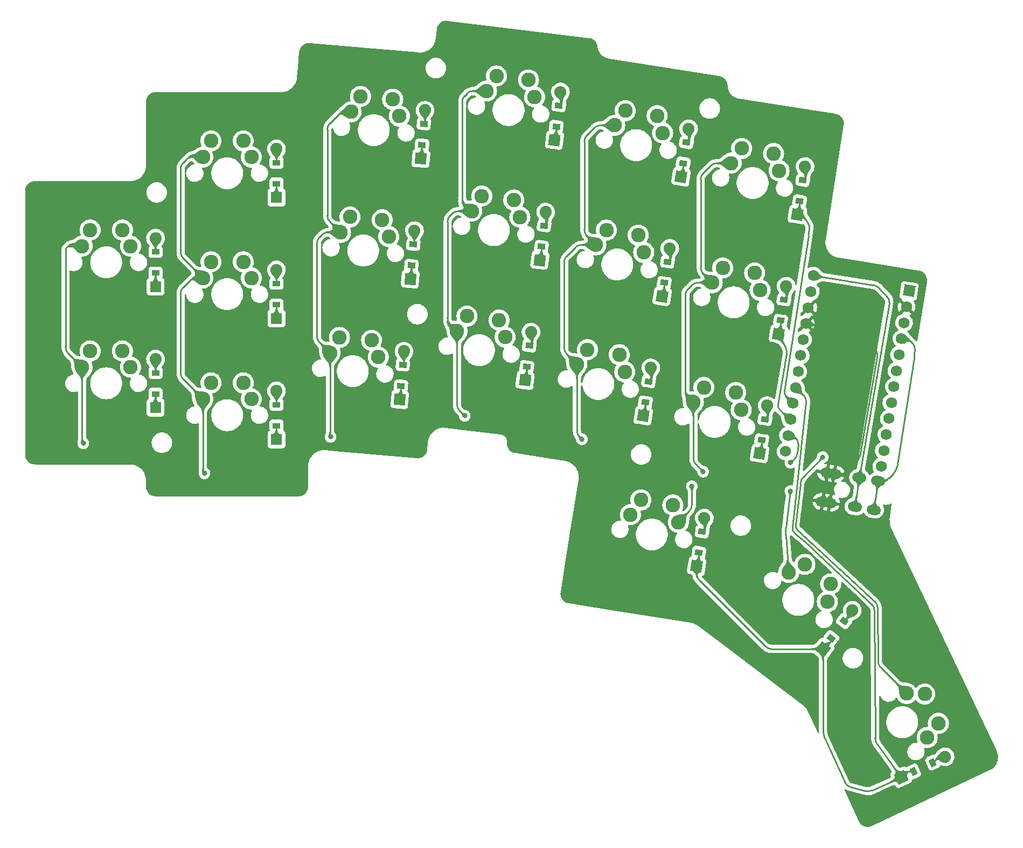
<source format=gtl>
%TF.GenerationSoftware,KiCad,Pcbnew,(6.0.7)*%
%TF.CreationDate,2022-08-30T19:44:11+01:00*%
%TF.ProjectId,cumulus,63756d75-6c75-4732-9e6b-696361645f70,v1.0.0*%
%TF.SameCoordinates,Original*%
%TF.FileFunction,Copper,L1,Top*%
%TF.FilePolarity,Positive*%
%FSLAX46Y46*%
G04 Gerber Fmt 4.6, Leading zero omitted, Abs format (unit mm)*
G04 Created by KiCad (PCBNEW (6.0.7)) date 2022-08-30 19:44:11*
%MOMM*%
%LPD*%
G01*
G04 APERTURE LIST*
G04 Aperture macros list*
%AMHorizOval*
0 Thick line with rounded ends*
0 $1 width*
0 $2 $3 position (X,Y) of the first rounded end (center of the circle)*
0 $4 $5 position (X,Y) of the second rounded end (center of the circle)*
0 Add line between two ends*
20,1,$1,$2,$3,$4,$5,0*
0 Add two circle primitives to create the rounded ends*
1,1,$1,$2,$3*
1,1,$1,$4,$5*%
%AMRotRect*
0 Rectangle, with rotation*
0 The origin of the aperture is its center*
0 $1 length*
0 $2 width*
0 $3 Rotation angle, in degrees counterclockwise*
0 Add horizontal line*
21,1,$1,$2,0,0,$3*%
G04 Aperture macros list end*
%TA.AperFunction,ComponentPad*%
%ADD10RotRect,1.778000X1.778000X81.000000*%
%TD*%
%TA.AperFunction,SMDPad,CuDef*%
%ADD11RotRect,0.900000X1.200000X81.000000*%
%TD*%
%TA.AperFunction,ComponentPad*%
%ADD12C,1.905000*%
%TD*%
%TA.AperFunction,SMDPad,CuDef*%
%ADD13RotRect,0.900000X1.200000X85.000000*%
%TD*%
%TA.AperFunction,ComponentPad*%
%ADD14RotRect,1.778000X1.778000X85.000000*%
%TD*%
%TA.AperFunction,ComponentPad*%
%ADD15C,2.286000*%
%TD*%
%TA.AperFunction,SMDPad,CuDef*%
%ADD16R,1.200000X0.900000*%
%TD*%
%TA.AperFunction,ComponentPad*%
%ADD17R,1.778000X1.778000*%
%TD*%
%TA.AperFunction,ComponentPad*%
%ADD18HorizOval,1.600000X-0.296307X0.046930X0.296307X-0.046930X0*%
%TD*%
%TA.AperFunction,ComponentPad*%
%ADD19RotRect,1.778000X1.778000X83.000000*%
%TD*%
%TA.AperFunction,SMDPad,CuDef*%
%ADD20RotRect,0.900000X1.200000X83.000000*%
%TD*%
%TA.AperFunction,SMDPad,CuDef*%
%ADD21RotRect,0.900000X1.200000X53.000000*%
%TD*%
%TA.AperFunction,ComponentPad*%
%ADD22RotRect,1.778000X1.778000X53.000000*%
%TD*%
%TA.AperFunction,ComponentPad*%
%ADD23C,1.752600*%
%TD*%
%TA.AperFunction,ComponentPad*%
%ADD24RotRect,1.752600X1.752600X261.000000*%
%TD*%
%TA.AperFunction,ComponentPad*%
%ADD25RotRect,1.778000X1.778000X25.000000*%
%TD*%
%TA.AperFunction,SMDPad,CuDef*%
%ADD26RotRect,0.900000X1.200000X25.000000*%
%TD*%
%TA.AperFunction,ViaPad*%
%ADD27C,0.800000*%
%TD*%
%TA.AperFunction,Conductor*%
%ADD28C,0.250000*%
%TD*%
G04 APERTURE END LIST*
D10*
%TO.P,D15,2*%
%TO.N,P6*%
X256511073Y-110889926D03*
D11*
%TO.N,inner_top*%
X257365205Y-105497147D03*
D12*
%TO.P,D15,1*%
X257703103Y-103363740D03*
D11*
%TO.N,P6*%
X256848971Y-108756519D03*
%TD*%
D13*
%TO.P,D4,2*%
%TO.N,ring_bottom*%
X194473054Y-134500853D03*
D14*
%TO.N,P9*%
X193997184Y-139940076D03*
D12*
%TO.P,D4,1*%
%TO.N,ring_bottom*%
X194661310Y-132349072D03*
D13*
%TO.N,P9*%
X194185440Y-137788295D03*
%TD*%
D15*
%TO.P,S9,2*%
%TO.N,P15*%
X215192497Y-92414181D03*
X207629295Y-91485537D03*
%TO.P,S9,1*%
%TO.N,middle_top*%
X214241511Y-89738340D03*
X209199377Y-89119243D03*
%TD*%
D11*
%TO.P,D11,2*%
%TO.N,index_home*%
X236096175Y-118327906D03*
D10*
%TO.N,P7*%
X235242043Y-123720685D03*
D12*
%TO.P,D11,1*%
%TO.N,index_home*%
X236434073Y-116194499D03*
D11*
%TO.N,P7*%
X235579941Y-121587278D03*
%TD*%
D10*
%TO.P,D13,2*%
%TO.N,P9*%
X250566563Y-148422083D03*
D11*
%TO.N,inner_bottom*%
X251420695Y-143029304D03*
D12*
%TO.P,D13,1*%
X251758593Y-140895897D03*
D11*
%TO.N,P9*%
X250904461Y-146288676D03*
%TD*%
D15*
%TO.P,S5,2*%
%TO.N,P14*%
X184690571Y-113679019D03*
X192281574Y-114343146D03*
%TO.P,S5,1*%
%TO.N,ring_home*%
X186177114Y-111259372D03*
X191237783Y-111702124D03*
%TD*%
%TO.P,S14,2*%
%TO.N,P8*%
X250640685Y-122767832D03*
X243114500Y-121575801D03*
%TO.P,S14,1*%
%TO.N,inner_home*%
X249783664Y-120060432D03*
X244766208Y-119265745D03*
%TD*%
D14*
%TO.P,D5,2*%
%TO.N,P7*%
X195653143Y-121012376D03*
D13*
%TO.N,ring_home*%
X196129013Y-115573153D03*
%TO.P,D5,1*%
%TO.N,P7*%
X195841399Y-118860595D03*
D12*
%TO.N,ring_home*%
X196317269Y-113421372D03*
%TD*%
D16*
%TO.P,D1,2*%
%TO.N,pinky_bottom*%
X174620000Y-140739000D03*
D17*
%TO.N,P9*%
X174620000Y-146199000D03*
D16*
%TO.P,D1,1*%
X174620000Y-144039000D03*
D12*
%TO.N,pinky_bottom*%
X174620000Y-138579000D03*
%TD*%
D15*
%TO.P,S3,2*%
%TO.N,P16*%
X170680000Y-101849000D03*
X163060000Y-101849000D03*
%TO.P,S3,1*%
%TO.N,pinky_top*%
X169410000Y-99309000D03*
X164330000Y-99309000D03*
%TD*%
%TO.P,S19,2*%
%TO.N,P10*%
X144060000Y-134849000D03*
X151680000Y-134849000D03*
%TO.P,S19,1*%
%TO.N,default_m1*%
X145330000Y-132309000D03*
X150410000Y-132309000D03*
%TD*%
D18*
%TO.P,REF\u002A\u002A,1*%
%TO.N,GND*%
X261217217Y-151433063D03*
X260497619Y-155976430D03*
%TO.P,REF\u002A\u002A,2*%
X261584076Y-156148507D03*
X262303674Y-151605141D03*
%TO.P,REF\u002A\u002A,3*%
%TO.N,P1*%
X265534829Y-156774245D03*
X266254428Y-152230879D03*
%TO.P,REF\u002A\u002A,4*%
%TO.N,VCC*%
X269217493Y-152700182D03*
X268497894Y-157243549D03*
%TD*%
D15*
%TO.P,S8,2*%
%TO.N,P15*%
X205313778Y-110343914D03*
X212876980Y-111272558D03*
%TO.P,S8,1*%
%TO.N,middle_home*%
X206883860Y-107977620D03*
X211925994Y-108596717D03*
%TD*%
%TO.P,S16,2*%
%TO.N,P14*%
X237782357Y-159204948D03*
X230256172Y-158012917D03*
%TO.P,S16,1*%
%TO.N,near_thumb*%
X236925336Y-156497548D03*
X231907880Y-155702861D03*
%TD*%
D13*
%TO.P,D6,2*%
%TO.N,ring_top*%
X197784972Y-96645454D03*
D14*
%TO.N,P6*%
X197309102Y-102084677D03*
D13*
%TO.P,D6,1*%
X197497358Y-99932896D03*
D12*
%TO.N,ring_top*%
X197973228Y-94493673D03*
%TD*%
D15*
%TO.P,S7,2*%
%TO.N,P15*%
X202998260Y-129202291D03*
X210561462Y-130130935D03*
%TO.P,S7,1*%
%TO.N,middle_bottom*%
X209610476Y-127455094D03*
X204568342Y-126835997D03*
%TD*%
%TO.P,S15,2*%
%TO.N,P8*%
X253612940Y-104001753D03*
X246086755Y-102809722D03*
%TO.P,S15,1*%
%TO.N,inner_top*%
X247738463Y-100499666D03*
X252755919Y-101294353D03*
%TD*%
D10*
%TO.P,D16,2*%
%TO.N,P5*%
X240680490Y-166093121D03*
D11*
%TO.N,near_thumb*%
X241534622Y-160700342D03*
%TO.P,D16,1*%
%TO.N,P5*%
X241018388Y-163959714D03*
D12*
%TO.N,near_thumb*%
X241872520Y-158566935D03*
%TD*%
D15*
%TO.P,S17,2*%
%TO.N,P16*%
X255130083Y-167094250D03*
X261215685Y-171680080D03*
%TO.P,S17,1*%
%TO.N,home_thumb*%
X257672960Y-165830020D03*
X261730029Y-168887241D03*
%TD*%
D11*
%TO.P,D10,2*%
%TO.N,index_bottom*%
X233123920Y-137093985D03*
D10*
%TO.N,P9*%
X232269788Y-142486764D03*
D11*
%TO.P,D10,1*%
X232607686Y-140353357D03*
D12*
%TO.N,index_bottom*%
X233461818Y-134960578D03*
%TD*%
D19*
%TO.P,D9,2*%
%TO.N,P6*%
X218329259Y-99197015D03*
D20*
%TO.N,middle_top*%
X218994665Y-93777713D03*
%TO.P,D9,1*%
%TO.N,P6*%
X218592497Y-97053115D03*
D12*
%TO.N,middle_top*%
X219257903Y-91633813D03*
%TD*%
D15*
%TO.P,S11,2*%
%TO.N,P18*%
X232343910Y-116832512D03*
X224817725Y-115640481D03*
%TO.P,S11,1*%
%TO.N,index_home*%
X226469433Y-113330425D03*
X231486889Y-114125112D03*
%TD*%
%TO.P,S18,2*%
%TO.N,P10*%
X273675055Y-186105075D03*
X276895406Y-193011140D03*
%TO.P,S18,1*%
%TO.N,far_thumb*%
X278660703Y-190786679D03*
X276513802Y-186182635D03*
%TD*%
%TO.P,S10,2*%
%TO.N,P18*%
X221845470Y-134406559D03*
X229371655Y-135598590D03*
%TO.P,S10,1*%
%TO.N,index_bottom*%
X228514634Y-132891190D03*
X223497178Y-132096503D03*
%TD*%
D16*
%TO.P,D2,2*%
%TO.N,pinky_home*%
X174620000Y-121739000D03*
D17*
%TO.N,P7*%
X174620000Y-127199000D03*
D12*
%TO.P,D2,1*%
%TO.N,pinky_home*%
X174620000Y-119579000D03*
D16*
%TO.N,P7*%
X174620000Y-125039000D03*
%TD*%
D20*
%TO.P,D8,2*%
%TO.N,middle_home*%
X216679148Y-112636090D03*
D19*
%TO.N,P7*%
X216013742Y-118055392D03*
D20*
%TO.P,D8,1*%
X216276980Y-115911492D03*
D12*
%TO.N,middle_home*%
X216942386Y-110492190D03*
%TD*%
D16*
%TO.P,D20,2*%
%TO.N,default_m2*%
X155620000Y-116739000D03*
D17*
%TO.N,P7*%
X155620000Y-122199000D03*
D16*
%TO.P,D20,1*%
X155620000Y-120039000D03*
D12*
%TO.N,default_m2*%
X155620000Y-114579000D03*
%TD*%
D16*
%TO.P,D19,2*%
%TO.N,default_m1*%
X155620000Y-135739000D03*
D17*
%TO.N,P9*%
X155620000Y-141199000D03*
D16*
%TO.P,D19,1*%
X155620000Y-139039000D03*
D12*
%TO.N,default_m1*%
X155620000Y-133579000D03*
%TD*%
D17*
%TO.P,D3,2*%
%TO.N,P6*%
X174620000Y-108199000D03*
D16*
%TO.N,pinky_top*%
X174620000Y-102739000D03*
%TO.P,D3,1*%
%TO.N,P6*%
X174620000Y-106039000D03*
D12*
%TO.N,pinky_top*%
X174620000Y-100579000D03*
%TD*%
D15*
%TO.P,S20,2*%
%TO.N,P10*%
X144060000Y-115849000D03*
X151680000Y-115849000D03*
%TO.P,S20,1*%
%TO.N,default_m2*%
X145330000Y-113309000D03*
X150410000Y-113309000D03*
%TD*%
D20*
%TO.P,D7,2*%
%TO.N,middle_bottom*%
X214363630Y-131494466D03*
D19*
%TO.N,P9*%
X213698224Y-136913768D03*
D20*
%TO.P,D7,1*%
X213961462Y-134769868D03*
D12*
%TO.N,middle_bottom*%
X214626868Y-129350566D03*
%TD*%
D10*
%TO.P,D14,2*%
%TO.N,P7*%
X253538818Y-129656005D03*
D11*
%TO.N,inner_home*%
X254392950Y-124263226D03*
%TO.P,D14,1*%
%TO.N,P7*%
X253876716Y-127522598D03*
D12*
%TO.N,inner_home*%
X254730848Y-122129819D03*
%TD*%
D21*
%TO.P,D17,2*%
%TO.N,home_thumb*%
X263826694Y-174762016D03*
D22*
%TO.N,P5*%
X260540784Y-179122566D03*
D21*
%TO.P,D17,1*%
X261840704Y-177397514D03*
D12*
%TO.N,home_thumb*%
X265126614Y-173036964D03*
%TD*%
D23*
%TO.P,MCU1,24*%
%TO.N,P9*%
X254630754Y-148073614D03*
%TO.P,MCU1,23*%
%TO.N,P8*%
X255028098Y-145564886D03*
%TO.P,MCU1,22*%
%TO.N,P7*%
X255425441Y-143056158D03*
%TO.P,MCU1,21*%
%TO.N,P6*%
X255822785Y-140547429D03*
%TO.P,MCU1,20*%
%TO.N,P5*%
X256220129Y-138038701D03*
%TO.P,MCU1,19*%
%TO.N,P4*%
X256617472Y-135529973D03*
%TO.P,MCU1,18*%
%TO.N,P3*%
X257014816Y-133021244D03*
%TO.P,MCU1,17*%
%TO.N,P2*%
X257412159Y-130512516D03*
%TO.P,MCU1,16*%
%TO.N,GND*%
X257809503Y-128003787D03*
%TO.P,MCU1,15*%
X258206846Y-125495059D03*
%TO.P,MCU1,14*%
%TO.N,P0*%
X258604190Y-122986331D03*
%TO.P,MCU1,13*%
%TO.N,P1*%
X259001533Y-120477602D03*
%TO.P,MCU1,12*%
%TO.N,P10*%
X269683125Y-150457676D03*
%TO.P,MCU1,11*%
%TO.N,P16*%
X270080468Y-147948947D03*
%TO.P,MCU1,10*%
%TO.N,P14*%
X270477812Y-145440219D03*
%TO.P,MCU1,9*%
%TO.N,P15*%
X270875155Y-142931491D03*
%TO.P,MCU1,8*%
%TO.N,P18*%
X271272499Y-140422762D03*
%TO.P,MCU1,7*%
%TO.N,P19*%
X271669842Y-137914034D03*
%TO.P,MCU1,6*%
%TO.N,P20*%
X272067186Y-135405305D03*
%TO.P,MCU1,5*%
%TO.N,P21*%
X272464529Y-132896577D03*
%TO.P,MCU1,4*%
%TO.N,VCC*%
X272861873Y-130387849D03*
%TO.P,MCU1,3*%
%TO.N,RST*%
X273259217Y-127879120D03*
%TO.P,MCU1,2*%
%TO.N,GND*%
X273656560Y-125370392D03*
D24*
%TO.P,MCU1,1*%
%TO.N,RAW*%
X274053904Y-122861664D03*
%TD*%
D15*
%TO.P,S6,2*%
%TO.N,P14*%
X193937533Y-95415447D03*
X186346530Y-94751320D03*
%TO.P,S6,1*%
%TO.N,ring_top*%
X187833073Y-92331673D03*
X192893742Y-92774425D03*
%TD*%
%TO.P,S2,2*%
%TO.N,P16*%
X163060000Y-120849000D03*
X170680000Y-120849000D03*
%TO.P,S2,1*%
%TO.N,pinky_home*%
X164330000Y-118309000D03*
X169410000Y-118309000D03*
%TD*%
%TO.P,S12,2*%
%TO.N,P18*%
X227789979Y-96874402D03*
X235316164Y-98066433D03*
%TO.P,S12,1*%
%TO.N,index_top*%
X234459143Y-95359033D03*
X229441687Y-94564346D03*
%TD*%
D25*
%TO.P,D18,2*%
%TO.N,P5*%
X272805467Y-199265619D03*
D26*
%TO.N,far_thumb*%
X277753908Y-196958123D03*
%TO.P,D18,1*%
%TO.N,P5*%
X274763092Y-198352763D03*
D12*
%TO.N,far_thumb*%
X279711533Y-196045267D03*
%TD*%
D15*
%TO.P,S4,2*%
%TO.N,P14*%
X183034612Y-132606719D03*
X190625615Y-133270846D03*
%TO.P,S4,1*%
%TO.N,ring_bottom*%
X189581824Y-130629824D03*
X184521155Y-130187072D03*
%TD*%
D10*
%TO.P,D12,2*%
%TO.N,P6*%
X238214298Y-104954606D03*
D11*
%TO.N,index_top*%
X239068430Y-99561827D03*
%TO.P,D12,1*%
%TO.N,P6*%
X238552196Y-102821199D03*
D12*
%TO.N,index_top*%
X239406328Y-97428420D03*
%TD*%
D15*
%TO.P,S1,2*%
%TO.N,P16*%
X170680000Y-139849000D03*
X163060000Y-139849000D03*
%TO.P,S1,1*%
%TO.N,pinky_bottom*%
X169410000Y-137309000D03*
X164330000Y-137309000D03*
%TD*%
%TO.P,S13,2*%
%TO.N,P8*%
X240142245Y-140341879D03*
X247668430Y-141533910D03*
%TO.P,S13,1*%
%TO.N,inner_bottom*%
X241793953Y-138031823D03*
X246811409Y-138826510D03*
%TD*%
D27*
%TO.N,P16*%
X255397000Y-154305000D03*
X163322000Y-151511000D03*
%TO.N,P14*%
X183134000Y-145796000D03*
X239903000Y-153543000D03*
%TO.N,P15*%
X204216000Y-142494000D03*
%TO.N,P18*%
X222631000Y-146177000D03*
%TO.N,P8*%
X241681000Y-151257000D03*
X255397000Y-149860000D03*
%TO.N,P10*%
X144272000Y-146812000D03*
X260477000Y-148971000D03*
%TD*%
D28*
%TO.N,P1*%
X270924955Y-124753260D02*
G75*
G03*
X270637544Y-123801765I-1099755J186960D01*
G01*
X269376642Y-122462077D02*
G75*
G03*
X268422921Y-121958493I-1212242J-1140923D01*
G01*
%TO.N,VCC*%
X271629873Y-151534110D02*
G75*
G03*
X272124139Y-150565643I-1246473J1246510D01*
G01*
X274955002Y-132008490D02*
G75*
G03*
X274556550Y-131046552I-1360402J-10D01*
G01*
X274862751Y-133419547D02*
G75*
G03*
X274955000Y-132257131I-7277951J1162447D01*
G01*
X269136817Y-153209442D02*
G75*
G02*
X269733103Y-152700182I596283J-94458D01*
G01*
X269900327Y-152700202D02*
G75*
G03*
X270862266Y-152301733I-27J1360402D01*
G01*
X273379861Y-130387882D02*
G75*
G02*
X274264121Y-130754121I39J-1250518D01*
G01*
%TO.N,GND*%
X269023835Y-133233917D02*
G75*
G03*
X268847168Y-132175229I-1588435J279017D01*
G01*
X267731223Y-130154508D02*
G75*
G03*
X266913180Y-129572433I-1014923J-560492D01*
G01*
X263375368Y-151605102D02*
G75*
G03*
X264337307Y-151206692I32J1360402D01*
G01*
X265787381Y-149756598D02*
G75*
G03*
X266291013Y-148788429I-1281881J1281898D01*
G01*
%TO.N,P10*%
X141876450Y-132665446D02*
G75*
G02*
X141478000Y-131703509I961950J961946D01*
G01*
X141478001Y-116505602D02*
G75*
G02*
X141670314Y-116041314I656599J2D01*
G01*
X269117054Y-172646557D02*
G75*
G03*
X268700044Y-171704432I-1293854J-9343D01*
G01*
X144165998Y-146706002D02*
G75*
G02*
X144060000Y-146450093I255902J255902D01*
G01*
X269580725Y-182010761D02*
G75*
G02*
X269177917Y-181048139I972575J972561D01*
G01*
X256981899Y-153093560D02*
G75*
G02*
X257443936Y-152116398I1678501J-195840D01*
G01*
X141670314Y-116041314D02*
G75*
G02*
X142134602Y-115849000I464286J-464286D01*
G01*
X256566318Y-160522320D02*
G75*
G02*
X256223184Y-159596859I736782J799520D01*
G01*
%TO.N,far_thumb*%
X278297361Y-196414627D02*
G75*
G02*
X279189148Y-196045267I891739J-891773D01*
G01*
%TO.N,home_thumb*%
X264976300Y-173612395D02*
G75*
G03*
X265126614Y-173249530I-362900J362895D01*
G01*
%TO.N,P5*%
X257876043Y-140309170D02*
G75*
G03*
X257543180Y-139361752I-1153343J126970D01*
G01*
X261690413Y-177972968D02*
G75*
G03*
X261840704Y-177610080I-362913J362868D01*
G01*
X252457056Y-179122602D02*
G75*
G02*
X251495118Y-178724116I44J1360402D01*
G01*
X273348940Y-198722143D02*
G75*
G02*
X274240707Y-198352763I891760J-891757D01*
G01*
X269068654Y-194137015D02*
G75*
G02*
X268728577Y-193103350I1433246J1044315D01*
G01*
X268235368Y-201315988D02*
G75*
G02*
X267164974Y-201406141I-663568J1479088D01*
G01*
X264826889Y-200800011D02*
G75*
G02*
X264052016Y-200154167I296511J1143511D01*
G01*
X240680521Y-166332050D02*
G75*
G02*
X240849439Y-165924172I576779J50D01*
G01*
X272520874Y-198875041D02*
G75*
G02*
X272369908Y-199461030I-313174J-231759D01*
G01*
X272369907Y-199461028D02*
G75*
G03*
X273216264Y-198854819I-1237907J2622228D01*
G01*
X273216219Y-198854782D02*
G75*
G02*
X272520880Y-198875036I-356519J293682D01*
G01*
X241078933Y-168307943D02*
G75*
G02*
X240680490Y-167345999I961967J961943D01*
G01*
X258872309Y-163341600D02*
G75*
G03*
X258001709Y-162558158I-19638909J-20948300D01*
G01*
X260784676Y-193120787D02*
G75*
G02*
X260540784Y-192016894I2376224J1103887D01*
G01*
X268608337Y-173027985D02*
G75*
G03*
X268195003Y-172081627I-1307937J-7815D01*
G01*
X256068853Y-160888914D02*
G75*
G02*
X255711398Y-159979172I686447J794814D01*
G01*
X240849434Y-165924167D02*
G75*
G03*
X241018388Y-165516293I-407834J407867D01*
G01*
%TO.N,near_thumb*%
X241703562Y-160531384D02*
G75*
G03*
X241872520Y-160123514I-407862J407884D01*
G01*
%TO.N,inner_top*%
X257534139Y-105328183D02*
G75*
G03*
X257703103Y-104920319I-407839J407883D01*
G01*
%TO.N,inner_home*%
X254561904Y-124094282D02*
G75*
G03*
X254730848Y-123686398I-407904J407882D01*
G01*
%TO.N,P8*%
X242879274Y-103208160D02*
G75*
G02*
X243841223Y-102809722I961926J-961940D01*
G01*
X240540677Y-150116709D02*
G75*
G02*
X240142245Y-149154754I961923J961909D01*
G01*
X241698450Y-120159747D02*
G75*
G02*
X241300000Y-119197810I961950J961947D01*
G01*
X241300036Y-105350945D02*
G75*
G02*
X241698448Y-104389006I1360364J45D01*
G01*
X255987578Y-149343277D02*
G75*
G03*
X256469249Y-148408496I-942578J1077177D01*
G01*
X256611483Y-146985800D02*
G75*
G03*
X256272737Y-146036737I-1170783J117100D01*
G01*
X255414492Y-145564885D02*
G75*
G02*
X256074107Y-145838107I8J-932815D01*
G01*
X238886982Y-123557769D02*
G75*
G02*
X239285448Y-122595830I1360418J-31D01*
G01*
X240142278Y-140905369D02*
G75*
G03*
X239743796Y-139943430I-1360378J-31D01*
G01*
X239285467Y-139485063D02*
G75*
G02*
X238887000Y-138523143I961933J961963D01*
G01*
X239907043Y-121974263D02*
G75*
G02*
X240868968Y-121575801I961957J-961937D01*
G01*
%TO.N,inner_bottom*%
X251589649Y-142860360D02*
G75*
G03*
X251758593Y-142452476I-407849J407860D01*
G01*
%TO.N,index_top*%
X239237379Y-99392878D02*
G75*
G03*
X239406328Y-98984999I-407879J407878D01*
G01*
%TO.N,index_home*%
X236265144Y-118158977D02*
G75*
G03*
X236434073Y-117751078I-407944J407877D01*
G01*
%TO.N,P18*%
X223410428Y-114233224D02*
G75*
G02*
X223012000Y-113271265I961972J961924D01*
G01*
X221610251Y-116038926D02*
G75*
G02*
X222572193Y-115640481I961949J-961974D01*
G01*
X222238234Y-145784236D02*
G75*
G02*
X221845470Y-144836016I948266J948236D01*
G01*
X220235444Y-132796541D02*
G75*
G02*
X219837000Y-131834598I961956J961941D01*
G01*
X224582482Y-97272824D02*
G75*
G02*
X225544447Y-96874402I961918J-961976D01*
G01*
X219836986Y-118375674D02*
G75*
G02*
X220235449Y-117413736I1360414J-26D01*
G01*
X223012039Y-99406849D02*
G75*
G02*
X223410449Y-98444911I1360361J49D01*
G01*
%TO.N,index_bottom*%
X233292888Y-136925055D02*
G75*
G03*
X233461818Y-136517157I-407888J407855D01*
G01*
%TO.N,middle_top*%
X219126271Y-93646081D02*
G75*
G03*
X219257903Y-93328337I-317771J317781D01*
G01*
%TO.N,middle_home*%
X216810762Y-112504466D02*
G75*
G03*
X216942386Y-112186714I-317762J317766D01*
G01*
%TO.N,P15*%
X202998280Y-129765781D02*
G75*
G03*
X202599810Y-128803843I-1360380J-19D01*
G01*
X201502220Y-112047796D02*
G75*
G02*
X201900675Y-111085858I1360380J-4D01*
G01*
X204908799Y-110343970D02*
G75*
G03*
X205027414Y-110057552I1J167770D01*
G01*
X202244166Y-110742358D02*
G75*
G02*
X203206109Y-110343914I961934J-961942D01*
G01*
X204216193Y-109246327D02*
G75*
G02*
X203817744Y-108284389I961907J961927D01*
G01*
X204559680Y-91883977D02*
G75*
G02*
X205521626Y-91485537I961920J-961923D01*
G01*
X203817749Y-93189419D02*
G75*
G02*
X204216193Y-92227481I1360351J19D01*
G01*
X201900662Y-128104719D02*
G75*
G02*
X201502227Y-127142767I961938J961919D01*
G01*
X203396702Y-141674714D02*
G75*
G02*
X202998260Y-140712769I961898J961914D01*
G01*
%TO.N,middle_bottom*%
X214495252Y-131362850D02*
G75*
G03*
X214626868Y-131045090I-317752J317750D01*
G01*
%TO.N,ring_top*%
X197879121Y-96551347D02*
G75*
G03*
X197973228Y-96324080I-227321J227247D01*
G01*
%TO.N,ring_home*%
X196223150Y-115479034D02*
G75*
G03*
X196317269Y-115251779I-227250J227234D01*
G01*
%TO.N,P14*%
X180962583Y-115436255D02*
G75*
G02*
X181361005Y-114474316I1360317J55D01*
G01*
X182618524Y-97516211D02*
G75*
G02*
X183016965Y-96554272I1360376J11D01*
G01*
X183084318Y-145746294D02*
G75*
G02*
X183034612Y-145626334I119982J119994D01*
G01*
X181757859Y-114077471D02*
G75*
G02*
X182719794Y-113679019I961941J-961929D01*
G01*
X239504547Y-157482749D02*
G75*
G03*
X239903000Y-156520814I-961947J961949D01*
G01*
X184421467Y-95149766D02*
G75*
G02*
X185383408Y-94751320I961933J-961934D01*
G01*
X181361002Y-130933117D02*
G75*
G02*
X180962558Y-129971174I961898J961917D01*
G01*
X183016953Y-112005425D02*
G75*
G02*
X182618517Y-111043474I961947J961925D01*
G01*
%TO.N,ring_bottom*%
X194567200Y-134406743D02*
G75*
G03*
X194661310Y-134179479I-227300J227243D01*
G01*
%TO.N,P6*%
X218460863Y-99065381D02*
G75*
G03*
X218592497Y-98747639I-317763J317781D01*
G01*
X256915999Y-110889918D02*
G75*
G02*
X257538963Y-111231136I1J-739282D01*
G01*
X254772820Y-139497436D02*
G75*
G02*
X254465739Y-138558064I772280J772336D01*
G01*
X238383251Y-104785661D02*
G75*
G03*
X238552196Y-104377778I-407851J407861D01*
G01*
X256680032Y-110720987D02*
G75*
G03*
X256848971Y-110313098I-407932J407887D01*
G01*
X258239704Y-114170931D02*
G75*
G03*
X258381500Y-113157000I-34673904J5365931D01*
G01*
X258381485Y-113156998D02*
G75*
G03*
X258169331Y-112217603I-1406985J175898D01*
G01*
X256750002Y-110889995D02*
G75*
G02*
X256680022Y-110720977I-2J98995D01*
G01*
X197403225Y-101990544D02*
G75*
G03*
X197497358Y-101763303I-227225J227244D01*
G01*
%TO.N,P7*%
X253707776Y-129487065D02*
G75*
G03*
X253876716Y-129079177I-407876J407865D01*
G01*
X253650614Y-129867166D02*
G75*
G02*
X253707767Y-129487056I285886J151366D01*
G01*
X235411016Y-123551760D02*
G75*
G03*
X235579941Y-123143857I-407916J407860D01*
G01*
X216145354Y-117923766D02*
G75*
G03*
X216276980Y-117606016I-317754J317766D01*
G01*
X254793968Y-132769280D02*
G75*
G03*
X254622236Y-131702987I-1657168J280080D01*
G01*
X195747275Y-120918252D02*
G75*
G03*
X195841399Y-120691002I-227275J227252D01*
G01*
X253775372Y-141588874D02*
G75*
G02*
X253456512Y-140682553I658928J741074D01*
G01*
%TO.N,P9*%
X213829844Y-136782150D02*
G75*
G03*
X213961462Y-136464392I-317744J317750D01*
G01*
X250735541Y-148253163D02*
G75*
G03*
X250904461Y-147845255I-407941J407863D01*
G01*
X194091304Y-139845940D02*
G75*
G03*
X194185440Y-139618702I-227204J227240D01*
G01*
X232438731Y-142317809D02*
G75*
G03*
X232607686Y-141909936I-407931J407909D01*
G01*
%TO.N,P16*%
X254679794Y-161237658D02*
G75*
G02*
X254704625Y-160074784I5921506J455258D01*
G01*
X159548535Y-123307514D02*
G75*
G02*
X159946978Y-122345575I1360365J14D01*
G01*
X161045080Y-121247423D02*
G75*
G02*
X162007044Y-120849000I961920J-961977D01*
G01*
X159548518Y-103726589D02*
G75*
G02*
X159946979Y-102764651I1360382J-11D01*
G01*
X159947001Y-136735955D02*
G75*
G02*
X159548530Y-135774039I961899J961955D01*
G01*
X159947001Y-117735955D02*
G75*
G02*
X159548530Y-116774039I961899J961955D01*
G01*
X163191011Y-151379989D02*
G75*
G02*
X163060000Y-151063738I316289J316289D01*
G01*
X160464168Y-102247436D02*
G75*
G02*
X161426119Y-101849000I961932J-961964D01*
G01*
%TO.N,P5*%
X241018388Y-165516293D02*
X241018388Y-163959714D01*
%TO.N,near_thumb*%
X241703571Y-160531393D02*
X241534622Y-160700342D01*
X241872520Y-160123514D02*
X241872520Y-158566935D01*
%TO.N,P5*%
X273348941Y-198722144D02*
X273216265Y-198854820D01*
X274240707Y-198352763D02*
X274763092Y-198352763D01*
%TO.N,far_thumb*%
X278297382Y-196414648D02*
X277753908Y-196958123D01*
X279189148Y-196045267D02*
X279711533Y-196045267D01*
%TO.N,P5*%
X261690397Y-177972952D02*
X260540784Y-179122566D01*
X261840704Y-177610080D02*
X261840704Y-177397514D01*
%TO.N,home_thumb*%
X264976307Y-173612402D02*
X263826694Y-174762016D01*
X265126614Y-173249530D02*
X265126614Y-173036964D01*
%TO.N,P9*%
X250735512Y-148253134D02*
X250566563Y-148422083D01*
X250904461Y-147845255D02*
X250904461Y-146288676D01*
%TO.N,inner_bottom*%
X251589644Y-142860355D02*
X251420695Y-143029304D01*
X251758593Y-142452476D02*
X251758593Y-140895897D01*
%TO.N,P7*%
X253876716Y-129079177D02*
X253876716Y-127522598D01*
%TO.N,inner_home*%
X254561899Y-124094277D02*
X254392950Y-124263226D01*
X254730848Y-123686398D02*
X254730848Y-122129819D01*
%TO.N,P6*%
X256848971Y-110313098D02*
X256848971Y-108756519D01*
%TO.N,inner_top*%
X257534154Y-105328198D02*
X257365205Y-105497147D01*
X257703103Y-104920319D02*
X257703103Y-103363740D01*
%TO.N,P9*%
X232438737Y-142317815D02*
X232269788Y-142486764D01*
X232607686Y-141909936D02*
X232607686Y-140353357D01*
%TO.N,index_bottom*%
X233292869Y-136925036D02*
X233123920Y-137093985D01*
X233461818Y-136517157D02*
X233461818Y-134960578D01*
%TO.N,P7*%
X235410992Y-123551736D02*
X235242043Y-123720685D01*
X235579941Y-123143857D02*
X235579941Y-121587278D01*
%TO.N,index_home*%
X236265124Y-118158957D02*
X236096175Y-118327906D01*
X236434073Y-117751078D02*
X236434073Y-116194499D01*
%TO.N,P6*%
X238552196Y-104377778D02*
X238552196Y-102821199D01*
X238383247Y-104785657D02*
X238214298Y-104954606D01*
%TO.N,index_top*%
X239237379Y-99392878D02*
X239068430Y-99561827D01*
X239406328Y-98984999D02*
X239406328Y-97428420D01*
%TO.N,P9*%
X213829843Y-136782149D02*
X213698224Y-136913768D01*
X213961462Y-136464392D02*
X213961462Y-134769868D01*
%TO.N,middle_bottom*%
X214626868Y-131045090D02*
X214626868Y-129350566D01*
X214495249Y-131362847D02*
X214363630Y-131494466D01*
%TO.N,P7*%
X216145361Y-117923773D02*
X216013742Y-118055392D01*
X216276980Y-117606016D02*
X216276980Y-115911492D01*
%TO.N,middle_home*%
X216810767Y-112504471D02*
X216679148Y-112636090D01*
X216942386Y-112186714D02*
X216942386Y-110492190D01*
%TO.N,P6*%
X218460878Y-99065396D02*
X218329259Y-99197015D01*
X218592497Y-98747639D02*
X218592497Y-97053115D01*
%TO.N,middle_top*%
X219126284Y-93646094D02*
X218994665Y-93777713D01*
X219257903Y-93328337D02*
X219257903Y-91633813D01*
%TO.N,P9*%
X194185440Y-139618702D02*
X194185440Y-137788295D01*
X194091312Y-139845948D02*
X193997184Y-139940076D01*
%TO.N,ring_bottom*%
X194661310Y-134179479D02*
X194661310Y-132349072D01*
X194567182Y-134406725D02*
X194473054Y-134500853D01*
%TO.N,P7*%
X195747271Y-120918248D02*
X195653143Y-121012376D01*
X195841399Y-120691002D02*
X195841399Y-118860595D01*
%TO.N,ring_home*%
X196223141Y-115479025D02*
X196129013Y-115573153D01*
X196317269Y-115251779D02*
X196317269Y-113421372D01*
%TO.N,P6*%
X197497358Y-101763303D02*
X197497358Y-99932896D01*
X197403230Y-101990549D02*
X197309102Y-102084677D01*
%TO.N,ring_top*%
X197973228Y-96324080D02*
X197973228Y-94493673D01*
X197879100Y-96551326D02*
X197784972Y-96645454D01*
%TO.N,P9*%
X174620000Y-144039000D02*
X174620000Y-146199000D01*
%TO.N,pinky_bottom*%
X174620000Y-140739000D02*
X174620000Y-138579000D01*
%TO.N,P7*%
X174620000Y-125039000D02*
X174620000Y-127199000D01*
%TO.N,pinky_home*%
X174620000Y-119579000D02*
X174620000Y-121739000D01*
%TO.N,P6*%
X174620000Y-106039000D02*
X174620000Y-108199000D01*
%TO.N,pinky_top*%
X174620000Y-100579000D02*
X174620000Y-102739000D01*
%TO.N,P9*%
X155620000Y-141199000D02*
X155620000Y-139039000D01*
%TO.N,default_m1*%
X155620000Y-133579000D02*
X155620000Y-135739000D01*
%TO.N,P7*%
X155620000Y-120039000D02*
X155620000Y-122199000D01*
%TO.N,default_m2*%
X155620000Y-114579000D02*
X155620000Y-116739000D01*
%TO.N,P16*%
X159946978Y-102764650D02*
X160464180Y-102247448D01*
%TO.N,P14*%
X181361005Y-114474316D02*
X181757855Y-114077467D01*
%TO.N,P15*%
X201900674Y-111085857D02*
X202244170Y-110742362D01*
X202599811Y-128803842D02*
X201900675Y-128104706D01*
X204559687Y-91883984D02*
X204216192Y-92227480D01*
%TO.N,P8*%
X239743796Y-139943430D02*
X239285448Y-139485082D01*
X239285448Y-122595830D02*
X239907029Y-121974249D01*
%TO.N,VCC*%
X274955000Y-132008490D02*
X274955000Y-132257131D01*
X269733103Y-152700182D02*
X269900327Y-152700182D01*
%TO.N,P14*%
X183034612Y-132606719D02*
X181361006Y-130933113D01*
%TO.N,P15*%
X205027415Y-110057551D02*
X204216192Y-109246328D01*
%TO.N,P18*%
X224582508Y-97272850D02*
X223410448Y-98444910D01*
%TO.N,P8*%
X242879284Y-103208170D02*
X241698448Y-104389006D01*
%TO.N,P5*%
X258001709Y-162558158D02*
X256068873Y-160888890D01*
X267164974Y-201406141D02*
X264826899Y-200799973D01*
%TO.N,GND*%
X268847168Y-132175229D02*
X267731225Y-130154507D01*
%TO.N,P1*%
X270637544Y-123801765D02*
X269376652Y-122462068D01*
%TO.N,P16*%
X163060000Y-139849000D02*
X163060000Y-151063738D01*
X254679797Y-161237658D02*
X255130083Y-167094250D01*
X159548530Y-123307514D02*
X159548530Y-135774039D01*
X163322000Y-151511000D02*
X163191000Y-151380000D01*
X161426119Y-101849000D02*
X163060000Y-101849000D01*
X163060000Y-139849000D02*
X159946978Y-136735978D01*
X159548530Y-103726589D02*
X159548530Y-116774039D01*
X162007044Y-120849000D02*
X163060000Y-120849000D01*
X254704625Y-160074784D02*
X255397000Y-154305000D01*
X163060000Y-120849000D02*
X159946978Y-117735978D01*
X159946978Y-122345575D02*
X161045105Y-121247448D01*
%TO.N,P7*%
X253775356Y-141588892D02*
X255425441Y-143056158D01*
X253650588Y-129867180D02*
X254622237Y-131702987D01*
X254793966Y-132769280D02*
X253456512Y-140682553D01*
%TO.N,P6*%
X254465739Y-138558064D02*
X258239705Y-114170931D01*
X256915999Y-110889926D02*
X256750002Y-110889926D01*
X254772806Y-139497450D02*
X255822785Y-140547429D01*
X257538964Y-111231136D02*
X258169331Y-112217603D01*
%TO.N,P14*%
X239903000Y-156520814D02*
X239903000Y-153543000D01*
X183084306Y-145746306D02*
X183134000Y-145796000D01*
X183034612Y-132606719D02*
X183034612Y-145626334D01*
X182618517Y-97516211D02*
X182618517Y-111043474D01*
X180962558Y-115436255D02*
X180962558Y-129971174D01*
X184690571Y-113679019D02*
X183016965Y-112005413D01*
X239504551Y-157482753D02*
X237782357Y-159204948D01*
X185383408Y-94751320D02*
X186346530Y-94751320D01*
X184690571Y-113679019D02*
X182719794Y-113679019D01*
X183016965Y-96554272D02*
X184421469Y-95149768D01*
%TO.N,P15*%
X201502227Y-112047796D02*
X201502227Y-127142767D01*
X204216000Y-142494000D02*
X203396708Y-141674708D01*
X204908799Y-110343914D02*
X203206109Y-110343914D01*
X202998260Y-129765781D02*
X202998260Y-140712769D01*
X203817744Y-108284389D02*
X203817744Y-93189419D01*
X205521626Y-91485537D02*
X207629295Y-91485537D01*
%TO.N,P18*%
X221610254Y-116038929D02*
X220235448Y-117413735D01*
X219837000Y-131834598D02*
X219837000Y-118375674D01*
X222572193Y-115640481D02*
X224817725Y-115640481D01*
X222238235Y-145784235D02*
X222631000Y-146177000D01*
X225544447Y-96874402D02*
X227789979Y-96874402D01*
X220235448Y-132796537D02*
X221845470Y-134406559D01*
X221845470Y-144836016D02*
X221845470Y-134406559D01*
X223012000Y-113271265D02*
X223012000Y-99406849D01*
X223410448Y-114233204D02*
X224817725Y-115640481D01*
%TO.N,P8*%
X241681000Y-151257000D02*
X240540693Y-150116693D01*
X243114500Y-121575801D02*
X240868968Y-121575801D01*
X256469250Y-148408496D02*
X256611519Y-146985804D01*
X256272737Y-146036737D02*
X256074107Y-145838107D01*
X255987561Y-149343258D02*
X255397000Y-149860000D01*
X243841223Y-102809722D02*
X246086755Y-102809722D01*
X241300000Y-119197810D02*
X241300000Y-105350945D01*
X240142245Y-149154754D02*
X240142245Y-140905369D01*
X241698448Y-120159749D02*
X243114500Y-121575801D01*
X238887000Y-123557769D02*
X238887000Y-138523143D01*
X255414492Y-145564886D02*
X255028098Y-145564886D01*
%TO.N,P5*%
X257543180Y-139361752D02*
X256220129Y-138038701D01*
X268728576Y-193103350D02*
X268608365Y-173027985D01*
X269068642Y-194137024D02*
X272520879Y-198875037D01*
X264052016Y-200154167D02*
X260784674Y-193120788D01*
X260540784Y-179122566D02*
X260540784Y-192016894D01*
X240680490Y-166332050D02*
X240680490Y-167345999D01*
X252457056Y-179122566D02*
X260540784Y-179122566D01*
X251495117Y-178724117D02*
X241078938Y-168307938D01*
X257876076Y-140309174D02*
X255711398Y-159979172D01*
X258872308Y-163341601D02*
X268195003Y-172081627D01*
X268235367Y-201315986D02*
X272369908Y-199461031D01*
%TO.N,P10*%
X269580733Y-182010753D02*
X273675055Y-186105075D01*
X256981901Y-153093560D02*
X256223183Y-159596859D01*
X141876448Y-132665448D02*
X144060000Y-134849000D01*
X269117067Y-172646557D02*
X269177916Y-181048139D01*
X260477000Y-148971000D02*
X257443936Y-152116398D01*
X144272000Y-146812000D02*
X144166000Y-146706000D01*
X268700044Y-171704432D02*
X256566293Y-160522348D01*
X142134602Y-115849000D02*
X144060000Y-115849000D01*
X144060000Y-134849000D02*
X144060000Y-146450093D01*
X141478000Y-131703509D02*
X141478000Y-116505602D01*
%TO.N,GND*%
X264337307Y-151206692D02*
X265787391Y-149756608D01*
X260497619Y-155976430D02*
X261217217Y-151433063D01*
X266913180Y-129572433D02*
X257809503Y-128003787D01*
X261514201Y-155941683D02*
X262233799Y-151398316D01*
X269023808Y-133233912D02*
X266291014Y-148788429D01*
X263375368Y-151605141D02*
X262303674Y-151605141D01*
%TO.N,VCC*%
X273379861Y-130387849D02*
X272861873Y-130387849D01*
X274556551Y-131046551D02*
X274264121Y-130754121D01*
X272124140Y-150565643D02*
X274862752Y-133419547D01*
X271629881Y-151534118D02*
X270862266Y-152301733D01*
X269136833Y-153209444D02*
X268497894Y-157243549D01*
%TO.N,P1*%
X266254428Y-152230879D02*
X265534829Y-156774245D01*
X270924977Y-124753264D02*
X266254428Y-152230879D01*
X268422921Y-121958493D02*
X259001533Y-120477602D01*
%TD*%
%TA.AperFunction,Conductor*%
%TO.N,P15*%
G36*
X201625120Y-127532396D02*
G01*
X201628464Y-127539274D01*
X201655240Y-127762417D01*
X201734591Y-127919018D01*
X201735645Y-127919820D01*
X201735647Y-127919822D01*
X201791379Y-127962217D01*
X201858244Y-128013082D01*
X202019166Y-128058920D01*
X202087149Y-128063160D01*
X202210025Y-128070824D01*
X202210032Y-128070824D01*
X202210319Y-128070842D01*
X202305561Y-128067429D01*
X202424601Y-128063163D01*
X202424671Y-128063160D01*
X202569549Y-128055004D01*
X202654978Y-128050195D01*
X202655443Y-128050179D01*
X202736008Y-128048847D01*
X202894268Y-128046231D01*
X202895376Y-128046266D01*
X203135657Y-128065516D01*
X203137461Y-128065804D01*
X203364581Y-128120480D01*
X203371823Y-128125748D01*
X203373541Y-128131624D01*
X203402371Y-129606402D01*
X202329542Y-129326175D01*
X201863445Y-129204429D01*
X201856307Y-129199023D01*
X201854725Y-129193850D01*
X201846436Y-129063156D01*
X201841875Y-128991229D01*
X201805544Y-128815183D01*
X201752004Y-128664664D01*
X201686992Y-128530187D01*
X201616243Y-128402266D01*
X201545681Y-128271759D01*
X201545323Y-128271038D01*
X201480756Y-128128748D01*
X201480280Y-128127521D01*
X201427178Y-127963698D01*
X201426803Y-127962217D01*
X201390745Y-127767133D01*
X201390569Y-127765664D01*
X201377924Y-127541327D01*
X201380879Y-127532875D01*
X201389605Y-127528969D01*
X201616847Y-127528969D01*
X201625120Y-127532396D01*
G37*
%TD.AperFunction*%
%TD*%
%TA.AperFunction,Conductor*%
%TO.N,P8*%
G36*
X239009780Y-138572246D02*
G01*
X239013138Y-138579249D01*
X239013312Y-138580835D01*
X239035387Y-138783083D01*
X239101846Y-138935965D01*
X239102647Y-138936754D01*
X239187231Y-139020089D01*
X239205820Y-139038404D01*
X239341753Y-139101343D01*
X239504089Y-139135723D01*
X239504432Y-139135754D01*
X239504436Y-139135755D01*
X239687129Y-139152472D01*
X239687134Y-139152472D01*
X239687272Y-139152485D01*
X239687391Y-139152491D01*
X239687404Y-139152492D01*
X239885660Y-139162566D01*
X239885871Y-139162579D01*
X240049505Y-139173857D01*
X240093550Y-139176893D01*
X240094354Y-139176977D01*
X240127604Y-139181604D01*
X240305647Y-139206381D01*
X240307020Y-139206657D01*
X240508810Y-139259928D01*
X240515935Y-139265353D01*
X240517522Y-139271009D01*
X240546356Y-140745990D01*
X239473527Y-140465763D01*
X239007717Y-140344092D01*
X239000579Y-140338686D01*
X238998979Y-140333128D01*
X238992608Y-140123623D01*
X238992607Y-140123611D01*
X238992602Y-140123439D01*
X238974571Y-139938448D01*
X238948000Y-139777789D01*
X238915734Y-139632347D01*
X238880636Y-139493064D01*
X238880645Y-139493002D01*
X238880622Y-139493008D01*
X238845558Y-139350851D01*
X238845465Y-139350441D01*
X238813306Y-139196474D01*
X238813193Y-139195842D01*
X238810341Y-139176977D01*
X238786728Y-139020817D01*
X238786641Y-139020089D01*
X238768674Y-138814736D01*
X238768633Y-138814032D01*
X238762325Y-138580835D01*
X238765527Y-138572473D01*
X238774021Y-138568819D01*
X239001507Y-138568819D01*
X239009780Y-138572246D01*
G37*
%TD.AperFunction*%
%TD*%
%TA.AperFunction,Conductor*%
%TO.N,VCC*%
G36*
X269573832Y-151984611D02*
G01*
X269693048Y-152053828D01*
X269694191Y-152054584D01*
X269809345Y-152140903D01*
X269809956Y-152141394D01*
X269916685Y-152233175D01*
X269916824Y-152233297D01*
X270017268Y-152322474D01*
X270017374Y-152322568D01*
X270017475Y-152322650D01*
X270017477Y-152322652D01*
X270073489Y-152368283D01*
X270114062Y-152401337D01*
X270114356Y-152401523D01*
X270114357Y-152401524D01*
X270196547Y-152453597D01*
X270209295Y-152461674D01*
X270305563Y-152495730D01*
X270365814Y-152495684D01*
X270404251Y-152495655D01*
X270404252Y-152495655D01*
X270405361Y-152495654D01*
X270511180Y-152453597D01*
X270521162Y-152445574D01*
X270617335Y-152368283D01*
X270625930Y-152365772D01*
X270632937Y-152369130D01*
X270793736Y-152529929D01*
X270797163Y-152538202D01*
X270793453Y-152546749D01*
X270677040Y-152655588D01*
X270676384Y-152656156D01*
X270595640Y-152721051D01*
X270564128Y-152746377D01*
X270563400Y-152746916D01*
X270461021Y-152816845D01*
X270460364Y-152817262D01*
X270365834Y-152872718D01*
X270364933Y-152873246D01*
X270364483Y-152873497D01*
X270273060Y-152921850D01*
X270182986Y-152968748D01*
X270091723Y-153020335D01*
X269996509Y-153082876D01*
X269894581Y-153162631D01*
X269783178Y-153265867D01*
X268817493Y-152700182D01*
X269037355Y-152488751D01*
X269037361Y-152488746D01*
X269559847Y-151986296D01*
X269568186Y-151983031D01*
X269573832Y-151984611D01*
G37*
%TD.AperFunction*%
%TD*%
%TA.AperFunction,Conductor*%
%TO.N,P14*%
G36*
X181516926Y-130911400D02*
G01*
X181711131Y-131085455D01*
X181897462Y-131212425D01*
X182072688Y-131295418D01*
X182073132Y-131295548D01*
X182241472Y-131344831D01*
X182241477Y-131344832D01*
X182241825Y-131344934D01*
X182319675Y-131357227D01*
X182409666Y-131371437D01*
X182409676Y-131371438D01*
X182409890Y-131371472D01*
X182410115Y-131371490D01*
X182410120Y-131371491D01*
X182466541Y-131376103D01*
X182581899Y-131385534D01*
X182762665Y-131397605D01*
X182763082Y-131397642D01*
X182957371Y-131418182D01*
X182958262Y-131418311D01*
X183171195Y-131457758D01*
X183172311Y-131458023D01*
X183351207Y-131510017D01*
X183401451Y-131524620D01*
X183408439Y-131530220D01*
X183409884Y-131535626D01*
X183438723Y-133010830D01*
X182121183Y-132985073D01*
X182051109Y-132983703D01*
X181963519Y-132981991D01*
X181955315Y-132978403D01*
X181952513Y-132973558D01*
X181885918Y-132744427D01*
X181885649Y-132743293D01*
X181846205Y-132530374D01*
X181846074Y-132529473D01*
X181825536Y-132335206D01*
X181825497Y-132334756D01*
X181813427Y-132154006D01*
X181799384Y-131982227D01*
X181799383Y-131982222D01*
X181799365Y-131981997D01*
X181772827Y-131813932D01*
X181723311Y-131644795D01*
X181640318Y-131469569D01*
X181513348Y-131283238D01*
X181449883Y-131212425D01*
X181339293Y-131089033D01*
X181336323Y-131080585D01*
X181339733Y-131072951D01*
X181500844Y-130911840D01*
X181509117Y-130908413D01*
X181516926Y-130911400D01*
G37*
%TD.AperFunction*%
%TD*%
%TA.AperFunction,Conductor*%
%TO.N,P15*%
G36*
X203940637Y-108674019D02*
G01*
X203943981Y-108680897D01*
X203970757Y-108904040D01*
X204050108Y-109060641D01*
X204051162Y-109061443D01*
X204051164Y-109061445D01*
X204106896Y-109103840D01*
X204173762Y-109154705D01*
X204334683Y-109200543D01*
X204412531Y-109205398D01*
X204525543Y-109212447D01*
X204525550Y-109212447D01*
X204525837Y-109212465D01*
X204621079Y-109209052D01*
X204740119Y-109204786D01*
X204740189Y-109204783D01*
X204885076Y-109196626D01*
X204970495Y-109191818D01*
X204970960Y-109191802D01*
X205051526Y-109190470D01*
X205209786Y-109187854D01*
X205210894Y-109187889D01*
X205451174Y-109207139D01*
X205452978Y-109207427D01*
X205680099Y-109262103D01*
X205687341Y-109267371D01*
X205689059Y-109273247D01*
X205713224Y-110509370D01*
X205713272Y-110511814D01*
X205717587Y-110732569D01*
X205714322Y-110740908D01*
X205706118Y-110744496D01*
X205702932Y-110744118D01*
X205523079Y-110697140D01*
X204170778Y-110343914D01*
X204157393Y-110132852D01*
X204121062Y-109956806D01*
X204067522Y-109806287D01*
X204002510Y-109671810D01*
X203931761Y-109543889D01*
X203861198Y-109413382D01*
X203860840Y-109412661D01*
X203796273Y-109270371D01*
X203795797Y-109269144D01*
X203742695Y-109105321D01*
X203742320Y-109103840D01*
X203706262Y-108908756D01*
X203706086Y-108907287D01*
X203693441Y-108682950D01*
X203696396Y-108674498D01*
X203705122Y-108670592D01*
X203932364Y-108670592D01*
X203940637Y-108674019D01*
G37*
%TD.AperFunction*%
%TD*%
%TA.AperFunction,Conductor*%
%TO.N,P16*%
G36*
X163182217Y-150802427D02*
G01*
X163185625Y-150810038D01*
X163188583Y-150862324D01*
X163199075Y-150915523D01*
X163216092Y-150960007D01*
X163216381Y-150960472D01*
X163216384Y-150960477D01*
X163228894Y-150980564D01*
X163239248Y-150997190D01*
X163268160Y-151028481D01*
X163268536Y-151028775D01*
X163298524Y-151052229D01*
X163302440Y-151055292D01*
X163302732Y-151055469D01*
X163302737Y-151055472D01*
X163326000Y-151069538D01*
X163341706Y-151079035D01*
X163341907Y-151079136D01*
X163341912Y-151079139D01*
X163373625Y-151095106D01*
X163385572Y-151101122D01*
X163404996Y-151109945D01*
X163433606Y-151122942D01*
X163433653Y-151122963D01*
X163433704Y-151122986D01*
X163456234Y-151132971D01*
X163478082Y-151142655D01*
X163484256Y-151149139D01*
X163485013Y-151154137D01*
X163451592Y-151649667D01*
X163447617Y-151657691D01*
X163439132Y-151660553D01*
X163436667Y-151660119D01*
X162930481Y-151513457D01*
X162923489Y-151507864D01*
X162922038Y-151502169D01*
X162922364Y-151426740D01*
X162922365Y-151426631D01*
X162923352Y-151354294D01*
X162923354Y-151354188D01*
X162924806Y-151290405D01*
X162924808Y-151290320D01*
X162926576Y-151231476D01*
X162926594Y-151231477D01*
X162926577Y-151231433D01*
X162928500Y-151174421D01*
X162930424Y-151115812D01*
X162932191Y-151052307D01*
X162932193Y-151052229D01*
X162933648Y-150980564D01*
X162934636Y-150897243D01*
X162934957Y-150810657D01*
X162938415Y-150802396D01*
X162946657Y-150799000D01*
X163173944Y-150799000D01*
X163182217Y-150802427D01*
G37*
%TD.AperFunction*%
%TD*%
%TA.AperFunction,Conductor*%
%TO.N,P16*%
G36*
X163454559Y-139687793D02*
G01*
X164082735Y-140341019D01*
X164086000Y-140349358D01*
X164084555Y-140354764D01*
X163969629Y-140563864D01*
X163969018Y-140564857D01*
X163846344Y-140743316D01*
X163845799Y-140744046D01*
X163722954Y-140895936D01*
X163722663Y-140896282D01*
X163603391Y-141032624D01*
X163491706Y-141164196D01*
X163391631Y-141301802D01*
X163391447Y-141302139D01*
X163391446Y-141302140D01*
X163307268Y-141456005D01*
X163307265Y-141456012D01*
X163307046Y-141456412D01*
X163241827Y-141639001D01*
X163199853Y-141860539D01*
X163199832Y-141860929D01*
X163185605Y-142120939D01*
X163181731Y-142129013D01*
X163173922Y-142132000D01*
X162946078Y-142132000D01*
X162937805Y-142128573D01*
X162934395Y-142120939D01*
X162920167Y-141860929D01*
X162920146Y-141860539D01*
X162878172Y-141639001D01*
X162812953Y-141456412D01*
X162812734Y-141456012D01*
X162812731Y-141456005D01*
X162728553Y-141302140D01*
X162728552Y-141302139D01*
X162728368Y-141301802D01*
X162628293Y-141164196D01*
X162516608Y-141032624D01*
X162397336Y-140896282D01*
X162397045Y-140895936D01*
X162274200Y-140744046D01*
X162273655Y-140743316D01*
X162150981Y-140564857D01*
X162150370Y-140563864D01*
X162035445Y-140354764D01*
X162034463Y-140345864D01*
X162037265Y-140341019D01*
X162144957Y-140229033D01*
X162144957Y-140229032D01*
X163060000Y-139277500D01*
X163454559Y-139687793D01*
G37*
%TD.AperFunction*%
%TD*%
%TA.AperFunction,Conductor*%
%TO.N,P16*%
G36*
X255077169Y-164812019D02*
G01*
X255081153Y-164819369D01*
X255082595Y-164830279D01*
X255115321Y-165077909D01*
X255174155Y-165295578D01*
X255174339Y-165295990D01*
X255174340Y-165295993D01*
X255252990Y-165472207D01*
X255253179Y-165472630D01*
X255349368Y-165620301D01*
X255349603Y-165620576D01*
X255349606Y-165620581D01*
X255459554Y-165749664D01*
X255459562Y-165749673D01*
X255459696Y-165749830D01*
X255525061Y-165815830D01*
X255581100Y-165872413D01*
X255581140Y-165872453D01*
X255710526Y-165999264D01*
X255710842Y-165999587D01*
X255844966Y-166141609D01*
X255845551Y-166142279D01*
X255940665Y-166260150D01*
X255981540Y-166310805D01*
X255982226Y-166311747D01*
X256112851Y-166511434D01*
X256114512Y-166520233D01*
X256112091Y-166525276D01*
X255181629Y-167654678D01*
X255173724Y-167658884D01*
X255164812Y-167655970D01*
X254072640Y-166682080D01*
X254068746Y-166674017D01*
X254069772Y-166668515D01*
X254134739Y-166525279D01*
X254168339Y-166451199D01*
X254168864Y-166450180D01*
X254277491Y-166262851D01*
X254277978Y-166262082D01*
X254388817Y-166101223D01*
X254389080Y-166100855D01*
X254464925Y-165999408D01*
X254497554Y-165955764D01*
X254598825Y-165816017D01*
X254688057Y-165671145D01*
X254760541Y-165510505D01*
X254760659Y-165510073D01*
X254760661Y-165510067D01*
X254811451Y-165323890D01*
X254811570Y-165323455D01*
X254814618Y-165295993D01*
X254836396Y-165099737D01*
X254836439Y-165099351D01*
X254830683Y-164838625D01*
X254833926Y-164830279D01*
X254841483Y-164826702D01*
X254936861Y-164819369D01*
X255068657Y-164809236D01*
X255077169Y-164812019D01*
G37*
%TD.AperFunction*%
%TD*%
%TA.AperFunction,Conductor*%
%TO.N,P16*%
G36*
X162259014Y-101045017D02*
G01*
X163618162Y-101841187D01*
X163623568Y-101848325D01*
X163622343Y-101857196D01*
X163620358Y-101859715D01*
X162568320Y-102871408D01*
X162559981Y-102874673D01*
X162554057Y-102872926D01*
X162350027Y-102746775D01*
X162348486Y-102745638D01*
X162161695Y-102582580D01*
X162160850Y-102581763D01*
X161992547Y-102401549D01*
X161992215Y-102401177D01*
X161837186Y-102219823D01*
X161837150Y-102219781D01*
X161690011Y-102053298D01*
X161634228Y-102001024D01*
X161625334Y-101992690D01*
X161545478Y-101917858D01*
X161398051Y-101829386D01*
X161396959Y-101829207D01*
X161396957Y-101829206D01*
X161243583Y-101804027D01*
X161243582Y-101804027D01*
X161242229Y-101803805D01*
X161240922Y-101804215D01*
X161240921Y-101804215D01*
X161161245Y-101829206D01*
X161072511Y-101857038D01*
X161071679Y-101857689D01*
X160891555Y-101998625D01*
X160882927Y-102001024D01*
X160876072Y-101997683D01*
X160715436Y-101837047D01*
X160712009Y-101828774D01*
X160715976Y-101819994D01*
X160883555Y-101672437D01*
X160884885Y-101671425D01*
X161049789Y-101563614D01*
X161051294Y-101562781D01*
X161207233Y-101490924D01*
X161208601Y-101490395D01*
X161358212Y-101443061D01*
X161359076Y-101442824D01*
X161504896Y-101408716D01*
X161505015Y-101408688D01*
X161649165Y-101376550D01*
X161649178Y-101376547D01*
X161649329Y-101376513D01*
X161649482Y-101376469D01*
X161649494Y-101376466D01*
X161750100Y-101347585D01*
X161793870Y-101335020D01*
X161794178Y-101334890D01*
X161794183Y-101334888D01*
X161940509Y-101273000D01*
X161940508Y-101273000D01*
X161940930Y-101272822D01*
X162092801Y-101178536D01*
X162245438Y-101046270D01*
X162253934Y-101043442D01*
X162259014Y-101045017D01*
G37*
%TD.AperFunction*%
%TD*%
%TA.AperFunction,Conductor*%
%TO.N,P16*%
G36*
X161542314Y-138153681D02*
G01*
X161736519Y-138327736D01*
X161922850Y-138454706D01*
X162098076Y-138537699D01*
X162098520Y-138537829D01*
X162266860Y-138587112D01*
X162266865Y-138587113D01*
X162267213Y-138587215D01*
X162345063Y-138599508D01*
X162435054Y-138613718D01*
X162435064Y-138613719D01*
X162435278Y-138613753D01*
X162435503Y-138613771D01*
X162435508Y-138613772D01*
X162491929Y-138618384D01*
X162607287Y-138627815D01*
X162788053Y-138639886D01*
X162788470Y-138639923D01*
X162982759Y-138660463D01*
X162983650Y-138660592D01*
X163196583Y-138700039D01*
X163197699Y-138700304D01*
X163376594Y-138752298D01*
X163426839Y-138766901D01*
X163433827Y-138772501D01*
X163435272Y-138777907D01*
X163464111Y-140253111D01*
X162146571Y-140227354D01*
X162076497Y-140225984D01*
X161988907Y-140224272D01*
X161980703Y-140220684D01*
X161977901Y-140215839D01*
X161911306Y-139986708D01*
X161911037Y-139985574D01*
X161871593Y-139772655D01*
X161871462Y-139771754D01*
X161850924Y-139577487D01*
X161850885Y-139577037D01*
X161838815Y-139396287D01*
X161824772Y-139224508D01*
X161824771Y-139224503D01*
X161824753Y-139224278D01*
X161798215Y-139056213D01*
X161748699Y-138887076D01*
X161665706Y-138711850D01*
X161538736Y-138525519D01*
X161475271Y-138454706D01*
X161364681Y-138331314D01*
X161361711Y-138322866D01*
X161365121Y-138315232D01*
X161526232Y-138154121D01*
X161534505Y-138150694D01*
X161542314Y-138153681D01*
G37*
%TD.AperFunction*%
%TD*%
%TA.AperFunction,Conductor*%
%TO.N,P16*%
G36*
X163455487Y-120745894D02*
G01*
X163618162Y-120841187D01*
X163623568Y-120848325D01*
X163622343Y-120857196D01*
X163620358Y-120859715D01*
X163461208Y-121012761D01*
X163461208Y-121012762D01*
X163216311Y-121248267D01*
X163214633Y-121249881D01*
X163214632Y-121249881D01*
X162568066Y-121871653D01*
X162559727Y-121874918D01*
X162554189Y-121873400D01*
X162381984Y-121775832D01*
X162381001Y-121775207D01*
X162216759Y-121659120D01*
X162216254Y-121658743D01*
X162063518Y-121537937D01*
X162063471Y-121537899D01*
X162007797Y-121493401D01*
X161919281Y-121422652D01*
X161883989Y-121397352D01*
X161780808Y-121323386D01*
X161780803Y-121323383D01*
X161780499Y-121323165D01*
X161708996Y-121284641D01*
X161644477Y-121249880D01*
X161644475Y-121249879D01*
X161643890Y-121249564D01*
X161538527Y-121220777D01*
X161507095Y-121212189D01*
X161507094Y-121212189D01*
X161506172Y-121211937D01*
X161448216Y-121215377D01*
X161365083Y-121220312D01*
X161365080Y-121220313D01*
X161364063Y-121220373D01*
X161214282Y-121284959D01*
X161213660Y-121285465D01*
X161213657Y-121285467D01*
X161061738Y-121409117D01*
X161053158Y-121411682D01*
X161046079Y-121408316D01*
X160885160Y-121247397D01*
X160881733Y-121239124D01*
X160885276Y-121230736D01*
X161056375Y-121064347D01*
X161056639Y-121064098D01*
X161212294Y-120921855D01*
X161212578Y-120921604D01*
X161306520Y-120841187D01*
X161349858Y-120804089D01*
X161350072Y-120803911D01*
X161474391Y-120703593D01*
X161474563Y-120703457D01*
X161591399Y-120612760D01*
X161591423Y-120612741D01*
X161706135Y-120524178D01*
X161706196Y-120524131D01*
X161824208Y-120430162D01*
X161950868Y-120323300D01*
X162091587Y-120196016D01*
X162251777Y-120040777D01*
X163455487Y-120745894D01*
G37*
%TD.AperFunction*%
%TD*%
%TA.AperFunction,Conductor*%
%TO.N,P16*%
G36*
X255428156Y-154116137D02*
G01*
X255728599Y-154514296D01*
X255730847Y-154522964D01*
X255728920Y-154527944D01*
X255689355Y-154585842D01*
X255689001Y-154586332D01*
X255647266Y-154641104D01*
X255647038Y-154641394D01*
X255607789Y-154689663D01*
X255607787Y-154689666D01*
X255571333Y-154734470D01*
X255538027Y-154778823D01*
X255537908Y-154779010D01*
X255537906Y-154779013D01*
X255526822Y-154796445D01*
X255508104Y-154825882D01*
X255481802Y-154878800D01*
X255459357Y-154940733D01*
X255441006Y-155014836D01*
X255440968Y-155015080D01*
X255428733Y-155093114D01*
X255424066Y-155100757D01*
X255415780Y-155102919D01*
X255317374Y-155091111D01*
X255189970Y-155075822D01*
X255182165Y-155071435D01*
X255179706Y-155063232D01*
X255186278Y-154984543D01*
X255186301Y-154984272D01*
X255186003Y-154907931D01*
X255178848Y-154842446D01*
X255165813Y-154784808D01*
X255147873Y-154732006D01*
X255126006Y-154681031D01*
X255101188Y-154628875D01*
X255074483Y-154572713D01*
X255074329Y-154572377D01*
X255046726Y-154509259D01*
X255046498Y-154508699D01*
X255021756Y-154443086D01*
X255022044Y-154434136D01*
X255025297Y-154429901D01*
X255411411Y-154114127D01*
X255419984Y-154111542D01*
X255428156Y-154116137D01*
G37*
%TD.AperFunction*%
%TD*%
%TA.AperFunction,Conductor*%
%TO.N,P16*%
G36*
X161542314Y-119153681D02*
G01*
X161736519Y-119327736D01*
X161922850Y-119454706D01*
X162098076Y-119537699D01*
X162098520Y-119537829D01*
X162266860Y-119587112D01*
X162266865Y-119587113D01*
X162267213Y-119587215D01*
X162345063Y-119599508D01*
X162435054Y-119613718D01*
X162435064Y-119613719D01*
X162435278Y-119613753D01*
X162435503Y-119613771D01*
X162435508Y-119613772D01*
X162491929Y-119618384D01*
X162607287Y-119627815D01*
X162788053Y-119639886D01*
X162788470Y-119639923D01*
X162982759Y-119660463D01*
X162983650Y-119660592D01*
X163196583Y-119700039D01*
X163197699Y-119700304D01*
X163376595Y-119752298D01*
X163426839Y-119766901D01*
X163433827Y-119772501D01*
X163435272Y-119777907D01*
X163459494Y-121016900D01*
X163463306Y-121211937D01*
X163463873Y-121240946D01*
X163460608Y-121249285D01*
X163451946Y-121252873D01*
X163404976Y-121251955D01*
X161980303Y-121224104D01*
X161911144Y-120986149D01*
X161871510Y-120772206D01*
X161850900Y-120577257D01*
X161838815Y-120396287D01*
X161824753Y-120224278D01*
X161798215Y-120056213D01*
X161748699Y-119887076D01*
X161665706Y-119711850D01*
X161538736Y-119525519D01*
X161475271Y-119454706D01*
X161364681Y-119331314D01*
X161361711Y-119322866D01*
X161365121Y-119315232D01*
X161526232Y-119154121D01*
X161534505Y-119150694D01*
X161542314Y-119153681D01*
G37*
%TD.AperFunction*%
%TD*%
%TA.AperFunction,Conductor*%
%TO.N,P7*%
G36*
X254212182Y-141809280D02*
G01*
X254364749Y-141931400D01*
X254511192Y-142021093D01*
X254647122Y-142078847D01*
X254776822Y-142112091D01*
X254904575Y-142128257D01*
X254904811Y-142128269D01*
X254904813Y-142128269D01*
X255018139Y-142133947D01*
X255034665Y-142134775D01*
X255034722Y-142134777D01*
X255034750Y-142134778D01*
X255171170Y-142139069D01*
X255171554Y-142139087D01*
X255318579Y-142148562D01*
X255319405Y-142148645D01*
X255481256Y-142170671D01*
X255482319Y-142170866D01*
X255655711Y-142211039D01*
X255662997Y-142216245D01*
X255664734Y-142221524D01*
X255751916Y-143335177D01*
X255749146Y-143343692D01*
X255740710Y-143347781D01*
X255293742Y-143365236D01*
X254624499Y-143391371D01*
X254616098Y-143388270D01*
X254613031Y-143383635D01*
X254552867Y-143216127D01*
X254552549Y-143215094D01*
X254511755Y-143056930D01*
X254511576Y-143056120D01*
X254484980Y-142911212D01*
X254484917Y-142910832D01*
X254464697Y-142775761D01*
X254443053Y-142647538D01*
X254443017Y-142647324D01*
X254412029Y-142522336D01*
X254411900Y-142522002D01*
X254411898Y-142521995D01*
X254387843Y-142459620D01*
X254363852Y-142397411D01*
X254290606Y-142269164D01*
X254195725Y-142148588D01*
X254184640Y-142134501D01*
X254184638Y-142134499D01*
X254184410Y-142134209D01*
X254184149Y-142133952D01*
X254184145Y-142133947D01*
X254045293Y-141996962D01*
X254041810Y-141988712D01*
X254044767Y-141980858D01*
X254088957Y-141931163D01*
X254196127Y-141810639D01*
X254204186Y-141806734D01*
X254212182Y-141809280D01*
G37*
%TD.AperFunction*%
%TD*%
%TA.AperFunction,Conductor*%
%TO.N,P7*%
G36*
X254394659Y-129613482D02*
G01*
X254419102Y-129621532D01*
X254425887Y-129627374D01*
X254427140Y-129632791D01*
X254424836Y-129813333D01*
X254424771Y-129814422D01*
X254407252Y-129979092D01*
X254407134Y-129979922D01*
X254380731Y-130126956D01*
X254380655Y-130127341D01*
X254351616Y-130262771D01*
X254329190Y-130377513D01*
X254326279Y-130392406D01*
X254311003Y-130522058D01*
X254311006Y-130522425D01*
X254311774Y-130617018D01*
X254312104Y-130657738D01*
X254312175Y-130658176D01*
X254312175Y-130658181D01*
X254332018Y-130781371D01*
X254335897Y-130805454D01*
X254336030Y-130805871D01*
X254385601Y-130961494D01*
X254388698Y-130971218D01*
X254388854Y-130971554D01*
X254472148Y-131150965D01*
X254472524Y-131159912D01*
X254467009Y-131166233D01*
X254366346Y-131219512D01*
X254265681Y-131272791D01*
X254256767Y-131273632D01*
X254250167Y-131268455D01*
X254148645Y-131098681D01*
X254148640Y-131098674D01*
X254148459Y-131098371D01*
X254041080Y-130961494D01*
X253932312Y-130858753D01*
X253931951Y-130858503D01*
X253931947Y-130858500D01*
X253821044Y-130781758D01*
X253821043Y-130781757D01*
X253820736Y-130781545D01*
X253704935Y-130721268D01*
X253583492Y-130669321D01*
X253455160Y-130617170D01*
X253454803Y-130617018D01*
X253318382Y-130556173D01*
X253317657Y-130555819D01*
X253243784Y-130516300D01*
X253171602Y-130477685D01*
X253170666Y-130477126D01*
X253090676Y-130424209D01*
X253020088Y-130377512D01*
X253015079Y-130370090D01*
X253015297Y-130364532D01*
X253083317Y-130127144D01*
X253213151Y-129674026D01*
X253213686Y-129672159D01*
X253330884Y-129263140D01*
X254394659Y-129613482D01*
G37*
%TD.AperFunction*%
%TD*%
%TA.AperFunction,Conductor*%
%TO.N,P6*%
G36*
X254684605Y-139231659D02*
G01*
X254829761Y-139362502D01*
X254970703Y-139460614D01*
X255103018Y-139526227D01*
X255230549Y-139567008D01*
X255230900Y-139567073D01*
X255230902Y-139567074D01*
X255356938Y-139590588D01*
X255356941Y-139590588D01*
X255357137Y-139590625D01*
X255486622Y-139604748D01*
X255622657Y-139617028D01*
X255623040Y-139617069D01*
X255659290Y-139621548D01*
X255769255Y-139635135D01*
X255770048Y-139635262D01*
X255877737Y-139656401D01*
X255930346Y-139666729D01*
X255931396Y-139666986D01*
X256102139Y-139717241D01*
X256109107Y-139722864D01*
X256110533Y-139728234D01*
X256114976Y-139955546D01*
X256132365Y-140845082D01*
X256129100Y-140853421D01*
X256120438Y-140857009D01*
X255751371Y-140849795D01*
X255003591Y-140835177D01*
X254995388Y-140831589D01*
X254992597Y-140826783D01*
X254942342Y-140656040D01*
X254942085Y-140654990D01*
X254910620Y-140494705D01*
X254910489Y-140493886D01*
X254892425Y-140347684D01*
X254892384Y-140347301D01*
X254880104Y-140211266D01*
X254866003Y-140081987D01*
X254865981Y-140081781D01*
X254842364Y-139955193D01*
X254801583Y-139827662D01*
X254735970Y-139695347D01*
X254637858Y-139554405D01*
X254507015Y-139409249D01*
X254504021Y-139400810D01*
X254507432Y-139393143D01*
X254668499Y-139232076D01*
X254676772Y-139228649D01*
X254684605Y-139231659D01*
G37*
%TD.AperFunction*%
%TD*%
%TA.AperFunction,Conductor*%
%TO.N,P6*%
G36*
X257354512Y-110563085D02*
G01*
X257364195Y-110579692D01*
X257431139Y-110694503D01*
X257431267Y-110694730D01*
X257476207Y-110777007D01*
X257494945Y-110811313D01*
X257495071Y-110811549D01*
X257550681Y-110919149D01*
X257550745Y-110919275D01*
X257603022Y-111023490D01*
X257656716Y-111129937D01*
X257716541Y-111244162D01*
X257787251Y-111371785D01*
X257873598Y-111518425D01*
X257956526Y-111651494D01*
X257974218Y-111679884D01*
X257975685Y-111688718D01*
X257970588Y-111695931D01*
X257778796Y-111818489D01*
X257769979Y-111820056D01*
X257763155Y-111815676D01*
X257689323Y-111717793D01*
X257688982Y-111717341D01*
X257605620Y-111642619D01*
X257519144Y-111596221D01*
X257429113Y-111574214D01*
X257428459Y-111574203D01*
X257428457Y-111574203D01*
X257335580Y-111572674D01*
X257335578Y-111572674D01*
X257335084Y-111572666D01*
X257334599Y-111572740D01*
X257334596Y-111572740D01*
X257298072Y-111578297D01*
X257236614Y-111587646D01*
X257236318Y-111587725D01*
X257133415Y-111615180D01*
X257133403Y-111615184D01*
X257133263Y-111615221D01*
X257024587Y-111651460D01*
X256910144Y-111692431D01*
X256839295Y-111716960D01*
X256797317Y-111731493D01*
X256788378Y-111730961D01*
X256784336Y-111727725D01*
X256500912Y-111371785D01*
X256223576Y-111023490D01*
X256080703Y-110844062D01*
X256078231Y-110835455D01*
X256082568Y-110827621D01*
X256085959Y-110825742D01*
X256126166Y-110811549D01*
X256143439Y-110805452D01*
X256143440Y-110805451D01*
X256145633Y-110804677D01*
X257260187Y-110411232D01*
X257354512Y-110563085D01*
G37*
%TD.AperFunction*%
%TD*%
%TA.AperFunction,Conductor*%
%TO.N,P14*%
G36*
X239911433Y-153351769D02*
G01*
X240257174Y-153711297D01*
X240260439Y-153719635D01*
X240259119Y-153724809D01*
X240226736Y-153787005D01*
X240226443Y-153787534D01*
X240191513Y-153846921D01*
X240191320Y-153847236D01*
X240158118Y-153899809D01*
X240158115Y-153899811D01*
X240158116Y-153899812D01*
X240127261Y-153948640D01*
X240099476Y-153996647D01*
X240075374Y-154046935D01*
X240055564Y-154102610D01*
X240040658Y-154166777D01*
X240031266Y-154242538D01*
X240031257Y-154242799D01*
X240028407Y-154321722D01*
X240024684Y-154329866D01*
X240016715Y-154333000D01*
X239789285Y-154333000D01*
X239781012Y-154329573D01*
X239777593Y-154321722D01*
X239774742Y-154242799D01*
X239774733Y-154242538D01*
X239765341Y-154166777D01*
X239750435Y-154102610D01*
X239730625Y-154046935D01*
X239706523Y-153996647D01*
X239678738Y-153948640D01*
X239647883Y-153899812D01*
X239614666Y-153847214D01*
X239614486Y-153846921D01*
X239579556Y-153787534D01*
X239579263Y-153787005D01*
X239546881Y-153724810D01*
X239546100Y-153715889D01*
X239548826Y-153711297D01*
X239894567Y-153351769D01*
X239902771Y-153348181D01*
X239911433Y-153351769D01*
G37*
%TD.AperFunction*%
%TD*%
%TA.AperFunction,Conductor*%
%TO.N,P14*%
G36*
X183156653Y-145010039D02*
G01*
X183160070Y-145017835D01*
X183162984Y-145089181D01*
X183163025Y-145089470D01*
X183163026Y-145089479D01*
X183172797Y-145158020D01*
X183172849Y-145158384D01*
X183188824Y-145216780D01*
X183210528Y-145266930D01*
X183237579Y-145311394D01*
X183269596Y-145352732D01*
X183306198Y-145393504D01*
X183347003Y-145436271D01*
X183347050Y-145436321D01*
X183391502Y-145483457D01*
X183391750Y-145483729D01*
X183426695Y-145523304D01*
X183434171Y-145531771D01*
X183437078Y-145540241D01*
X183435578Y-145545287D01*
X183189465Y-145979203D01*
X183182403Y-145984709D01*
X183173122Y-145983375D01*
X182959758Y-145851077D01*
X182749212Y-145720526D01*
X182743988Y-145713254D01*
X182743990Y-145707903D01*
X182761794Y-145632243D01*
X182761975Y-145631566D01*
X182783298Y-145560379D01*
X182783478Y-145559828D01*
X182805641Y-145497290D01*
X182805752Y-145496990D01*
X182827920Y-145439484D01*
X182849121Y-145383721D01*
X182849129Y-145383699D01*
X182849171Y-145383588D01*
X182868555Y-145325914D01*
X182885181Y-145262920D01*
X182898160Y-145191065D01*
X182906600Y-145106810D01*
X182909271Y-145017960D01*
X182912945Y-145009794D01*
X182920966Y-145006612D01*
X183148380Y-145006612D01*
X183156653Y-145010039D01*
G37*
%TD.AperFunction*%
%TD*%
%TA.AperFunction,Conductor*%
%TO.N,P14*%
G36*
X183429171Y-132445512D02*
G01*
X184057347Y-133098738D01*
X184060612Y-133107077D01*
X184059167Y-133112483D01*
X183944241Y-133321583D01*
X183943630Y-133322576D01*
X183820956Y-133501035D01*
X183820411Y-133501765D01*
X183697566Y-133653655D01*
X183697275Y-133654001D01*
X183578003Y-133790343D01*
X183466318Y-133921915D01*
X183366243Y-134059521D01*
X183366059Y-134059858D01*
X183366058Y-134059859D01*
X183281880Y-134213724D01*
X183281877Y-134213731D01*
X183281658Y-134214131D01*
X183216439Y-134396720D01*
X183174465Y-134618258D01*
X183174444Y-134618648D01*
X183160217Y-134878658D01*
X183156343Y-134886732D01*
X183148534Y-134889719D01*
X182920690Y-134889719D01*
X182912417Y-134886292D01*
X182909007Y-134878658D01*
X182894779Y-134618648D01*
X182894758Y-134618258D01*
X182852784Y-134396720D01*
X182787565Y-134214131D01*
X182787346Y-134213731D01*
X182787343Y-134213724D01*
X182703165Y-134059859D01*
X182703164Y-134059858D01*
X182702980Y-134059521D01*
X182602905Y-133921915D01*
X182491220Y-133790343D01*
X182371948Y-133654001D01*
X182371657Y-133653655D01*
X182248812Y-133501765D01*
X182248267Y-133501035D01*
X182125593Y-133322576D01*
X182124982Y-133321583D01*
X182010057Y-133112483D01*
X182009075Y-133103583D01*
X182011877Y-133098738D01*
X182119569Y-132986752D01*
X182119569Y-132986751D01*
X183034612Y-132035219D01*
X183429171Y-132445512D01*
G37*
%TD.AperFunction*%
%TD*%
%TA.AperFunction,Conductor*%
%TO.N,P14*%
G36*
X183172885Y-111983700D02*
G01*
X183367090Y-112157755D01*
X183553421Y-112284725D01*
X183728647Y-112367718D01*
X183729091Y-112367848D01*
X183897431Y-112417131D01*
X183897436Y-112417132D01*
X183897784Y-112417234D01*
X183975634Y-112429527D01*
X184065625Y-112443737D01*
X184065635Y-112443738D01*
X184065849Y-112443772D01*
X184066074Y-112443790D01*
X184066079Y-112443791D01*
X184122500Y-112448403D01*
X184237858Y-112457834D01*
X184418624Y-112469905D01*
X184419041Y-112469942D01*
X184613330Y-112490482D01*
X184614221Y-112490611D01*
X184827154Y-112530058D01*
X184828270Y-112530323D01*
X185007166Y-112582317D01*
X185057410Y-112596920D01*
X185064398Y-112602520D01*
X185065843Y-112607926D01*
X185090017Y-113844475D01*
X185090065Y-113846919D01*
X185094444Y-114070965D01*
X185091179Y-114079304D01*
X185082517Y-114082892D01*
X185035547Y-114081974D01*
X183610874Y-114054123D01*
X183541715Y-113816168D01*
X183502081Y-113602225D01*
X183481471Y-113407276D01*
X183469386Y-113226306D01*
X183455324Y-113054297D01*
X183428786Y-112886232D01*
X183379270Y-112717095D01*
X183296277Y-112541869D01*
X183169307Y-112355538D01*
X183105842Y-112284725D01*
X182995252Y-112161333D01*
X182992282Y-112152885D01*
X182995692Y-112145251D01*
X183156803Y-111984140D01*
X183165076Y-111980713D01*
X183172885Y-111983700D01*
G37*
%TD.AperFunction*%
%TD*%
%TA.AperFunction,Conductor*%
%TO.N,P14*%
G36*
X239316125Y-157510069D02*
G01*
X239477236Y-157671180D01*
X239480663Y-157679453D01*
X239477676Y-157687262D01*
X239303620Y-157881467D01*
X239176650Y-158067798D01*
X239093657Y-158243024D01*
X239044141Y-158412161D01*
X239017603Y-158580226D01*
X239017585Y-158580451D01*
X239017584Y-158580456D01*
X239003541Y-158752235D01*
X238991471Y-158932985D01*
X238991432Y-158933435D01*
X238970894Y-159127702D01*
X238970763Y-159128603D01*
X238931318Y-159341522D01*
X238931049Y-159342656D01*
X238864456Y-159571787D01*
X238858857Y-159578775D01*
X238853450Y-159580220D01*
X237390411Y-159608821D01*
X237382072Y-159605556D01*
X237378484Y-159596894D01*
X237407085Y-158133855D01*
X237410673Y-158125651D01*
X237415518Y-158122849D01*
X237468670Y-158107401D01*
X237644657Y-158056252D01*
X237645773Y-158055987D01*
X237858706Y-158016540D01*
X237859597Y-158016411D01*
X238053886Y-157995871D01*
X238054303Y-157995834D01*
X238235069Y-157983763D01*
X238350427Y-157974332D01*
X238406848Y-157969720D01*
X238406853Y-157969719D01*
X238407078Y-157969701D01*
X238407292Y-157969667D01*
X238407302Y-157969666D01*
X238497293Y-157955456D01*
X238575143Y-157943163D01*
X238575491Y-157943061D01*
X238575496Y-157943060D01*
X238743836Y-157893777D01*
X238744280Y-157893647D01*
X238919506Y-157810654D01*
X239105837Y-157683684D01*
X239300043Y-157509629D01*
X239308491Y-157506659D01*
X239316125Y-157510069D01*
G37*
%TD.AperFunction*%
%TD*%
%TA.AperFunction,Conductor*%
%TO.N,P14*%
G36*
X185546043Y-93947629D02*
G01*
X186904692Y-94743507D01*
X186910098Y-94750645D01*
X186908873Y-94759516D01*
X186906889Y-94762034D01*
X186480257Y-95172305D01*
X185854549Y-95774018D01*
X185846210Y-95777283D01*
X185840745Y-95775806D01*
X185762011Y-95731941D01*
X185672942Y-95682317D01*
X185672084Y-95681789D01*
X185511081Y-95572635D01*
X185510662Y-95572336D01*
X185360417Y-95460496D01*
X185253744Y-95381626D01*
X185218104Y-95355275D01*
X185217963Y-95355183D01*
X185217954Y-95355177D01*
X185081250Y-95266248D01*
X185080923Y-95266035D01*
X184945855Y-95201977D01*
X184809885Y-95172305D01*
X184669995Y-95186221D01*
X184669119Y-95186619D01*
X184523867Y-95252609D01*
X184523864Y-95252611D01*
X184523168Y-95252927D01*
X184374586Y-95374897D01*
X184366018Y-95377498D01*
X184358890Y-95374127D01*
X184197941Y-95213178D01*
X184194514Y-95204905D01*
X184197996Y-95196578D01*
X184370316Y-95026578D01*
X184370442Y-95026455D01*
X184524944Y-94878557D01*
X184525079Y-94878431D01*
X184565746Y-94840711D01*
X184659336Y-94753904D01*
X184779495Y-94645569D01*
X184779576Y-94645498D01*
X184891441Y-94546489D01*
X184891452Y-94546479D01*
X185001171Y-94449623D01*
X185001210Y-94449589D01*
X185114771Y-94347852D01*
X185238139Y-94234222D01*
X185377316Y-94101652D01*
X185531920Y-93949388D01*
X185540218Y-93946024D01*
X185546043Y-93947629D01*
G37*
%TD.AperFunction*%
%TD*%
%TA.AperFunction,Conductor*%
%TO.N,P14*%
G36*
X185253302Y-113670586D02*
G01*
X185256890Y-113678790D01*
X185253302Y-113687452D01*
X185091779Y-113842780D01*
X185091779Y-113842781D01*
X184846882Y-114078286D01*
X184845204Y-114079900D01*
X184845203Y-114079900D01*
X184198552Y-114701754D01*
X184190213Y-114705019D01*
X184184807Y-114703574D01*
X183975706Y-114588648D01*
X183974713Y-114588037D01*
X183796254Y-114465363D01*
X183795524Y-114464818D01*
X183643634Y-114341973D01*
X183643288Y-114341682D01*
X183506946Y-114222410D01*
X183375532Y-114110859D01*
X183375530Y-114110858D01*
X183375374Y-114110725D01*
X183237768Y-114010650D01*
X183237430Y-114010465D01*
X183083565Y-113926287D01*
X183083558Y-113926284D01*
X183083158Y-113926065D01*
X182900569Y-113860846D01*
X182900117Y-113860760D01*
X182900112Y-113860759D01*
X182725132Y-113827607D01*
X182679031Y-113818872D01*
X182516715Y-113809991D01*
X182418632Y-113804624D01*
X182410558Y-113800750D01*
X182407571Y-113792941D01*
X182407571Y-113565097D01*
X182410998Y-113556824D01*
X182418632Y-113553414D01*
X182527726Y-113547444D01*
X182679031Y-113539165D01*
X182725132Y-113530430D01*
X182900112Y-113497278D01*
X182900117Y-113497277D01*
X182900569Y-113497191D01*
X183083158Y-113431972D01*
X183083558Y-113431753D01*
X183083565Y-113431750D01*
X183237430Y-113347572D01*
X183237431Y-113347571D01*
X183237768Y-113347387D01*
X183375374Y-113247312D01*
X183506946Y-113135627D01*
X183643457Y-113016207D01*
X183795880Y-112892931D01*
X183975186Y-112769675D01*
X184192349Y-112650319D01*
X185253302Y-113670586D01*
G37*
%TD.AperFunction*%
%TD*%
%TA.AperFunction,Conductor*%
%TO.N,P15*%
G36*
X203754037Y-141854685D02*
G01*
X203784812Y-141883314D01*
X203812050Y-141908653D01*
X203812236Y-141908798D01*
X203812243Y-141908804D01*
X203872019Y-141955395D01*
X203872024Y-141955398D01*
X203872262Y-141955584D01*
X203872523Y-141955747D01*
X203872525Y-141955748D01*
X203927890Y-141990239D01*
X203927897Y-141990243D01*
X203928175Y-141990416D01*
X203981550Y-142015777D01*
X203981836Y-142015878D01*
X203981844Y-142015881D01*
X204033931Y-142034215D01*
X204034153Y-142034293D01*
X204087745Y-142048592D01*
X204144085Y-142061299D01*
X204144089Y-142061302D01*
X204144089Y-142061300D01*
X204204797Y-142075012D01*
X204205156Y-142075100D01*
X204271781Y-142092375D01*
X204272362Y-142092541D01*
X204339254Y-142113627D01*
X204346114Y-142119383D01*
X204347434Y-142124557D01*
X204357183Y-142623256D01*
X204353918Y-142631595D01*
X204345256Y-142635183D01*
X203846557Y-142625434D01*
X203838353Y-142621846D01*
X203835627Y-142617254D01*
X203814541Y-142550362D01*
X203814375Y-142549781D01*
X203797100Y-142483156D01*
X203797012Y-142482797D01*
X203783300Y-142422089D01*
X203783301Y-142422089D01*
X203783299Y-142422085D01*
X203770623Y-142365883D01*
X203770592Y-142365745D01*
X203756293Y-142312153D01*
X203756215Y-142311931D01*
X203737881Y-142259844D01*
X203737878Y-142259836D01*
X203737777Y-142259550D01*
X203712416Y-142206175D01*
X203712243Y-142205897D01*
X203712239Y-142205890D01*
X203677748Y-142150525D01*
X203677747Y-142150523D01*
X203677584Y-142150262D01*
X203653516Y-142119383D01*
X203630804Y-142090243D01*
X203630798Y-142090236D01*
X203630653Y-142090050D01*
X203592085Y-142048592D01*
X203576685Y-142032037D01*
X203573559Y-142023646D01*
X203576978Y-142015795D01*
X203737795Y-141854978D01*
X203746068Y-141851551D01*
X203754037Y-141854685D01*
G37*
%TD.AperFunction*%
%TD*%
%TA.AperFunction,Conductor*%
%TO.N,P15*%
G36*
X205876509Y-110335481D02*
G01*
X205880097Y-110343685D01*
X205876509Y-110352347D01*
X205714986Y-110507675D01*
X205714986Y-110507676D01*
X205519058Y-110696090D01*
X205517966Y-110697140D01*
X204821759Y-111366649D01*
X204813420Y-111369914D01*
X204808014Y-111368469D01*
X204598913Y-111253543D01*
X204597920Y-111252932D01*
X204419461Y-111130258D01*
X204418731Y-111129713D01*
X204266841Y-111006868D01*
X204266495Y-111006577D01*
X204130153Y-110887305D01*
X203998739Y-110775754D01*
X203998737Y-110775753D01*
X203998581Y-110775620D01*
X203860975Y-110675545D01*
X203860637Y-110675360D01*
X203706772Y-110591182D01*
X203706765Y-110591179D01*
X203706365Y-110590960D01*
X203523776Y-110525741D01*
X203523324Y-110525655D01*
X203523319Y-110525654D01*
X203348339Y-110492502D01*
X203302238Y-110483767D01*
X203139922Y-110474886D01*
X203041839Y-110469519D01*
X203033765Y-110465645D01*
X203030778Y-110457836D01*
X203030778Y-110229992D01*
X203034205Y-110221719D01*
X203041839Y-110218309D01*
X203150933Y-110212339D01*
X203302238Y-110204060D01*
X203348339Y-110195325D01*
X203523319Y-110162173D01*
X203523324Y-110162172D01*
X203523776Y-110162086D01*
X203706365Y-110096867D01*
X203706765Y-110096648D01*
X203706772Y-110096645D01*
X203860637Y-110012467D01*
X203860638Y-110012466D01*
X203860975Y-110012282D01*
X203998581Y-109912207D01*
X204130153Y-109800522D01*
X204266664Y-109681102D01*
X204419087Y-109557826D01*
X204598393Y-109434570D01*
X204815556Y-109315214D01*
X205876509Y-110335481D01*
G37*
%TD.AperFunction*%
%TD*%
%TA.AperFunction,Conductor*%
%TO.N,P15*%
G36*
X203392819Y-129041084D02*
G01*
X204020995Y-129694310D01*
X204024260Y-129702649D01*
X204022815Y-129708055D01*
X203907889Y-129917155D01*
X203907278Y-129918148D01*
X203784604Y-130096607D01*
X203784059Y-130097337D01*
X203661214Y-130249227D01*
X203660923Y-130249573D01*
X203541651Y-130385915D01*
X203429966Y-130517487D01*
X203329891Y-130655093D01*
X203329707Y-130655430D01*
X203329706Y-130655431D01*
X203245528Y-130809296D01*
X203245525Y-130809303D01*
X203245306Y-130809703D01*
X203180087Y-130992292D01*
X203138113Y-131213830D01*
X203138092Y-131214220D01*
X203123865Y-131474230D01*
X203119991Y-131482304D01*
X203112182Y-131485291D01*
X202884338Y-131485291D01*
X202876065Y-131481864D01*
X202872655Y-131474230D01*
X202858427Y-131214220D01*
X202858406Y-131213830D01*
X202816432Y-130992292D01*
X202751213Y-130809703D01*
X202750994Y-130809303D01*
X202750991Y-130809296D01*
X202666813Y-130655431D01*
X202666812Y-130655430D01*
X202666628Y-130655093D01*
X202566553Y-130517487D01*
X202454868Y-130385915D01*
X202335596Y-130249573D01*
X202335305Y-130249227D01*
X202212460Y-130097337D01*
X202211915Y-130096607D01*
X202089241Y-129918148D01*
X202088630Y-129917155D01*
X201973705Y-129708055D01*
X201972723Y-129699155D01*
X201975525Y-129694310D01*
X202327928Y-129327854D01*
X202998260Y-128630791D01*
X203392819Y-129041084D01*
G37*
%TD.AperFunction*%
%TD*%
%TA.AperFunction,Conductor*%
%TO.N,P15*%
G36*
X207137276Y-90462802D02*
G01*
X208070811Y-91360537D01*
X208192026Y-91477104D01*
X208195614Y-91485308D01*
X208192026Y-91493970D01*
X207635735Y-92028928D01*
X207137276Y-92508272D01*
X207128937Y-92511537D01*
X207123531Y-92510092D01*
X206914430Y-92395166D01*
X206913437Y-92394555D01*
X206734978Y-92271881D01*
X206734248Y-92271336D01*
X206582358Y-92148491D01*
X206582012Y-92148200D01*
X206445670Y-92028928D01*
X206314256Y-91917377D01*
X206314254Y-91917376D01*
X206314098Y-91917243D01*
X206176492Y-91817168D01*
X206176154Y-91816983D01*
X206022289Y-91732805D01*
X206022282Y-91732802D01*
X206021882Y-91732583D01*
X205839293Y-91667364D01*
X205838841Y-91667278D01*
X205838836Y-91667277D01*
X205663856Y-91634125D01*
X205617755Y-91625390D01*
X205455439Y-91616509D01*
X205357356Y-91611142D01*
X205349282Y-91607268D01*
X205346295Y-91599459D01*
X205346295Y-91371615D01*
X205349722Y-91363342D01*
X205357356Y-91359932D01*
X205466450Y-91353962D01*
X205617755Y-91345683D01*
X205663856Y-91336948D01*
X205838836Y-91303796D01*
X205838841Y-91303795D01*
X205839293Y-91303709D01*
X206021882Y-91238490D01*
X206022282Y-91238271D01*
X206022289Y-91238268D01*
X206176154Y-91154090D01*
X206176155Y-91154089D01*
X206176492Y-91153905D01*
X206314098Y-91053830D01*
X206445670Y-90942145D01*
X206582012Y-90822873D01*
X206582358Y-90822582D01*
X206734248Y-90699737D01*
X206734978Y-90699192D01*
X206913437Y-90576518D01*
X206914430Y-90575907D01*
X207123531Y-90460982D01*
X207132431Y-90460000D01*
X207137276Y-90462802D01*
G37*
%TD.AperFunction*%
%TD*%
%TA.AperFunction,Conductor*%
%TO.N,P18*%
G36*
X225380456Y-115632048D02*
G01*
X225384044Y-115640252D01*
X225380456Y-115648914D01*
X225218933Y-115804242D01*
X225218933Y-115804243D01*
X224974036Y-116039748D01*
X224972358Y-116041362D01*
X224972357Y-116041362D01*
X224325706Y-116663216D01*
X224317367Y-116666481D01*
X224311961Y-116665036D01*
X224102860Y-116550110D01*
X224101867Y-116549499D01*
X223923408Y-116426825D01*
X223922678Y-116426280D01*
X223770788Y-116303435D01*
X223770442Y-116303144D01*
X223634100Y-116183872D01*
X223502686Y-116072321D01*
X223502684Y-116072320D01*
X223502528Y-116072187D01*
X223364922Y-115972112D01*
X223364584Y-115971927D01*
X223210719Y-115887749D01*
X223210712Y-115887746D01*
X223210312Y-115887527D01*
X223027723Y-115822308D01*
X223027271Y-115822222D01*
X223027266Y-115822221D01*
X222852286Y-115789069D01*
X222806185Y-115780334D01*
X222643869Y-115771453D01*
X222545786Y-115766086D01*
X222537712Y-115762212D01*
X222534725Y-115754403D01*
X222534725Y-115526559D01*
X222538152Y-115518286D01*
X222545786Y-115514876D01*
X222654880Y-115508906D01*
X222806185Y-115500627D01*
X222852286Y-115491892D01*
X223027266Y-115458740D01*
X223027271Y-115458739D01*
X223027723Y-115458653D01*
X223210312Y-115393434D01*
X223210712Y-115393215D01*
X223210719Y-115393212D01*
X223364584Y-115309034D01*
X223364585Y-115309033D01*
X223364922Y-115308849D01*
X223502528Y-115208774D01*
X223634100Y-115097089D01*
X223770611Y-114977669D01*
X223923034Y-114854393D01*
X224102340Y-114731137D01*
X224319503Y-114611781D01*
X225380456Y-115632048D01*
G37*
%TD.AperFunction*%
%TD*%
%TA.AperFunction,Conductor*%
%TO.N,P18*%
G36*
X222169037Y-145537685D02*
G01*
X222199812Y-145566314D01*
X222227050Y-145591653D01*
X222227236Y-145591798D01*
X222227243Y-145591804D01*
X222287019Y-145638395D01*
X222287024Y-145638398D01*
X222287262Y-145638584D01*
X222287523Y-145638747D01*
X222287525Y-145638748D01*
X222342890Y-145673239D01*
X222342897Y-145673243D01*
X222343175Y-145673416D01*
X222396550Y-145698777D01*
X222396836Y-145698878D01*
X222396844Y-145698881D01*
X222448931Y-145717215D01*
X222449153Y-145717293D01*
X222502745Y-145731592D01*
X222559085Y-145744299D01*
X222559089Y-145744302D01*
X222559089Y-145744300D01*
X222619797Y-145758012D01*
X222620156Y-145758100D01*
X222686781Y-145775375D01*
X222687362Y-145775541D01*
X222754254Y-145796627D01*
X222761114Y-145802383D01*
X222762434Y-145807557D01*
X222772183Y-146306256D01*
X222768918Y-146314595D01*
X222760256Y-146318183D01*
X222261557Y-146308434D01*
X222253353Y-146304846D01*
X222250627Y-146300254D01*
X222229541Y-146233362D01*
X222229375Y-146232781D01*
X222212100Y-146166156D01*
X222212012Y-146165797D01*
X222198300Y-146105089D01*
X222198301Y-146105089D01*
X222198299Y-146105085D01*
X222185623Y-146048883D01*
X222185592Y-146048745D01*
X222171293Y-145995153D01*
X222171215Y-145994931D01*
X222152881Y-145942844D01*
X222152878Y-145942836D01*
X222152777Y-145942550D01*
X222127416Y-145889175D01*
X222127243Y-145888897D01*
X222127239Y-145888890D01*
X222092748Y-145833525D01*
X222092747Y-145833523D01*
X222092584Y-145833262D01*
X222068516Y-145802383D01*
X222045804Y-145773243D01*
X222045798Y-145773236D01*
X222045653Y-145773050D01*
X222007085Y-145731592D01*
X221991685Y-145715037D01*
X221988559Y-145706646D01*
X221991978Y-145698795D01*
X222152795Y-145537978D01*
X222161068Y-145534551D01*
X222169037Y-145537685D01*
G37*
%TD.AperFunction*%
%TD*%
%TA.AperFunction,Conductor*%
%TO.N,P18*%
G36*
X227297960Y-95851667D02*
G01*
X228231495Y-96749402D01*
X228352710Y-96865969D01*
X228356298Y-96874173D01*
X228352710Y-96882835D01*
X227796419Y-97417793D01*
X227297960Y-97897137D01*
X227289621Y-97900402D01*
X227284215Y-97898957D01*
X227075114Y-97784031D01*
X227074121Y-97783420D01*
X226895662Y-97660746D01*
X226894932Y-97660201D01*
X226743042Y-97537356D01*
X226742696Y-97537065D01*
X226606354Y-97417793D01*
X226474940Y-97306242D01*
X226474938Y-97306241D01*
X226474782Y-97306108D01*
X226337176Y-97206033D01*
X226336838Y-97205848D01*
X226182973Y-97121670D01*
X226182966Y-97121667D01*
X226182566Y-97121448D01*
X225999977Y-97056229D01*
X225999525Y-97056143D01*
X225999520Y-97056142D01*
X225824540Y-97022990D01*
X225778439Y-97014255D01*
X225616123Y-97005374D01*
X225518040Y-97000007D01*
X225509966Y-96996133D01*
X225506979Y-96988324D01*
X225506979Y-96760480D01*
X225510406Y-96752207D01*
X225518040Y-96748797D01*
X225627134Y-96742827D01*
X225778439Y-96734548D01*
X225824540Y-96725813D01*
X225999520Y-96692661D01*
X225999525Y-96692660D01*
X225999977Y-96692574D01*
X226182566Y-96627355D01*
X226182966Y-96627136D01*
X226182973Y-96627133D01*
X226336838Y-96542955D01*
X226336839Y-96542954D01*
X226337176Y-96542770D01*
X226474782Y-96442695D01*
X226606354Y-96331010D01*
X226742696Y-96211738D01*
X226743042Y-96211447D01*
X226894932Y-96088602D01*
X226895662Y-96088057D01*
X227074121Y-95965383D01*
X227075114Y-95964772D01*
X227284215Y-95849847D01*
X227293115Y-95848865D01*
X227297960Y-95851667D01*
G37*
%TD.AperFunction*%
%TD*%
%TA.AperFunction,Conductor*%
%TO.N,P18*%
G36*
X220327784Y-132711240D02*
G01*
X220521989Y-132885295D01*
X220708320Y-133012265D01*
X220883546Y-133095258D01*
X220883990Y-133095388D01*
X221052330Y-133144671D01*
X221052335Y-133144672D01*
X221052683Y-133144774D01*
X221130533Y-133157067D01*
X221220524Y-133171277D01*
X221220534Y-133171278D01*
X221220748Y-133171312D01*
X221220973Y-133171330D01*
X221220978Y-133171331D01*
X221277399Y-133175943D01*
X221392757Y-133185374D01*
X221573523Y-133197445D01*
X221573940Y-133197482D01*
X221768229Y-133218022D01*
X221769120Y-133218151D01*
X221982053Y-133257598D01*
X221983169Y-133257863D01*
X222162065Y-133309857D01*
X222212309Y-133324460D01*
X222219297Y-133330060D01*
X222220742Y-133335466D01*
X222249581Y-134810670D01*
X220932041Y-134784913D01*
X220861967Y-134783543D01*
X220774377Y-134781831D01*
X220766173Y-134778243D01*
X220763371Y-134773398D01*
X220696776Y-134544267D01*
X220696507Y-134543133D01*
X220657063Y-134330214D01*
X220656932Y-134329313D01*
X220636394Y-134135046D01*
X220636355Y-134134596D01*
X220624285Y-133953846D01*
X220610242Y-133782067D01*
X220610241Y-133782062D01*
X220610223Y-133781837D01*
X220583685Y-133613772D01*
X220534169Y-133444635D01*
X220451176Y-133269409D01*
X220324206Y-133083078D01*
X220260741Y-133012265D01*
X220150151Y-132888873D01*
X220147181Y-132880425D01*
X220150591Y-132872791D01*
X220311702Y-132711680D01*
X220319975Y-132708253D01*
X220327784Y-132711240D01*
G37*
%TD.AperFunction*%
%TD*%
%TA.AperFunction,Conductor*%
%TO.N,P18*%
G36*
X222240029Y-134245352D02*
G01*
X222868205Y-134898578D01*
X222871470Y-134906917D01*
X222870025Y-134912323D01*
X222755099Y-135121423D01*
X222754488Y-135122416D01*
X222631814Y-135300875D01*
X222631269Y-135301605D01*
X222508424Y-135453495D01*
X222508133Y-135453841D01*
X222388861Y-135590183D01*
X222277176Y-135721755D01*
X222177101Y-135859361D01*
X222176917Y-135859698D01*
X222176916Y-135859699D01*
X222092738Y-136013564D01*
X222092735Y-136013571D01*
X222092516Y-136013971D01*
X222027297Y-136196560D01*
X221985323Y-136418098D01*
X221985302Y-136418488D01*
X221971075Y-136678498D01*
X221967201Y-136686572D01*
X221959392Y-136689559D01*
X221731548Y-136689559D01*
X221723275Y-136686132D01*
X221719865Y-136678498D01*
X221705637Y-136418488D01*
X221705616Y-136418098D01*
X221663642Y-136196560D01*
X221598423Y-136013971D01*
X221598204Y-136013571D01*
X221598201Y-136013564D01*
X221514023Y-135859699D01*
X221514022Y-135859698D01*
X221513838Y-135859361D01*
X221413763Y-135721755D01*
X221302078Y-135590183D01*
X221182806Y-135453841D01*
X221182515Y-135453495D01*
X221059670Y-135301605D01*
X221059125Y-135300875D01*
X220936451Y-135122416D01*
X220935840Y-135121423D01*
X220820915Y-134912323D01*
X220819933Y-134903423D01*
X220822735Y-134898578D01*
X220930427Y-134786592D01*
X220930427Y-134786591D01*
X221845470Y-133835059D01*
X222240029Y-134245352D01*
G37*
%TD.AperFunction*%
%TD*%
%TA.AperFunction,Conductor*%
%TO.N,P18*%
G36*
X223300039Y-113945162D02*
G01*
X223494244Y-114119217D01*
X223680575Y-114246187D01*
X223855801Y-114329180D01*
X223856245Y-114329310D01*
X224024585Y-114378593D01*
X224024590Y-114378594D01*
X224024938Y-114378696D01*
X224102788Y-114390989D01*
X224192779Y-114405199D01*
X224192789Y-114405200D01*
X224193003Y-114405234D01*
X224193228Y-114405252D01*
X224193233Y-114405253D01*
X224249654Y-114409865D01*
X224365012Y-114419296D01*
X224545778Y-114431367D01*
X224546195Y-114431404D01*
X224740484Y-114451944D01*
X224741375Y-114452073D01*
X224954308Y-114491520D01*
X224955424Y-114491785D01*
X225134320Y-114543779D01*
X225184564Y-114558382D01*
X225191552Y-114563982D01*
X225192997Y-114569388D01*
X225217171Y-115805937D01*
X225217219Y-115808381D01*
X225221598Y-116032427D01*
X225218333Y-116040766D01*
X225209671Y-116044354D01*
X225162701Y-116043436D01*
X223738028Y-116015585D01*
X223668869Y-115777630D01*
X223629235Y-115563687D01*
X223608625Y-115368738D01*
X223596540Y-115187768D01*
X223582478Y-115015759D01*
X223555940Y-114847694D01*
X223506424Y-114678557D01*
X223423431Y-114503331D01*
X223296461Y-114317000D01*
X223232996Y-114246187D01*
X223122406Y-114122795D01*
X223119436Y-114114347D01*
X223122846Y-114106713D01*
X223283957Y-113945602D01*
X223292230Y-113942175D01*
X223300039Y-113945162D01*
G37*
%TD.AperFunction*%
%TD*%
%TA.AperFunction,Conductor*%
%TO.N,P8*%
G36*
X241219037Y-150617685D02*
G01*
X241249812Y-150646314D01*
X241277050Y-150671653D01*
X241277236Y-150671798D01*
X241277243Y-150671804D01*
X241337019Y-150718395D01*
X241337024Y-150718398D01*
X241337262Y-150718584D01*
X241337523Y-150718747D01*
X241337525Y-150718748D01*
X241392890Y-150753239D01*
X241392897Y-150753243D01*
X241393175Y-150753416D01*
X241446550Y-150778777D01*
X241446836Y-150778878D01*
X241446844Y-150778881D01*
X241498931Y-150797215D01*
X241499153Y-150797293D01*
X241552745Y-150811592D01*
X241609085Y-150824299D01*
X241609089Y-150824302D01*
X241609089Y-150824300D01*
X241669797Y-150838012D01*
X241670156Y-150838100D01*
X241736781Y-150855375D01*
X241737362Y-150855541D01*
X241804254Y-150876627D01*
X241811114Y-150882383D01*
X241812434Y-150887557D01*
X241822183Y-151386256D01*
X241818918Y-151394595D01*
X241810256Y-151398183D01*
X241311557Y-151388434D01*
X241303353Y-151384846D01*
X241300627Y-151380254D01*
X241279541Y-151313362D01*
X241279375Y-151312781D01*
X241262100Y-151246156D01*
X241262012Y-151245797D01*
X241248300Y-151185089D01*
X241248301Y-151185089D01*
X241248299Y-151185085D01*
X241235623Y-151128883D01*
X241235592Y-151128745D01*
X241221293Y-151075153D01*
X241221215Y-151074931D01*
X241202881Y-151022844D01*
X241202878Y-151022836D01*
X241202777Y-151022550D01*
X241177416Y-150969175D01*
X241177243Y-150968897D01*
X241177239Y-150968890D01*
X241142748Y-150913525D01*
X241142747Y-150913523D01*
X241142584Y-150913262D01*
X241118516Y-150882383D01*
X241095804Y-150853243D01*
X241095798Y-150853236D01*
X241095653Y-150853050D01*
X241057085Y-150811592D01*
X241041685Y-150795037D01*
X241038559Y-150786646D01*
X241041978Y-150778795D01*
X241202795Y-150617978D01*
X241211068Y-150614551D01*
X241219037Y-150617685D01*
G37*
%TD.AperFunction*%
%TD*%
%TA.AperFunction,Conductor*%
%TO.N,P8*%
G36*
X243677231Y-121567368D02*
G01*
X243680819Y-121575572D01*
X243677231Y-121584234D01*
X243515708Y-121739562D01*
X243515708Y-121739563D01*
X243270811Y-121975068D01*
X243269133Y-121976682D01*
X243269132Y-121976682D01*
X242622481Y-122598536D01*
X242614142Y-122601801D01*
X242608736Y-122600356D01*
X242399635Y-122485430D01*
X242398642Y-122484819D01*
X242220183Y-122362145D01*
X242219453Y-122361600D01*
X242067563Y-122238755D01*
X242067217Y-122238464D01*
X241930875Y-122119192D01*
X241799461Y-122007641D01*
X241799459Y-122007640D01*
X241799303Y-122007507D01*
X241661697Y-121907432D01*
X241661359Y-121907247D01*
X241507494Y-121823069D01*
X241507487Y-121823066D01*
X241507087Y-121822847D01*
X241324498Y-121757628D01*
X241324046Y-121757542D01*
X241324041Y-121757541D01*
X241149061Y-121724389D01*
X241102960Y-121715654D01*
X240940644Y-121706773D01*
X240842561Y-121701406D01*
X240834487Y-121697532D01*
X240831500Y-121689723D01*
X240831500Y-121461879D01*
X240834927Y-121453606D01*
X240842561Y-121450196D01*
X240951655Y-121444226D01*
X241102960Y-121435947D01*
X241149061Y-121427212D01*
X241324041Y-121394060D01*
X241324046Y-121394059D01*
X241324498Y-121393973D01*
X241507087Y-121328754D01*
X241507487Y-121328535D01*
X241507494Y-121328532D01*
X241661359Y-121244354D01*
X241661360Y-121244353D01*
X241661697Y-121244169D01*
X241799303Y-121144094D01*
X241930875Y-121032409D01*
X242067386Y-120912989D01*
X242219809Y-120789713D01*
X242399115Y-120666457D01*
X242616278Y-120547101D01*
X243677231Y-121567368D01*
G37*
%TD.AperFunction*%
%TD*%
%TA.AperFunction,Conductor*%
%TO.N,P8*%
G36*
X255653902Y-144951797D02*
G01*
X255778938Y-145084549D01*
X255779422Y-145085098D01*
X255840278Y-145158847D01*
X255882880Y-145210474D01*
X255883344Y-145211075D01*
X255966731Y-145326759D01*
X255967045Y-145327221D01*
X256037790Y-145437232D01*
X256037949Y-145437487D01*
X256103447Y-145545815D01*
X256170964Y-145656209D01*
X256247800Y-145772446D01*
X256247893Y-145772571D01*
X256247904Y-145772587D01*
X256341213Y-145898268D01*
X256341323Y-145898416D01*
X256458902Y-146038013D01*
X256459010Y-146038127D01*
X256459011Y-146038128D01*
X256600065Y-146186862D01*
X256603272Y-146195223D01*
X256599849Y-146203186D01*
X256438849Y-146364186D01*
X256430576Y-146367613D01*
X256422894Y-146364737D01*
X256395454Y-146340848D01*
X256316905Y-146272466D01*
X256208880Y-146207253D01*
X256104977Y-146171884D01*
X256104303Y-146171818D01*
X256104301Y-146171818D01*
X256054566Y-146166979D01*
X256003120Y-146161974D01*
X256002518Y-146162040D01*
X256002515Y-146162040D01*
X255961627Y-146166521D01*
X255901232Y-146173139D01*
X255797237Y-146200992D01*
X255689057Y-146241152D01*
X255615151Y-146272202D01*
X255574615Y-146289232D01*
X255452018Y-146340772D01*
X255451651Y-146340919D01*
X255326474Y-146388632D01*
X255317523Y-146388376D01*
X255313297Y-146385163D01*
X254909907Y-145898268D01*
X254601841Y-145526429D01*
X254599202Y-145517872D01*
X254603387Y-145509955D01*
X254605286Y-145508673D01*
X255639822Y-144949526D01*
X255648729Y-144948607D01*
X255653902Y-144951797D01*
G37*
%TD.AperFunction*%
%TD*%
%TA.AperFunction,Conductor*%
%TO.N,P8*%
G36*
X255916651Y-149254203D02*
G01*
X256065336Y-149424128D01*
X256066416Y-149425362D01*
X256069285Y-149433845D01*
X256065628Y-149441587D01*
X256007919Y-149495882D01*
X255957087Y-149552839D01*
X255956903Y-149553095D01*
X255918811Y-149606034D01*
X255918807Y-149606041D01*
X255918613Y-149606310D01*
X255889758Y-149657881D01*
X255867784Y-149709135D01*
X255867714Y-149709342D01*
X255867711Y-149709349D01*
X255849982Y-149761564D01*
X255849951Y-149761657D01*
X255849925Y-149761745D01*
X255849923Y-149761751D01*
X255833524Y-149817028D01*
X255833523Y-149817031D01*
X255815809Y-149876676D01*
X255815698Y-149877028D01*
X255794020Y-149942385D01*
X255793815Y-149942954D01*
X255768331Y-150008283D01*
X255762132Y-150014745D01*
X255756881Y-150015718D01*
X255258638Y-149992272D01*
X255250535Y-149988460D01*
X255247531Y-149979579D01*
X255256401Y-149876842D01*
X255290432Y-149482633D01*
X255294558Y-149474685D01*
X255299321Y-149472271D01*
X255305461Y-149470776D01*
X255367459Y-149455683D01*
X255368027Y-149455560D01*
X255435740Y-149442738D01*
X255436048Y-149442685D01*
X255497533Y-149433043D01*
X255497533Y-149433044D01*
X255497536Y-149433043D01*
X255554598Y-149424110D01*
X255609023Y-149413408D01*
X255662740Y-149398432D01*
X255663022Y-149398320D01*
X255663029Y-149398318D01*
X255717372Y-149376802D01*
X255717373Y-149376801D01*
X255717685Y-149376678D01*
X255717981Y-149376520D01*
X255775525Y-149345784D01*
X255775532Y-149345780D01*
X255775790Y-149345642D01*
X255776032Y-149345478D01*
X255776037Y-149345475D01*
X255838782Y-149302963D01*
X255838788Y-149302958D01*
X255838991Y-149302821D01*
X255839178Y-149302669D01*
X255839190Y-149302660D01*
X255900465Y-149252831D01*
X255909046Y-149250270D01*
X255916651Y-149254203D01*
G37*
%TD.AperFunction*%
%TD*%
%TA.AperFunction,Conductor*%
%TO.N,P8*%
G36*
X245594736Y-101786987D02*
G01*
X246528271Y-102684722D01*
X246649486Y-102801289D01*
X246653074Y-102809493D01*
X246649486Y-102818155D01*
X246093195Y-103353113D01*
X245594736Y-103832457D01*
X245586397Y-103835722D01*
X245580991Y-103834277D01*
X245371890Y-103719351D01*
X245370897Y-103718740D01*
X245192438Y-103596066D01*
X245191708Y-103595521D01*
X245039818Y-103472676D01*
X245039472Y-103472385D01*
X244903130Y-103353113D01*
X244771716Y-103241562D01*
X244771714Y-103241561D01*
X244771558Y-103241428D01*
X244633952Y-103141353D01*
X244633614Y-103141168D01*
X244479749Y-103056990D01*
X244479742Y-103056987D01*
X244479342Y-103056768D01*
X244296753Y-102991549D01*
X244296301Y-102991463D01*
X244296296Y-102991462D01*
X244121316Y-102958310D01*
X244075215Y-102949575D01*
X243912899Y-102940694D01*
X243814816Y-102935327D01*
X243806742Y-102931453D01*
X243803755Y-102923644D01*
X243803755Y-102695800D01*
X243807182Y-102687527D01*
X243814816Y-102684117D01*
X243923910Y-102678147D01*
X244075215Y-102669868D01*
X244121316Y-102661133D01*
X244296296Y-102627981D01*
X244296301Y-102627980D01*
X244296753Y-102627894D01*
X244479342Y-102562675D01*
X244479742Y-102562456D01*
X244479749Y-102562453D01*
X244633614Y-102478275D01*
X244633615Y-102478274D01*
X244633952Y-102478090D01*
X244771558Y-102378015D01*
X244903130Y-102266330D01*
X245039472Y-102147058D01*
X245039818Y-102146767D01*
X245191708Y-102023922D01*
X245192438Y-102023377D01*
X245370897Y-101900703D01*
X245371890Y-101900092D01*
X245580991Y-101785167D01*
X245589891Y-101784185D01*
X245594736Y-101786987D01*
G37*
%TD.AperFunction*%
%TD*%
%TA.AperFunction,Conductor*%
%TO.N,P8*%
G36*
X240536804Y-140180672D02*
G01*
X241164980Y-140833898D01*
X241168245Y-140842237D01*
X241166800Y-140847643D01*
X241051874Y-141056743D01*
X241051263Y-141057736D01*
X240928589Y-141236195D01*
X240928044Y-141236925D01*
X240805199Y-141388815D01*
X240804908Y-141389161D01*
X240685636Y-141525503D01*
X240573951Y-141657075D01*
X240473876Y-141794681D01*
X240473692Y-141795018D01*
X240473691Y-141795019D01*
X240389513Y-141948884D01*
X240389510Y-141948891D01*
X240389291Y-141949291D01*
X240324072Y-142131880D01*
X240282098Y-142353418D01*
X240282077Y-142353808D01*
X240267850Y-142613818D01*
X240263976Y-142621892D01*
X240256167Y-142624879D01*
X240028323Y-142624879D01*
X240020050Y-142621452D01*
X240016640Y-142613818D01*
X240002412Y-142353808D01*
X240002391Y-142353418D01*
X239960417Y-142131880D01*
X239895198Y-141949291D01*
X239894979Y-141948891D01*
X239894976Y-141948884D01*
X239810798Y-141795019D01*
X239810797Y-141795018D01*
X239810613Y-141794681D01*
X239710538Y-141657075D01*
X239598853Y-141525503D01*
X239479581Y-141389161D01*
X239479290Y-141388815D01*
X239356445Y-141236925D01*
X239355900Y-141236195D01*
X239233226Y-141057736D01*
X239232615Y-141056743D01*
X239117690Y-140847643D01*
X239116708Y-140838743D01*
X239119510Y-140833898D01*
X239471913Y-140467442D01*
X240142245Y-139770379D01*
X240536804Y-140180672D01*
G37*
%TD.AperFunction*%
%TD*%
%TA.AperFunction,Conductor*%
%TO.N,P8*%
G36*
X241596814Y-119880482D02*
G01*
X241791019Y-120054537D01*
X241977350Y-120181507D01*
X242152576Y-120264500D01*
X242153020Y-120264630D01*
X242321360Y-120313913D01*
X242321365Y-120313914D01*
X242321713Y-120314016D01*
X242399563Y-120326309D01*
X242489554Y-120340519D01*
X242489564Y-120340520D01*
X242489778Y-120340554D01*
X242490003Y-120340572D01*
X242490008Y-120340573D01*
X242546429Y-120345185D01*
X242661787Y-120354616D01*
X242842553Y-120366687D01*
X242842970Y-120366724D01*
X243037259Y-120387264D01*
X243038150Y-120387393D01*
X243251083Y-120426840D01*
X243252199Y-120427105D01*
X243431095Y-120479099D01*
X243481339Y-120493702D01*
X243488327Y-120499302D01*
X243489772Y-120504708D01*
X243513946Y-121741257D01*
X243513994Y-121743701D01*
X243518373Y-121967747D01*
X243515108Y-121976086D01*
X243506446Y-121979674D01*
X243459476Y-121978756D01*
X242034803Y-121950905D01*
X241965644Y-121712950D01*
X241926010Y-121499007D01*
X241905400Y-121304058D01*
X241893315Y-121123088D01*
X241879253Y-120951079D01*
X241852715Y-120783014D01*
X241803199Y-120613877D01*
X241720206Y-120438651D01*
X241593236Y-120252320D01*
X241529771Y-120181507D01*
X241419181Y-120058115D01*
X241416211Y-120049667D01*
X241419621Y-120042033D01*
X241580732Y-119880922D01*
X241589005Y-119877495D01*
X241596814Y-119880482D01*
G37*
%TD.AperFunction*%
%TD*%
%TA.AperFunction,Conductor*%
%TO.N,P5*%
G36*
X256291543Y-137736335D02*
G01*
X257039323Y-137750953D01*
X257047526Y-137754541D01*
X257050317Y-137759347D01*
X257100571Y-137930089D01*
X257100828Y-137931139D01*
X257132293Y-138091424D01*
X257132424Y-138092243D01*
X257150488Y-138238445D01*
X257150529Y-138238828D01*
X257162809Y-138374863D01*
X257176932Y-138504348D01*
X257200549Y-138630936D01*
X257241330Y-138758467D01*
X257306943Y-138890782D01*
X257405055Y-139031724D01*
X257405299Y-139031994D01*
X257405300Y-139031996D01*
X257535899Y-139176880D01*
X257538893Y-139185320D01*
X257535482Y-139192987D01*
X257374415Y-139354054D01*
X257366142Y-139357481D01*
X257358308Y-139354471D01*
X257357846Y-139354054D01*
X257213152Y-139223627D01*
X257072210Y-139125515D01*
X256939895Y-139059902D01*
X256812364Y-139019121D01*
X256812013Y-139019056D01*
X256812011Y-139019055D01*
X256685975Y-138995541D01*
X256685972Y-138995541D01*
X256685776Y-138995504D01*
X256556291Y-138981381D01*
X256420256Y-138969101D01*
X256419873Y-138969060D01*
X256383623Y-138964581D01*
X256273658Y-138950994D01*
X256272865Y-138950867D01*
X256165176Y-138929728D01*
X256112567Y-138919400D01*
X256111517Y-138919143D01*
X255940775Y-138868889D01*
X255933807Y-138863266D01*
X255932381Y-138857894D01*
X255930438Y-138758467D01*
X255914265Y-137931139D01*
X255910549Y-137741048D01*
X255913814Y-137732709D01*
X255922476Y-137729121D01*
X256291543Y-137736335D01*
G37*
%TD.AperFunction*%
%TD*%
%TA.AperFunction,Conductor*%
%TO.N,P5*%
G36*
X271871753Y-197770899D02*
G01*
X271996643Y-197924765D01*
X272122419Y-198044956D01*
X272244709Y-198131162D01*
X272245097Y-198131355D01*
X272245103Y-198131359D01*
X272365813Y-198191530D01*
X272366142Y-198191694D01*
X272366485Y-198191814D01*
X272366487Y-198191815D01*
X272489146Y-198234796D01*
X272489156Y-198234799D01*
X272489347Y-198234866D01*
X272489548Y-198234920D01*
X272489552Y-198234921D01*
X272616948Y-198268990D01*
X272616950Y-198268990D01*
X272751410Y-198302338D01*
X272751748Y-198302427D01*
X272895471Y-198343233D01*
X272896261Y-198343489D01*
X273052438Y-198400203D01*
X273223922Y-198481263D01*
X273074949Y-199568514D01*
X273074697Y-199570354D01*
X273068879Y-199612816D01*
X273064361Y-199620548D01*
X273055248Y-199622749D01*
X273020493Y-199616594D01*
X273000084Y-199612980D01*
X273000083Y-199612980D01*
X271930617Y-199423598D01*
X271906003Y-199235525D01*
X271899859Y-199069063D01*
X271905069Y-198919367D01*
X271905089Y-198918975D01*
X271914547Y-198780779D01*
X271914551Y-198780707D01*
X271921154Y-198649083D01*
X271921154Y-198649074D01*
X271921165Y-198648857D01*
X271917823Y-198518351D01*
X271897412Y-198384211D01*
X271895201Y-198377129D01*
X271852956Y-198241803D01*
X271852954Y-198241798D01*
X271852826Y-198241388D01*
X271776958Y-198084833D01*
X271668763Y-197918801D01*
X271667117Y-197909998D01*
X271671674Y-197902958D01*
X271763727Y-197835887D01*
X271855779Y-197768816D01*
X271864484Y-197766714D01*
X271871753Y-197770899D01*
G37*
%TD.AperFunction*%
%TD*%
%TA.AperFunction,Conductor*%
%TO.N,P5*%
G36*
X261252759Y-179418433D02*
G01*
X261334937Y-179503888D01*
X261338202Y-179512227D01*
X261336774Y-179517603D01*
X261250284Y-179676092D01*
X261249719Y-179677021D01*
X261157193Y-179814381D01*
X261156715Y-179815040D01*
X261156703Y-179815056D01*
X261064597Y-179932645D01*
X261064363Y-179932933D01*
X260975323Y-180039072D01*
X260892288Y-180141795D01*
X260818135Y-180249241D01*
X260755638Y-180369675D01*
X260707566Y-180511362D01*
X260676691Y-180682571D01*
X260676672Y-180682941D01*
X260666363Y-180880476D01*
X260662510Y-180888559D01*
X260654679Y-180891566D01*
X260426889Y-180891566D01*
X260418616Y-180888139D01*
X260415205Y-180880476D01*
X260404895Y-180682941D01*
X260404876Y-180682571D01*
X260374001Y-180511362D01*
X260325929Y-180369675D01*
X260263432Y-180249241D01*
X260189279Y-180141795D01*
X260106244Y-180039072D01*
X260017204Y-179932933D01*
X260016970Y-179932645D01*
X259924864Y-179815056D01*
X259924371Y-179814377D01*
X259894655Y-179770262D01*
X259894654Y-179770261D01*
X259831544Y-179676570D01*
X259740684Y-179510072D01*
X260540784Y-178678066D01*
X261252759Y-179418433D01*
G37*
%TD.AperFunction*%
%TD*%
%TA.AperFunction,Conductor*%
%TO.N,P5*%
G36*
X241208272Y-166197450D02*
G01*
X241474643Y-166474443D01*
X241477908Y-166482782D01*
X241476480Y-166488158D01*
X241389990Y-166646647D01*
X241389425Y-166647576D01*
X241296899Y-166784936D01*
X241296421Y-166785595D01*
X241204303Y-166903200D01*
X241204069Y-166903488D01*
X241115029Y-167009627D01*
X241031994Y-167112350D01*
X240957841Y-167219796D01*
X240895344Y-167340230D01*
X240847272Y-167481917D01*
X240816397Y-167653126D01*
X240816378Y-167653496D01*
X240806069Y-167851031D01*
X240802216Y-167859114D01*
X240794385Y-167862121D01*
X240566595Y-167862121D01*
X240558322Y-167858694D01*
X240554911Y-167851031D01*
X240544601Y-167653496D01*
X240544582Y-167653126D01*
X240513707Y-167481917D01*
X240465635Y-167340230D01*
X240403138Y-167219796D01*
X240328985Y-167112350D01*
X240245950Y-167009627D01*
X240156910Y-166903488D01*
X240156676Y-166903200D01*
X240064558Y-166785595D01*
X240064080Y-166784936D01*
X239971554Y-166647576D01*
X239970989Y-166646647D01*
X239884500Y-166488158D01*
X239883545Y-166479254D01*
X239886337Y-166474443D01*
X240319275Y-166024241D01*
X240319275Y-166024240D01*
X240680490Y-165648621D01*
X241208272Y-166197450D01*
G37*
%TD.AperFunction*%
%TD*%
%TA.AperFunction,Conductor*%
%TO.N,P5*%
G36*
X260159462Y-178328413D02*
G01*
X260985284Y-179122566D01*
X260153278Y-179922666D01*
X259986779Y-179831805D01*
X259848966Y-179738974D01*
X259848293Y-179738485D01*
X259730687Y-179646365D01*
X259730416Y-179646145D01*
X259624277Y-179557105D01*
X259521554Y-179474070D01*
X259521373Y-179473945D01*
X259414407Y-179400123D01*
X259414403Y-179400121D01*
X259414108Y-179399917D01*
X259413792Y-179399753D01*
X259413787Y-179399750D01*
X259294073Y-179337627D01*
X259294072Y-179337627D01*
X259293674Y-179337420D01*
X259151987Y-179289348D01*
X258980778Y-179258473D01*
X258782873Y-179248145D01*
X258774791Y-179244292D01*
X258771784Y-179236461D01*
X258771784Y-179008671D01*
X258775211Y-179000398D01*
X258782874Y-178996987D01*
X258980778Y-178986658D01*
X259151987Y-178955783D01*
X259293674Y-178907711D01*
X259294073Y-178907504D01*
X259413787Y-178845381D01*
X259413792Y-178845378D01*
X259414108Y-178845214D01*
X259414403Y-178845010D01*
X259414407Y-178845008D01*
X259521373Y-178771186D01*
X259521374Y-178771185D01*
X259521554Y-178771061D01*
X259624277Y-178688026D01*
X259624286Y-178688019D01*
X259680931Y-178640499D01*
X259730416Y-178598986D01*
X259730687Y-178598766D01*
X259848309Y-178506634D01*
X259848968Y-178506156D01*
X259986328Y-178413630D01*
X259987257Y-178413065D01*
X259993030Y-178409915D01*
X260044722Y-178381706D01*
X260145747Y-178326576D01*
X260154651Y-178325621D01*
X260159462Y-178328413D01*
G37*
%TD.AperFunction*%
%TD*%
%TA.AperFunction,Conductor*%
%TO.N,P5*%
G36*
X273211020Y-199083668D02*
G01*
X272997794Y-199612575D01*
X272796773Y-200111209D01*
X272782634Y-200146280D01*
X272776363Y-200152671D01*
X272770873Y-200153570D01*
X272677385Y-200146280D01*
X272590857Y-200139533D01*
X272589781Y-200139397D01*
X272426586Y-200111207D01*
X272425782Y-200111039D01*
X272280750Y-200075124D01*
X272280420Y-200075037D01*
X272147138Y-200037246D01*
X272112826Y-200028189D01*
X272019642Y-200003592D01*
X272019629Y-200003589D01*
X272019424Y-200003535D01*
X272019201Y-200003494D01*
X272019197Y-200003493D01*
X271891394Y-199979926D01*
X271891390Y-199979925D01*
X271891040Y-199979861D01*
X271890688Y-199979841D01*
X271890680Y-199979840D01*
X271756017Y-199972163D01*
X271756014Y-199972163D01*
X271755575Y-199972138D01*
X271697583Y-199977642D01*
X271607061Y-199986234D01*
X271607054Y-199986235D01*
X271606624Y-199986276D01*
X271437779Y-200028189D01*
X271252985Y-200099776D01*
X271244034Y-200099569D01*
X271238085Y-200093655D01*
X271229775Y-200075131D01*
X271144842Y-199885823D01*
X271144582Y-199876872D01*
X271150178Y-199870623D01*
X271326193Y-199780354D01*
X271326197Y-199780351D01*
X271326514Y-199780189D01*
X271470083Y-199681937D01*
X271579679Y-199580079D01*
X271663978Y-199473759D01*
X271731656Y-199362123D01*
X271731763Y-199361912D01*
X271791352Y-199244388D01*
X271791389Y-199244314D01*
X271851787Y-199119617D01*
X271851931Y-199119333D01*
X271921728Y-198986756D01*
X272009685Y-198845297D01*
X272124402Y-198694244D01*
X273211020Y-199083668D01*
G37*
%TD.AperFunction*%
%TD*%
%TA.AperFunction,Conductor*%
%TO.N,P10*%
G36*
X272157369Y-184409756D02*
G01*
X272351574Y-184583811D01*
X272537905Y-184710781D01*
X272713131Y-184793774D01*
X272713575Y-184793904D01*
X272881915Y-184843187D01*
X272881920Y-184843188D01*
X272882268Y-184843290D01*
X272960118Y-184855583D01*
X273050109Y-184869793D01*
X273050119Y-184869794D01*
X273050333Y-184869828D01*
X273050558Y-184869846D01*
X273050563Y-184869847D01*
X273106984Y-184874459D01*
X273222342Y-184883890D01*
X273403108Y-184895961D01*
X273403525Y-184895998D01*
X273597814Y-184916538D01*
X273598705Y-184916667D01*
X273811638Y-184956114D01*
X273812754Y-184956379D01*
X273991649Y-185008373D01*
X274041894Y-185022976D01*
X274048882Y-185028576D01*
X274050327Y-185033982D01*
X274078928Y-186497021D01*
X274075663Y-186505360D01*
X274067001Y-186508948D01*
X272603962Y-186480347D01*
X272595758Y-186476759D01*
X272592956Y-186471914D01*
X272526361Y-186242783D01*
X272526092Y-186241649D01*
X272486648Y-186028730D01*
X272486517Y-186027829D01*
X272465979Y-185833562D01*
X272465940Y-185833112D01*
X272453870Y-185652362D01*
X272439827Y-185480583D01*
X272439826Y-185480578D01*
X272439808Y-185480353D01*
X272413270Y-185312288D01*
X272363754Y-185143151D01*
X272280761Y-184967925D01*
X272153791Y-184781594D01*
X272090326Y-184710781D01*
X271979736Y-184587389D01*
X271976766Y-184578941D01*
X271980176Y-184571307D01*
X272141287Y-184410196D01*
X272149560Y-184406769D01*
X272157369Y-184409756D01*
G37*
%TD.AperFunction*%
%TD*%
%TA.AperFunction,Conductor*%
%TO.N,P10*%
G36*
X142542314Y-133153681D02*
G01*
X142736519Y-133327736D01*
X142922850Y-133454706D01*
X143098076Y-133537699D01*
X143098520Y-133537829D01*
X143266860Y-133587112D01*
X143266865Y-133587113D01*
X143267213Y-133587215D01*
X143345063Y-133599508D01*
X143435054Y-133613718D01*
X143435064Y-133613719D01*
X143435278Y-133613753D01*
X143435503Y-133613771D01*
X143435508Y-133613772D01*
X143491929Y-133618384D01*
X143607287Y-133627815D01*
X143788053Y-133639886D01*
X143788470Y-133639923D01*
X143982759Y-133660463D01*
X143983650Y-133660592D01*
X144196583Y-133700039D01*
X144197699Y-133700304D01*
X144376595Y-133752298D01*
X144426839Y-133766901D01*
X144433827Y-133772501D01*
X144435272Y-133777907D01*
X144464111Y-135253111D01*
X143146571Y-135227354D01*
X143076497Y-135225984D01*
X142988907Y-135224272D01*
X142980703Y-135220684D01*
X142977901Y-135215839D01*
X142911306Y-134986708D01*
X142911037Y-134985574D01*
X142871593Y-134772655D01*
X142871462Y-134771754D01*
X142850924Y-134577487D01*
X142850885Y-134577037D01*
X142838815Y-134396287D01*
X142824772Y-134224508D01*
X142824771Y-134224503D01*
X142824753Y-134224278D01*
X142798215Y-134056213D01*
X142748699Y-133887076D01*
X142665706Y-133711850D01*
X142538736Y-133525519D01*
X142475271Y-133454706D01*
X142364681Y-133331314D01*
X142361711Y-133322866D01*
X142365121Y-133315232D01*
X142526232Y-133154121D01*
X142534505Y-133150694D01*
X142542314Y-133153681D01*
G37*
%TD.AperFunction*%
%TD*%
%TA.AperFunction,Conductor*%
%TO.N,P10*%
G36*
X260612064Y-148830603D02*
G01*
X260615809Y-148839198D01*
X260615128Y-149337992D01*
X260611690Y-149346260D01*
X260607148Y-149349069D01*
X260571982Y-149360861D01*
X260540652Y-149371367D01*
X260540089Y-149371540D01*
X260506365Y-149380941D01*
X260473760Y-149390031D01*
X260473403Y-149390125D01*
X260412971Y-149404933D01*
X260412967Y-149404934D01*
X260356863Y-149418665D01*
X260356770Y-149418692D01*
X260356761Y-149418694D01*
X260305004Y-149433517D01*
X260303540Y-149433936D01*
X260303335Y-149434012D01*
X260303327Y-149434015D01*
X260275972Y-149444207D01*
X260251283Y-149453405D01*
X260251019Y-149453537D01*
X260251013Y-149453539D01*
X260198676Y-149479583D01*
X260198377Y-149479732D01*
X260143107Y-149515575D01*
X260083758Y-149563592D01*
X260083587Y-149563757D01*
X260026736Y-149618607D01*
X260018402Y-149621885D01*
X260010491Y-149618609D01*
X259846778Y-149460743D01*
X259843201Y-149452534D01*
X259846189Y-149444509D01*
X259895003Y-149390085D01*
X259899094Y-149385524D01*
X259944922Y-149324468D01*
X259978732Y-149267932D01*
X260003118Y-149214104D01*
X260020675Y-149161173D01*
X260033997Y-149107330D01*
X260045678Y-149050768D01*
X260045681Y-149050764D01*
X260045679Y-149050764D01*
X260058286Y-148989811D01*
X260058363Y-148989467D01*
X260074430Y-148922518D01*
X260074586Y-148921934D01*
X260094449Y-148854682D01*
X260100079Y-148847718D01*
X260105229Y-148846304D01*
X260603668Y-148827490D01*
X260612064Y-148830603D01*
G37*
%TD.AperFunction*%
%TD*%
%TA.AperFunction,Conductor*%
%TO.N,P10*%
G36*
X143259014Y-115045017D02*
G01*
X144618162Y-115841187D01*
X144623568Y-115848325D01*
X144622343Y-115857196D01*
X144620358Y-115859715D01*
X143568320Y-116871408D01*
X143559981Y-116874673D01*
X143554057Y-116872926D01*
X143350027Y-116746775D01*
X143348486Y-116745638D01*
X143161695Y-116582580D01*
X143160850Y-116581763D01*
X142992547Y-116401549D01*
X142992215Y-116401177D01*
X142837186Y-116219823D01*
X142837150Y-116219781D01*
X142690011Y-116053298D01*
X142634228Y-116001024D01*
X142625334Y-115992690D01*
X142545478Y-115917858D01*
X142398051Y-115829386D01*
X142396959Y-115829207D01*
X142396957Y-115829206D01*
X142243583Y-115804027D01*
X142243582Y-115804027D01*
X142242229Y-115803805D01*
X142240922Y-115804215D01*
X142240921Y-115804215D01*
X142161245Y-115829206D01*
X142072511Y-115857038D01*
X142071679Y-115857689D01*
X141891555Y-115998625D01*
X141882927Y-116001024D01*
X141876072Y-115997683D01*
X141715436Y-115837047D01*
X141712009Y-115828774D01*
X141715976Y-115819994D01*
X141883555Y-115672437D01*
X141884885Y-115671425D01*
X142049789Y-115563614D01*
X142051294Y-115562781D01*
X142207233Y-115490924D01*
X142208601Y-115490395D01*
X142358212Y-115443061D01*
X142359076Y-115442824D01*
X142504896Y-115408716D01*
X142505015Y-115408688D01*
X142649165Y-115376550D01*
X142649178Y-115376547D01*
X142649329Y-115376513D01*
X142649482Y-115376469D01*
X142649494Y-115376466D01*
X142750100Y-115347585D01*
X142793870Y-115335020D01*
X142794178Y-115334890D01*
X142794183Y-115334888D01*
X142940509Y-115273000D01*
X142940508Y-115273000D01*
X142940930Y-115272822D01*
X143092801Y-115178536D01*
X143245438Y-115046270D01*
X143253934Y-115043442D01*
X143259014Y-115045017D01*
G37*
%TD.AperFunction*%
%TD*%
%TA.AperFunction,Conductor*%
%TO.N,P10*%
G36*
X144182151Y-146073427D02*
G01*
X144185563Y-146081108D01*
X144188520Y-146139437D01*
X144198855Y-146197728D01*
X144215664Y-146246635D01*
X144238609Y-146287917D01*
X144238930Y-146288313D01*
X144238933Y-146288317D01*
X144263718Y-146318861D01*
X144267351Y-146323338D01*
X144301549Y-146354656D01*
X144340864Y-146383634D01*
X144384956Y-146412032D01*
X144433488Y-146441612D01*
X144465363Y-146461309D01*
X144479100Y-146469798D01*
X144484337Y-146477062D01*
X144484391Y-146482200D01*
X144414446Y-146808853D01*
X144380118Y-146969170D01*
X144375035Y-146976542D01*
X144366227Y-146978161D01*
X144364947Y-146977809D01*
X143880141Y-146814738D01*
X143873392Y-146808853D01*
X143872173Y-146803415D01*
X143873759Y-146724215D01*
X143873780Y-146723709D01*
X143878537Y-146648634D01*
X143878579Y-146648142D01*
X143885587Y-146581981D01*
X143885635Y-146581591D01*
X143894162Y-146520694D01*
X143894191Y-146520498D01*
X143901023Y-146477062D01*
X143903500Y-146461309D01*
X143912824Y-146400397D01*
X143915013Y-146383523D01*
X143921383Y-146334408D01*
X143921385Y-146334389D01*
X143921392Y-146334336D01*
X143922403Y-146323633D01*
X143928435Y-146259736D01*
X143928448Y-146259599D01*
X143929189Y-146246156D01*
X143933230Y-146172770D01*
X143933236Y-146172662D01*
X143934802Y-146081498D01*
X143938370Y-146073286D01*
X143946500Y-146070000D01*
X144173878Y-146070000D01*
X144182151Y-146073427D01*
G37*
%TD.AperFunction*%
%TD*%
%TA.AperFunction,Conductor*%
%TO.N,P10*%
G36*
X144454559Y-134687793D02*
G01*
X145082735Y-135341019D01*
X145086000Y-135349358D01*
X145084555Y-135354764D01*
X144969629Y-135563864D01*
X144969018Y-135564857D01*
X144846344Y-135743316D01*
X144845799Y-135744046D01*
X144722954Y-135895936D01*
X144722663Y-135896282D01*
X144603391Y-136032624D01*
X144491706Y-136164196D01*
X144391631Y-136301802D01*
X144391447Y-136302139D01*
X144391446Y-136302140D01*
X144307268Y-136456005D01*
X144307265Y-136456012D01*
X144307046Y-136456412D01*
X144241827Y-136639001D01*
X144199853Y-136860539D01*
X144199832Y-136860929D01*
X144185605Y-137120939D01*
X144181731Y-137129013D01*
X144173922Y-137132000D01*
X143946078Y-137132000D01*
X143937805Y-137128573D01*
X143934395Y-137120939D01*
X143920167Y-136860929D01*
X143920146Y-136860539D01*
X143878172Y-136639001D01*
X143812953Y-136456412D01*
X143812734Y-136456012D01*
X143812731Y-136456005D01*
X143728553Y-136302140D01*
X143728552Y-136302139D01*
X143728368Y-136301802D01*
X143628293Y-136164196D01*
X143516608Y-136032624D01*
X143397336Y-135896282D01*
X143397045Y-135895936D01*
X143274200Y-135744046D01*
X143273655Y-135743316D01*
X143150981Y-135564857D01*
X143150370Y-135563864D01*
X143035445Y-135354764D01*
X143034463Y-135345864D01*
X143037265Y-135341019D01*
X143144957Y-135229033D01*
X143144957Y-135229032D01*
X144060000Y-134277500D01*
X144454559Y-134687793D01*
G37*
%TD.AperFunction*%
%TD*%
%TA.AperFunction,Conductor*%
%TO.N,GND*%
G36*
X260869810Y-154425561D02*
G01*
X260849918Y-154612005D01*
X260852514Y-154768040D01*
X260874101Y-154900523D01*
X260911183Y-155016314D01*
X260960265Y-155122273D01*
X261017850Y-155225257D01*
X261080443Y-155332128D01*
X261144546Y-155449743D01*
X261206666Y-155584962D01*
X261263305Y-155744645D01*
X260435046Y-156371505D01*
X259841034Y-155519379D01*
X259944245Y-155385014D01*
X260045109Y-155275609D01*
X260142420Y-155183560D01*
X260234973Y-155101262D01*
X260321564Y-155021113D01*
X260400986Y-154935507D01*
X260472035Y-154836842D01*
X260533505Y-154717514D01*
X260584191Y-154569919D01*
X260622888Y-154386453D01*
X260869810Y-154425561D01*
G37*
%TD.AperFunction*%
%TD*%
%TA.AperFunction,Conductor*%
%TO.N,GND*%
G36*
X261873802Y-151890114D02*
G01*
X261770590Y-152024478D01*
X261669726Y-152133883D01*
X261572415Y-152225932D01*
X261479862Y-152308230D01*
X261393271Y-152388379D01*
X261313849Y-152473985D01*
X261242800Y-152572650D01*
X261181330Y-152691978D01*
X261130644Y-152839573D01*
X261091948Y-153023040D01*
X260845026Y-152983932D01*
X260864917Y-152797487D01*
X260862321Y-152641452D01*
X260840734Y-152508969D01*
X260803652Y-152393178D01*
X260754570Y-152287219D01*
X260696985Y-152184235D01*
X260634392Y-152077364D01*
X260570289Y-151959749D01*
X260508169Y-151824530D01*
X260451531Y-151664848D01*
X261279790Y-151037988D01*
X261873802Y-151890114D01*
G37*
%TD.AperFunction*%
%TD*%
%TA.AperFunction,Conductor*%
%TO.N,GND*%
G36*
X258466524Y-127407587D02*
G01*
X258585369Y-127521039D01*
X258684858Y-127630503D01*
X258773473Y-127734694D01*
X258859693Y-127832326D01*
X258951998Y-127922115D01*
X259058868Y-128002775D01*
X259188783Y-128073022D01*
X259350223Y-128131570D01*
X259551667Y-128177135D01*
X259509215Y-128423504D01*
X259304138Y-128399021D01*
X259132414Y-128400162D01*
X258986481Y-128422878D01*
X258858779Y-128463119D01*
X258741747Y-128516837D01*
X258627823Y-128579983D01*
X258509448Y-128648508D01*
X258379061Y-128718362D01*
X258229100Y-128785497D01*
X258052005Y-128845864D01*
X257377717Y-127929387D01*
X258319846Y-127291432D01*
X258466524Y-127407587D01*
G37*
%TD.AperFunction*%
%TD*%
%TA.AperFunction,Conductor*%
%TO.N,GND*%
G36*
X262874428Y-152165711D02*
G01*
X262771008Y-152259636D01*
X262669924Y-152333686D01*
X262572534Y-152394340D01*
X262480199Y-152448080D01*
X262394279Y-152501388D01*
X262316136Y-152560745D01*
X262247129Y-152632633D01*
X262188618Y-152723532D01*
X262141965Y-152839925D01*
X262108530Y-152988293D01*
X261861608Y-152949185D01*
X261878256Y-152774509D01*
X261870714Y-152628978D01*
X261843734Y-152505852D01*
X261802071Y-152398395D01*
X261750479Y-152299869D01*
X261693713Y-152203538D01*
X261636525Y-152102662D01*
X261583672Y-151990506D01*
X261539906Y-151860332D01*
X261509982Y-151705402D01*
X262431537Y-151226128D01*
X262874428Y-152165711D01*
G37*
%TD.AperFunction*%
%TD*%
%TA.AperFunction,Conductor*%
%TO.N,GND*%
G36*
X261858233Y-154568598D02*
G01*
X261839180Y-154749363D01*
X261842624Y-154900536D01*
X261865522Y-155028601D01*
X261904827Y-155140041D01*
X261957495Y-155241342D01*
X262020482Y-155338986D01*
X262090742Y-155439458D01*
X262165232Y-155549243D01*
X262240906Y-155674825D01*
X262314720Y-155822687D01*
X261571455Y-156548307D01*
X260875438Y-155777251D01*
X260964980Y-155624202D01*
X261054865Y-155498992D01*
X261143634Y-155393537D01*
X261229829Y-155299754D01*
X261311992Y-155209559D01*
X261388666Y-155114869D01*
X261458393Y-155007601D01*
X261519714Y-154879670D01*
X261571173Y-154722994D01*
X261611311Y-154529490D01*
X261858233Y-154568598D01*
G37*
%TD.AperFunction*%
%TD*%
%TA.AperFunction,Conductor*%
%TO.N,GND*%
G36*
X262801241Y-150966062D02*
G01*
X262925078Y-151048569D01*
X263031217Y-151130283D01*
X263126980Y-151208823D01*
X263219689Y-151281809D01*
X263316665Y-151346862D01*
X263425229Y-151401602D01*
X263552705Y-151443648D01*
X263706412Y-151470621D01*
X263893674Y-151480141D01*
X263893674Y-151730141D01*
X263706412Y-151739660D01*
X263552705Y-151766633D01*
X263425229Y-151808679D01*
X263316665Y-151863419D01*
X263219689Y-151928472D01*
X263126980Y-152001458D01*
X263031217Y-152079998D01*
X262925078Y-152161712D01*
X262801241Y-152244219D01*
X262652385Y-152325141D01*
X261903674Y-151605141D01*
X262652385Y-150885141D01*
X262801241Y-150966062D01*
G37*
%TD.AperFunction*%
%TD*%
%TA.AperFunction,Conductor*%
%TO.N,VCC*%
G36*
X273487900Y-129774640D02*
G01*
X273606305Y-129893749D01*
X273606358Y-129893803D01*
X273711913Y-130001373D01*
X273711966Y-130001428D01*
X273803580Y-130096011D01*
X273803623Y-130096056D01*
X273886531Y-130182567D01*
X273886543Y-130182599D01*
X273886553Y-130182590D01*
X273966077Y-130266039D01*
X274047398Y-130351286D01*
X274135763Y-130443258D01*
X274236418Y-130546883D01*
X274354609Y-130667090D01*
X274487354Y-130800534D01*
X274490759Y-130808815D01*
X274487332Y-130817057D01*
X274326387Y-130978002D01*
X274318114Y-130981429D01*
X274310593Y-130978692D01*
X274299788Y-130969625D01*
X274206625Y-130891454D01*
X274140709Y-130857670D01*
X274101175Y-130837408D01*
X274101174Y-130837408D01*
X274100447Y-130837035D01*
X274099648Y-130836877D01*
X274099645Y-130836876D01*
X273999222Y-130817029D01*
X273999220Y-130817029D01*
X273998411Y-130816869D01*
X273997588Y-130816940D01*
X273997585Y-130816940D01*
X273947495Y-130821275D01*
X273898656Y-130825501D01*
X273898023Y-130825705D01*
X273898022Y-130825705D01*
X273799744Y-130857339D01*
X273799742Y-130857340D01*
X273799322Y-130857475D01*
X273798932Y-130857668D01*
X273798927Y-130857670D01*
X273729795Y-130891875D01*
X273698548Y-130907335D01*
X273594474Y-130969625D01*
X273594418Y-130969660D01*
X273485333Y-131038829D01*
X273485153Y-131038941D01*
X273369268Y-131109498D01*
X273368696Y-131109825D01*
X273251340Y-131172514D01*
X273242428Y-131173389D01*
X273237717Y-131170627D01*
X272589058Y-130546844D01*
X272434865Y-130398564D01*
X272431277Y-130390360D01*
X272434542Y-130382021D01*
X272437061Y-130380036D01*
X273473688Y-129772794D01*
X273482559Y-129771569D01*
X273487900Y-129774640D01*
G37*
%TD.AperFunction*%
%TD*%
%TA.AperFunction,Conductor*%
%TO.N,VCC*%
G36*
X268768279Y-155676556D02*
G01*
X268859102Y-155690940D01*
X268866736Y-155695619D01*
X268868905Y-155703737D01*
X268850193Y-155879124D01*
X268852789Y-156035159D01*
X268874376Y-156167642D01*
X268911458Y-156283433D01*
X268960540Y-156389392D01*
X268960643Y-156389576D01*
X269018112Y-156492353D01*
X269018125Y-156492376D01*
X269080634Y-156599103D01*
X269080801Y-156599398D01*
X269144634Y-156716518D01*
X269144980Y-156717207D01*
X269173692Y-156779706D01*
X269206722Y-156851605D01*
X269207117Y-156852578D01*
X269260717Y-157003692D01*
X269260253Y-157012635D01*
X269256751Y-157016932D01*
X268445023Y-157631281D01*
X268436358Y-157633542D01*
X268428364Y-157628643D01*
X267846207Y-156793524D01*
X267844287Y-156784777D01*
X267846526Y-156779706D01*
X267944199Y-156652551D01*
X267944876Y-156651747D01*
X268045115Y-156543020D01*
X268045677Y-156542451D01*
X268142565Y-156450802D01*
X268142830Y-156450559D01*
X268235201Y-156368423D01*
X268235214Y-156368411D01*
X268235248Y-156368381D01*
X268321839Y-156288231D01*
X268401261Y-156202626D01*
X268401475Y-156202329D01*
X268472051Y-156104321D01*
X268472052Y-156104319D01*
X268472310Y-156103961D01*
X268533780Y-155984633D01*
X268584466Y-155837038D01*
X268620868Y-155664453D01*
X268625928Y-155657066D01*
X268634146Y-155655312D01*
X268768279Y-155676556D01*
G37*
%TD.AperFunction*%
%TD*%
%TA.AperFunction,Conductor*%
%TO.N,VCC*%
G36*
X269874078Y-153157233D02*
G01*
X269809040Y-153241901D01*
X269808739Y-153242293D01*
X269771187Y-153291179D01*
X269770510Y-153291983D01*
X269670271Y-153400710D01*
X269669709Y-153401279D01*
X269572821Y-153492928D01*
X269572556Y-153493171D01*
X269480138Y-153575349D01*
X269393547Y-153655499D01*
X269314125Y-153741104D01*
X269313912Y-153741400D01*
X269313911Y-153741401D01*
X269289225Y-153775683D01*
X269243076Y-153839769D01*
X269181606Y-153959097D01*
X269130920Y-154106692D01*
X269130846Y-154107041D01*
X269130845Y-154107046D01*
X269094519Y-154279278D01*
X269089459Y-154286665D01*
X269081241Y-154288419D01*
X268947108Y-154267175D01*
X268856285Y-154252791D01*
X268848651Y-154248112D01*
X268846482Y-154239994D01*
X268865155Y-154064959D01*
X268865193Y-154064606D01*
X268862597Y-153908571D01*
X268841010Y-153776088D01*
X268803928Y-153660297D01*
X268754846Y-153554338D01*
X268697261Y-153451354D01*
X268634743Y-153344612D01*
X268634575Y-153344313D01*
X268606054Y-153291983D01*
X268570752Y-153227212D01*
X268570406Y-153226523D01*
X268508664Y-153092125D01*
X268508269Y-153091152D01*
X268454670Y-152940039D01*
X268455134Y-152931096D01*
X268458636Y-152926799D01*
X268724936Y-152725252D01*
X269280066Y-152305107D01*
X269874078Y-153157233D01*
G37*
%TD.AperFunction*%
%TD*%
%TA.AperFunction,Conductor*%
%TO.N,P1*%
G36*
X266636084Y-152293537D02*
G01*
X266759608Y-152470736D01*
X266906115Y-152680904D01*
X266908035Y-152689651D01*
X266905796Y-152694721D01*
X266830806Y-152792345D01*
X266808122Y-152821876D01*
X266807445Y-152822680D01*
X266707206Y-152931407D01*
X266706644Y-152931976D01*
X266609756Y-153023625D01*
X266609491Y-153023868D01*
X266517073Y-153106046D01*
X266430482Y-153186196D01*
X266351060Y-153271801D01*
X266350847Y-153272097D01*
X266350846Y-153272098D01*
X266326160Y-153306380D01*
X266280011Y-153370466D01*
X266218541Y-153489794D01*
X266167855Y-153637389D01*
X266167781Y-153637738D01*
X266167780Y-153637743D01*
X266131454Y-153809975D01*
X266126394Y-153817362D01*
X266118176Y-153819116D01*
X265984043Y-153797872D01*
X265893220Y-153783488D01*
X265885586Y-153778809D01*
X265883417Y-153770691D01*
X265902090Y-153595656D01*
X265902128Y-153595303D01*
X265899532Y-153439268D01*
X265877945Y-153306785D01*
X265840863Y-153190994D01*
X265791781Y-153085035D01*
X265734196Y-152982051D01*
X265671678Y-152875309D01*
X265671510Y-152875010D01*
X265642989Y-152822680D01*
X265607687Y-152757909D01*
X265607341Y-152757220D01*
X265545599Y-152622822D01*
X265545204Y-152621849D01*
X265491605Y-152470736D01*
X265492069Y-152461793D01*
X265495571Y-152457496D01*
X265875038Y-152170300D01*
X265875039Y-152170299D01*
X266317001Y-151835804D01*
X266636084Y-152293537D01*
G37*
%TD.AperFunction*%
%TD*%
%TA.AperFunction,Conductor*%
%TO.N,P1*%
G36*
X265805214Y-155207252D02*
G01*
X265896037Y-155221636D01*
X265903671Y-155226315D01*
X265905840Y-155234433D01*
X265887128Y-155409820D01*
X265889724Y-155565855D01*
X265911311Y-155698338D01*
X265948393Y-155814129D01*
X265997475Y-155920088D01*
X265997578Y-155920272D01*
X266055047Y-156023049D01*
X266055060Y-156023072D01*
X266117569Y-156129799D01*
X266117736Y-156130094D01*
X266181569Y-156247214D01*
X266181915Y-156247903D01*
X266210627Y-156310402D01*
X266243657Y-156382301D01*
X266244052Y-156383274D01*
X266297652Y-156534388D01*
X266297188Y-156543331D01*
X266293686Y-156547628D01*
X265481958Y-157161977D01*
X265473293Y-157164238D01*
X265465299Y-157159339D01*
X264883142Y-156324220D01*
X264881222Y-156315473D01*
X264883461Y-156310402D01*
X264981134Y-156183247D01*
X264981811Y-156182443D01*
X265082050Y-156073716D01*
X265082612Y-156073147D01*
X265179500Y-155981498D01*
X265179765Y-155981255D01*
X265272136Y-155899119D01*
X265272149Y-155899107D01*
X265272183Y-155899077D01*
X265358774Y-155818927D01*
X265438196Y-155733322D01*
X265438410Y-155733025D01*
X265508986Y-155635017D01*
X265508987Y-155635015D01*
X265509245Y-155634657D01*
X265570715Y-155515329D01*
X265621401Y-155367734D01*
X265657803Y-155195149D01*
X265662863Y-155187762D01*
X265671081Y-155186008D01*
X265805214Y-155207252D01*
G37*
%TD.AperFunction*%
%TD*%
%TA.AperFunction,Conductor*%
%TO.N,P1*%
G36*
X266547678Y-150667920D02*
G01*
X266633138Y-150682446D01*
X266640720Y-150687211D01*
X266642796Y-150695352D01*
X266622105Y-150870517D01*
X266622939Y-151026571D01*
X266643029Y-151159289D01*
X266643158Y-151159706D01*
X266643159Y-151159713D01*
X266652154Y-151188931D01*
X266678802Y-151275492D01*
X266726685Y-151381997D01*
X266726788Y-151382186D01*
X266783098Y-151485615D01*
X266783104Y-151485625D01*
X266844395Y-151593036D01*
X266844569Y-151593352D01*
X266907073Y-151711178D01*
X266907423Y-151711897D01*
X266967635Y-151846961D01*
X266968019Y-151847939D01*
X267019909Y-151999647D01*
X267019344Y-152008583D01*
X267015794Y-152012841D01*
X266802794Y-152170299D01*
X266636084Y-152293537D01*
X266187400Y-152625222D01*
X265875669Y-152167098D01*
X265607863Y-151773527D01*
X265606042Y-151764759D01*
X265608338Y-151759713D01*
X265707446Y-151633661D01*
X265708132Y-151632866D01*
X265809579Y-151525290D01*
X265810147Y-151524727D01*
X265908072Y-151434170D01*
X265908341Y-151433929D01*
X266001646Y-151352829D01*
X266001704Y-151352778D01*
X266089008Y-151273779D01*
X266089010Y-151273777D01*
X266089167Y-151273635D01*
X266169550Y-151188931D01*
X266169755Y-151188653D01*
X266169760Y-151188647D01*
X266241449Y-151091425D01*
X266241708Y-151091074D01*
X266304521Y-150972447D01*
X266324821Y-150915435D01*
X266356751Y-150825766D01*
X266356753Y-150825758D01*
X266356869Y-150825433D01*
X266395217Y-150653269D01*
X266400360Y-150645940D01*
X266408597Y-150644279D01*
X266547678Y-150667920D01*
G37*
%TD.AperFunction*%
%TD*%
%TA.AperFunction,Conductor*%
%TO.N,P1*%
G36*
X259508131Y-119763033D02*
G01*
X259643207Y-119866801D01*
X259649278Y-119871465D01*
X259650103Y-119872162D01*
X259769901Y-119983200D01*
X259770489Y-119983785D01*
X259871152Y-120091315D01*
X259871408Y-120091597D01*
X259961436Y-120194344D01*
X260049085Y-120290696D01*
X260142702Y-120379116D01*
X260250748Y-120458194D01*
X260381683Y-120526520D01*
X260382070Y-120526654D01*
X260382077Y-120526657D01*
X260543623Y-120582565D01*
X260543967Y-120582684D01*
X260544327Y-120582760D01*
X260544331Y-120582761D01*
X260735190Y-120622987D01*
X260742579Y-120628046D01*
X260744335Y-120636252D01*
X260710038Y-120854455D01*
X260708966Y-120861272D01*
X260704296Y-120868912D01*
X260696193Y-120871092D01*
X260602203Y-120861272D01*
X260502185Y-120850822D01*
X260502177Y-120850822D01*
X260501826Y-120850785D01*
X260330137Y-120854455D01*
X260273730Y-120864088D01*
X260184985Y-120879243D01*
X260184980Y-120879244D01*
X260184554Y-120879317D01*
X260057458Y-120921434D01*
X259941230Y-120976870D01*
X259828248Y-121041686D01*
X259748520Y-121089421D01*
X259711070Y-121111842D01*
X259710736Y-121112035D01*
X259581908Y-121183514D01*
X259581169Y-121183890D01*
X259498398Y-121222419D01*
X259433088Y-121252819D01*
X259432100Y-121253226D01*
X259264482Y-121313131D01*
X259255539Y-121312688D01*
X259251224Y-121309185D01*
X258576052Y-120419261D01*
X258573782Y-120410599D01*
X258578671Y-120402599D01*
X259494303Y-119762722D01*
X259503047Y-119760792D01*
X259508131Y-119763033D01*
G37*
%TD.AperFunction*%
%TD*%
%TA.AperFunction,Conductor*%
%TO.N,P5*%
G36*
X241140478Y-164379650D02*
G01*
X241143892Y-164387394D01*
X241153970Y-164610541D01*
X241182901Y-164805420D01*
X241182978Y-164805715D01*
X241182979Y-164805719D01*
X241213259Y-164921442D01*
X241225953Y-164969958D01*
X241278901Y-165113258D01*
X241333466Y-165235355D01*
X241337505Y-165244394D01*
X241337516Y-165244419D01*
X241397487Y-165372357D01*
X241397650Y-165372721D01*
X241446336Y-165486790D01*
X241454666Y-165506307D01*
X241454994Y-165507168D01*
X241504918Y-165655512D01*
X241505244Y-165656678D01*
X241543996Y-165829084D01*
X241544206Y-165830327D01*
X241566724Y-166028152D01*
X241564255Y-166036759D01*
X241559842Y-166040170D01*
X241209486Y-166195555D01*
X241207358Y-166196499D01*
X240512524Y-166504663D01*
X240089280Y-165439896D01*
X240089409Y-165430943D01*
X240092672Y-165426580D01*
X240157665Y-165372543D01*
X240214573Y-165325229D01*
X240215154Y-165324776D01*
X240325255Y-165244394D01*
X240337653Y-165235343D01*
X240337914Y-165235159D01*
X240453080Y-165156427D01*
X240558935Y-165082161D01*
X240653517Y-165006094D01*
X240653766Y-165005837D01*
X240653770Y-165005833D01*
X240734641Y-164922239D01*
X240734999Y-164921869D01*
X240801554Y-164823127D01*
X240851355Y-164703511D01*
X240882575Y-164556662D01*
X240892729Y-164387223D01*
X240896645Y-164379170D01*
X240904408Y-164376223D01*
X241132205Y-164376223D01*
X241140478Y-164379650D01*
G37*
%TD.AperFunction*%
%TD*%
%TA.AperFunction,Conductor*%
%TO.N,near_thumb*%
G36*
X241878348Y-158101504D02*
G01*
X241880333Y-158104023D01*
X242541795Y-159233209D01*
X242543020Y-159242080D01*
X242540534Y-159246793D01*
X242430587Y-159373412D01*
X242351133Y-159500385D01*
X242298233Y-159623312D01*
X242298135Y-159623643D01*
X242277005Y-159694979D01*
X242262444Y-159744135D01*
X242262404Y-159744307D01*
X242234327Y-159864767D01*
X242234298Y-159864887D01*
X242204527Y-159986801D01*
X242204287Y-159987646D01*
X242178997Y-160065233D01*
X242163526Y-160112697D01*
X242162996Y-160114037D01*
X242101877Y-160244430D01*
X242101052Y-160245903D01*
X242010077Y-160383921D01*
X242009081Y-160385223D01*
X241886423Y-160524219D01*
X241878379Y-160528155D01*
X241869377Y-160524751D01*
X241708741Y-160364115D01*
X241705314Y-160355842D01*
X241707808Y-160348621D01*
X241788387Y-160245903D01*
X241822191Y-160202812D01*
X241867080Y-160063961D01*
X241848751Y-159935934D01*
X241779882Y-159814436D01*
X241673150Y-159695174D01*
X241541233Y-159573854D01*
X241458124Y-159500385D01*
X241396991Y-159446344D01*
X241396642Y-159446023D01*
X241252967Y-159308261D01*
X241252183Y-159307432D01*
X241121753Y-159155312D01*
X241120664Y-159153817D01*
X241020003Y-158989830D01*
X241018595Y-158980986D01*
X241021541Y-158975599D01*
X241861805Y-158101827D01*
X241870009Y-158098239D01*
X241878348Y-158101504D01*
G37*
%TD.AperFunction*%
%TD*%
%TA.AperFunction,Conductor*%
%TO.N,P5*%
G36*
X274202742Y-198231268D02*
G01*
X274206349Y-198239717D01*
X274206349Y-198467217D01*
X274202922Y-198475490D01*
X274195860Y-198478854D01*
X274125262Y-198486199D01*
X274047570Y-198494281D01*
X273931319Y-198541293D01*
X273850204Y-198614983D01*
X273796832Y-198711538D01*
X273763811Y-198827141D01*
X273743749Y-198957977D01*
X273743735Y-198958116D01*
X273743733Y-198958130D01*
X273729252Y-199100233D01*
X273729243Y-199100314D01*
X273712965Y-199249755D01*
X273712876Y-199250407D01*
X273687483Y-199403151D01*
X273687224Y-199404328D01*
X273647544Y-199548935D01*
X273642050Y-199556006D01*
X273636491Y-199557537D01*
X273074949Y-199568514D01*
X272491159Y-199579927D01*
X272805467Y-198376619D01*
X272976073Y-198372472D01*
X272976074Y-198372472D01*
X272976921Y-198372451D01*
X272977114Y-198372436D01*
X273122385Y-198361150D01*
X273122400Y-198361148D01*
X273122547Y-198361137D01*
X273122704Y-198361116D01*
X273122717Y-198361115D01*
X273249287Y-198344483D01*
X273249289Y-198344483D01*
X273249416Y-198344466D01*
X273364600Y-198324221D01*
X273364691Y-198324203D01*
X273364701Y-198324201D01*
X273475123Y-198302201D01*
X273475171Y-198302191D01*
X273588022Y-198280195D01*
X273588353Y-198280135D01*
X273643603Y-198271009D01*
X273710519Y-198259955D01*
X273711022Y-198259884D01*
X273779032Y-198251737D01*
X273849635Y-198243279D01*
X273850216Y-198243224D01*
X274012494Y-198231949D01*
X274013053Y-198231924D01*
X274094328Y-198230174D01*
X274194398Y-198228020D01*
X274202742Y-198231268D01*
G37*
%TD.AperFunction*%
%TD*%
%TA.AperFunction,Conductor*%
%TO.N,far_thumb*%
G36*
X279045914Y-195376376D02*
G01*
X280174445Y-196037454D01*
X280179851Y-196044592D01*
X280178626Y-196053463D01*
X280176642Y-196055981D01*
X279369095Y-196832560D01*
X279302419Y-196896679D01*
X279294080Y-196899944D01*
X279288886Y-196898613D01*
X279162618Y-196832560D01*
X279162198Y-196832330D01*
X279037633Y-196760530D01*
X279037582Y-196760500D01*
X278920228Y-196692057D01*
X278920163Y-196692019D01*
X278920112Y-196691992D01*
X278920100Y-196691985D01*
X278808304Y-196632264D01*
X278808072Y-196632140D01*
X278699452Y-196586127D01*
X278636753Y-196570365D01*
X278593021Y-196559371D01*
X278593020Y-196559371D01*
X278592392Y-196559213D01*
X278591749Y-196559198D01*
X278591745Y-196559197D01*
X278532549Y-196557776D01*
X278484983Y-196556634D01*
X278474568Y-196559197D01*
X278376047Y-196583441D01*
X278376044Y-196583442D01*
X278375317Y-196583621D01*
X278370380Y-196586301D01*
X278285703Y-196632264D01*
X278261484Y-196645410D01*
X278261020Y-196645804D01*
X278149794Y-196740252D01*
X278141270Y-196742995D01*
X278133948Y-196739607D01*
X277972979Y-196578638D01*
X277969552Y-196570365D01*
X277972886Y-196562185D01*
X277975638Y-196559371D01*
X278119486Y-196412254D01*
X278246526Y-196275677D01*
X278352337Y-196155811D01*
X278443341Y-196047739D01*
X278525960Y-195946548D01*
X278606575Y-195847369D01*
X278606664Y-195847261D01*
X278691639Y-195745246D01*
X278691812Y-195745043D01*
X278787623Y-195635204D01*
X278787840Y-195634963D01*
X278900880Y-195512406D01*
X278901103Y-195512170D01*
X279031623Y-195378303D01*
X279039852Y-195374772D01*
X279045914Y-195376376D01*
G37*
%TD.AperFunction*%
%TD*%
%TA.AperFunction,Conductor*%
%TO.N,P5*%
G36*
X261711119Y-177791160D02*
G01*
X261872190Y-177952231D01*
X261875617Y-177960504D01*
X261872610Y-177968335D01*
X261740215Y-178115310D01*
X261739974Y-178115578D01*
X261739770Y-178115872D01*
X261739769Y-178115873D01*
X261660989Y-178229318D01*
X261640743Y-178258472D01*
X261640556Y-178258850D01*
X261640553Y-178258856D01*
X261608784Y-178323254D01*
X261574547Y-178392652D01*
X261533580Y-178522004D01*
X261510038Y-178650412D01*
X261510016Y-178650618D01*
X261510015Y-178650626D01*
X261496116Y-178781764D01*
X261496109Y-178781842D01*
X261484030Y-178919726D01*
X261483990Y-178920116D01*
X261465968Y-179068422D01*
X261465837Y-179069251D01*
X261434134Y-179231805D01*
X261433875Y-179232864D01*
X261382967Y-179406082D01*
X261377347Y-179413053D01*
X261371972Y-179414481D01*
X261251228Y-179416841D01*
X260226476Y-179436874D01*
X260246509Y-178412122D01*
X260248869Y-178291378D01*
X260252457Y-178283175D01*
X260257268Y-178280383D01*
X260430485Y-178229474D01*
X260431544Y-178229215D01*
X260594108Y-178197510D01*
X260594918Y-178197382D01*
X260708841Y-178183538D01*
X260743233Y-178179359D01*
X260743623Y-178179319D01*
X260881532Y-178167238D01*
X260881616Y-178167230D01*
X261012723Y-178153334D01*
X261012731Y-178153333D01*
X261012937Y-178153311D01*
X261013141Y-178153274D01*
X261013152Y-178153272D01*
X261140980Y-178129836D01*
X261140981Y-178129836D01*
X261141345Y-178129769D01*
X261141694Y-178129659D01*
X261141696Y-178129658D01*
X261185221Y-178115873D01*
X261270697Y-178088802D01*
X261340095Y-178054565D01*
X261404493Y-178022796D01*
X261404499Y-178022793D01*
X261404877Y-178022606D01*
X261405225Y-178022364D01*
X261405229Y-178022362D01*
X261547476Y-177923580D01*
X261547477Y-177923579D01*
X261547771Y-177923375D01*
X261548039Y-177923134D01*
X261695015Y-177790740D01*
X261703456Y-177787749D01*
X261711119Y-177791160D01*
G37*
%TD.AperFunction*%
%TD*%
%TA.AperFunction,Conductor*%
%TO.N,home_thumb*%
G36*
X265338294Y-172616136D02*
G01*
X265344417Y-172623236D01*
X265702963Y-173785151D01*
X265702128Y-173794067D01*
X265698414Y-173798241D01*
X265523836Y-173918323D01*
X265522761Y-173918980D01*
X265356987Y-174008427D01*
X265355929Y-174008931D01*
X265201489Y-174073253D01*
X265200699Y-174073549D01*
X265053465Y-174122743D01*
X265053185Y-174122832D01*
X264909316Y-174166788D01*
X264909277Y-174166801D01*
X264765390Y-174215323D01*
X264765386Y-174215324D01*
X264765177Y-174215395D01*
X264617055Y-174278581D01*
X264616778Y-174278737D01*
X264461391Y-174366146D01*
X264461386Y-174366149D01*
X264461086Y-174366318D01*
X264460808Y-174366521D01*
X264460806Y-174366522D01*
X264296446Y-174486362D01*
X264293405Y-174488579D01*
X264293159Y-174488803D01*
X264118404Y-174647826D01*
X264109979Y-174650860D01*
X264102257Y-174647446D01*
X263941173Y-174486362D01*
X263937746Y-174478089D01*
X263940701Y-174470316D01*
X264066384Y-174328908D01*
X264066664Y-174328593D01*
X264157857Y-174189380D01*
X264192707Y-174106832D01*
X264213421Y-174057768D01*
X264213422Y-174057766D01*
X264213639Y-174057251D01*
X264223902Y-174008427D01*
X264240595Y-173929016D01*
X264240596Y-173929010D01*
X264240696Y-173928533D01*
X264245713Y-173799552D01*
X264245287Y-173794067D01*
X264235390Y-173666801D01*
X264235389Y-173666791D01*
X264235377Y-173666638D01*
X264216374Y-173526116D01*
X264195424Y-173374553D01*
X264195369Y-173374088D01*
X264179154Y-173207973D01*
X264179103Y-173207144D01*
X264174453Y-173030704D01*
X264177661Y-173022344D01*
X264182265Y-173019360D01*
X264711571Y-172833074D01*
X265329354Y-172615650D01*
X265338294Y-172616136D01*
G37*
%TD.AperFunction*%
%TD*%
%TA.AperFunction,Conductor*%
%TO.N,P9*%
G36*
X251026551Y-146708612D02*
G01*
X251029965Y-146716356D01*
X251040043Y-146939503D01*
X251068974Y-147134382D01*
X251069051Y-147134677D01*
X251069052Y-147134681D01*
X251099332Y-147250404D01*
X251112026Y-147298920D01*
X251164974Y-147442220D01*
X251219539Y-147564317D01*
X251223578Y-147573356D01*
X251223589Y-147573381D01*
X251283560Y-147701319D01*
X251283723Y-147701683D01*
X251332409Y-147815752D01*
X251340739Y-147835269D01*
X251341067Y-147836130D01*
X251390991Y-147984474D01*
X251391317Y-147985640D01*
X251430069Y-148158046D01*
X251430279Y-148159289D01*
X251452797Y-148357114D01*
X251450328Y-148365721D01*
X251445915Y-148369132D01*
X250409719Y-148828692D01*
X250400767Y-148828914D01*
X250394103Y-148822319D01*
X250130055Y-148158046D01*
X249975353Y-147768858D01*
X249975482Y-147759905D01*
X249978745Y-147755542D01*
X250043738Y-147701505D01*
X250100646Y-147654191D01*
X250101227Y-147653738D01*
X250211328Y-147573356D01*
X250223726Y-147564305D01*
X250223987Y-147564121D01*
X250339153Y-147485389D01*
X250445008Y-147411123D01*
X250539590Y-147335056D01*
X250539839Y-147334799D01*
X250539843Y-147334795D01*
X250620714Y-147251201D01*
X250621072Y-147250831D01*
X250687627Y-147152089D01*
X250737428Y-147032473D01*
X250768648Y-146885624D01*
X250778802Y-146716185D01*
X250782718Y-146708132D01*
X250790481Y-146705185D01*
X251018278Y-146705185D01*
X251026551Y-146708612D01*
G37*
%TD.AperFunction*%
%TD*%
%TA.AperFunction,Conductor*%
%TO.N,inner_bottom*%
G36*
X251764421Y-140430466D02*
G01*
X251766406Y-140432985D01*
X252427868Y-141562171D01*
X252429093Y-141571042D01*
X252426607Y-141575755D01*
X252316660Y-141702374D01*
X252237206Y-141829347D01*
X252184306Y-141952274D01*
X252184208Y-141952605D01*
X252163078Y-142023941D01*
X252148517Y-142073097D01*
X252148477Y-142073269D01*
X252120400Y-142193729D01*
X252120371Y-142193849D01*
X252090600Y-142315763D01*
X252090360Y-142316608D01*
X252065070Y-142394195D01*
X252049599Y-142441659D01*
X252049069Y-142442999D01*
X251987950Y-142573392D01*
X251987125Y-142574865D01*
X251896150Y-142712883D01*
X251895154Y-142714185D01*
X251772496Y-142853181D01*
X251764452Y-142857117D01*
X251755450Y-142853713D01*
X251594814Y-142693077D01*
X251591387Y-142684804D01*
X251593881Y-142677583D01*
X251674460Y-142574865D01*
X251708264Y-142531774D01*
X251753153Y-142392923D01*
X251734824Y-142264896D01*
X251665955Y-142143398D01*
X251559223Y-142024136D01*
X251427306Y-141902816D01*
X251344197Y-141829347D01*
X251283064Y-141775306D01*
X251282715Y-141774985D01*
X251139040Y-141637223D01*
X251138256Y-141636394D01*
X251007826Y-141484274D01*
X251006737Y-141482779D01*
X250906076Y-141318792D01*
X250904668Y-141309948D01*
X250907614Y-141304561D01*
X251747878Y-140430789D01*
X251756082Y-140427201D01*
X251764421Y-140430466D01*
G37*
%TD.AperFunction*%
%TD*%
%TA.AperFunction,Conductor*%
%TO.N,P7*%
G36*
X253998806Y-127942534D02*
G01*
X254002220Y-127950278D01*
X254012298Y-128173425D01*
X254041229Y-128368304D01*
X254041306Y-128368599D01*
X254041307Y-128368603D01*
X254071587Y-128484326D01*
X254084281Y-128532842D01*
X254137229Y-128676142D01*
X254191794Y-128798239D01*
X254195833Y-128807278D01*
X254195844Y-128807303D01*
X254255815Y-128935241D01*
X254255978Y-128935605D01*
X254304664Y-129049674D01*
X254312994Y-129069191D01*
X254313322Y-129070052D01*
X254363246Y-129218396D01*
X254363572Y-129219562D01*
X254402324Y-129391968D01*
X254402534Y-129393211D01*
X254425052Y-129591036D01*
X254422583Y-129599643D01*
X254418171Y-129603054D01*
X253370852Y-130067547D01*
X253190362Y-129613482D01*
X252947608Y-129002780D01*
X252947737Y-128993827D01*
X252951000Y-128989464D01*
X253015993Y-128935427D01*
X253072901Y-128888113D01*
X253073482Y-128887660D01*
X253183583Y-128807278D01*
X253195981Y-128798227D01*
X253196242Y-128798043D01*
X253311408Y-128719311D01*
X253417263Y-128645045D01*
X253511845Y-128568978D01*
X253512094Y-128568721D01*
X253512098Y-128568717D01*
X253592969Y-128485123D01*
X253593327Y-128484753D01*
X253659882Y-128386011D01*
X253709683Y-128266395D01*
X253740903Y-128119546D01*
X253751057Y-127950107D01*
X253754973Y-127942054D01*
X253762736Y-127939107D01*
X253990533Y-127939107D01*
X253998806Y-127942534D01*
G37*
%TD.AperFunction*%
%TD*%
%TA.AperFunction,Conductor*%
%TO.N,inner_home*%
G36*
X254736676Y-121664388D02*
G01*
X254738661Y-121666907D01*
X255400123Y-122796093D01*
X255401348Y-122804964D01*
X255398862Y-122809677D01*
X255288915Y-122936296D01*
X255209461Y-123063269D01*
X255156561Y-123186196D01*
X255156463Y-123186527D01*
X255135333Y-123257863D01*
X255120772Y-123307019D01*
X255120732Y-123307191D01*
X255092655Y-123427651D01*
X255092626Y-123427771D01*
X255062855Y-123549685D01*
X255062615Y-123550530D01*
X255037325Y-123628117D01*
X255021854Y-123675581D01*
X255021324Y-123676921D01*
X254960205Y-123807314D01*
X254959380Y-123808787D01*
X254868405Y-123946805D01*
X254867409Y-123948107D01*
X254744751Y-124087103D01*
X254736707Y-124091039D01*
X254727705Y-124087635D01*
X254567069Y-123926999D01*
X254563642Y-123918726D01*
X254566136Y-123911505D01*
X254646715Y-123808787D01*
X254680519Y-123765696D01*
X254725408Y-123626845D01*
X254707079Y-123498818D01*
X254638210Y-123377320D01*
X254531478Y-123258058D01*
X254399561Y-123136738D01*
X254316452Y-123063269D01*
X254255319Y-123009228D01*
X254254970Y-123008907D01*
X254111295Y-122871145D01*
X254110511Y-122870316D01*
X253980081Y-122718196D01*
X253978992Y-122716701D01*
X253878331Y-122552714D01*
X253876923Y-122543870D01*
X253879869Y-122538483D01*
X254720133Y-121664711D01*
X254728337Y-121661123D01*
X254736676Y-121664388D01*
G37*
%TD.AperFunction*%
%TD*%
%TA.AperFunction,Conductor*%
%TO.N,P6*%
G36*
X256971061Y-109176455D02*
G01*
X256974475Y-109184199D01*
X256984553Y-109407346D01*
X257013484Y-109602225D01*
X257013561Y-109602520D01*
X257013562Y-109602524D01*
X257043842Y-109718247D01*
X257056536Y-109766763D01*
X257109484Y-109910063D01*
X257164049Y-110032160D01*
X257168088Y-110041199D01*
X257168099Y-110041224D01*
X257228070Y-110169162D01*
X257228233Y-110169526D01*
X257276919Y-110283595D01*
X257285249Y-110303112D01*
X257285577Y-110303973D01*
X257335501Y-110452317D01*
X257335825Y-110453474D01*
X257374718Y-110626507D01*
X257398279Y-110833492D01*
X256387995Y-111281560D01*
X256354229Y-111296535D01*
X256345277Y-111296757D01*
X256338613Y-111290162D01*
X256241935Y-111046946D01*
X256241619Y-111046150D01*
X256241618Y-111046148D01*
X256074811Y-110626507D01*
X255919863Y-110236701D01*
X255919992Y-110227748D01*
X255923255Y-110223385D01*
X255988248Y-110169348D01*
X256045156Y-110122034D01*
X256045737Y-110121581D01*
X256155838Y-110041199D01*
X256168236Y-110032148D01*
X256168497Y-110031964D01*
X256283663Y-109953232D01*
X256389518Y-109878966D01*
X256484100Y-109802899D01*
X256484349Y-109802642D01*
X256484353Y-109802638D01*
X256565224Y-109719044D01*
X256565582Y-109718674D01*
X256632137Y-109619932D01*
X256681938Y-109500316D01*
X256713158Y-109353467D01*
X256723312Y-109184028D01*
X256727228Y-109175975D01*
X256734991Y-109173028D01*
X256962788Y-109173028D01*
X256971061Y-109176455D01*
G37*
%TD.AperFunction*%
%TD*%
%TA.AperFunction,Conductor*%
%TO.N,inner_top*%
G36*
X257708931Y-102898309D02*
G01*
X257710916Y-102900828D01*
X258372378Y-104030014D01*
X258373603Y-104038885D01*
X258371117Y-104043598D01*
X258261170Y-104170217D01*
X258181716Y-104297190D01*
X258128816Y-104420117D01*
X258128718Y-104420448D01*
X258107588Y-104491784D01*
X258093027Y-104540940D01*
X258092987Y-104541112D01*
X258064910Y-104661572D01*
X258064881Y-104661692D01*
X258035110Y-104783606D01*
X258034870Y-104784451D01*
X258009580Y-104862038D01*
X257994109Y-104909502D01*
X257993579Y-104910842D01*
X257932460Y-105041235D01*
X257931635Y-105042708D01*
X257840660Y-105180726D01*
X257839664Y-105182028D01*
X257717006Y-105321024D01*
X257708962Y-105324960D01*
X257699960Y-105321556D01*
X257539324Y-105160920D01*
X257535897Y-105152647D01*
X257538391Y-105145426D01*
X257618970Y-105042708D01*
X257652774Y-104999617D01*
X257697663Y-104860766D01*
X257679334Y-104732739D01*
X257610465Y-104611241D01*
X257503733Y-104491979D01*
X257371816Y-104370659D01*
X257288707Y-104297190D01*
X257227574Y-104243149D01*
X257227225Y-104242828D01*
X257083550Y-104105066D01*
X257082766Y-104104237D01*
X256952336Y-103952117D01*
X256951247Y-103950622D01*
X256850586Y-103786635D01*
X256849178Y-103777791D01*
X256852124Y-103772404D01*
X257692388Y-102898632D01*
X257700592Y-102895044D01*
X257708931Y-102898309D01*
G37*
%TD.AperFunction*%
%TD*%
%TA.AperFunction,Conductor*%
%TO.N,P9*%
G36*
X232729776Y-140773293D02*
G01*
X232733190Y-140781037D01*
X232743268Y-141004184D01*
X232772199Y-141199063D01*
X232772276Y-141199358D01*
X232772277Y-141199362D01*
X232802557Y-141315085D01*
X232815251Y-141363601D01*
X232868199Y-141506901D01*
X232922764Y-141628998D01*
X232926803Y-141638037D01*
X232926814Y-141638062D01*
X232986785Y-141766000D01*
X232986948Y-141766364D01*
X233035634Y-141880433D01*
X233043964Y-141899950D01*
X233044292Y-141900811D01*
X233094216Y-142049155D01*
X233094542Y-142050321D01*
X233133294Y-142222727D01*
X233133504Y-142223970D01*
X233156022Y-142421795D01*
X233153553Y-142430402D01*
X233149140Y-142433813D01*
X232112944Y-142893373D01*
X232103992Y-142893595D01*
X232097328Y-142887000D01*
X231833280Y-142222727D01*
X231678578Y-141833539D01*
X231678707Y-141824586D01*
X231681970Y-141820223D01*
X231746963Y-141766186D01*
X231803871Y-141718872D01*
X231804452Y-141718419D01*
X231914553Y-141638037D01*
X231926951Y-141628986D01*
X231927212Y-141628802D01*
X232042378Y-141550070D01*
X232148233Y-141475804D01*
X232242815Y-141399737D01*
X232243064Y-141399480D01*
X232243068Y-141399476D01*
X232323939Y-141315882D01*
X232324297Y-141315512D01*
X232390852Y-141216770D01*
X232440653Y-141097154D01*
X232471873Y-140950305D01*
X232482027Y-140780866D01*
X232485943Y-140772813D01*
X232493706Y-140769866D01*
X232721503Y-140769866D01*
X232729776Y-140773293D01*
G37*
%TD.AperFunction*%
%TD*%
%TA.AperFunction,Conductor*%
%TO.N,index_bottom*%
G36*
X233467646Y-134495147D02*
G01*
X233469631Y-134497666D01*
X234131093Y-135626852D01*
X234132318Y-135635723D01*
X234129832Y-135640436D01*
X234019885Y-135767055D01*
X233940431Y-135894028D01*
X233887531Y-136016955D01*
X233887433Y-136017286D01*
X233866303Y-136088622D01*
X233851742Y-136137778D01*
X233851702Y-136137950D01*
X233823625Y-136258410D01*
X233823596Y-136258530D01*
X233793825Y-136380444D01*
X233793585Y-136381289D01*
X233768295Y-136458876D01*
X233752824Y-136506340D01*
X233752294Y-136507680D01*
X233691175Y-136638073D01*
X233690350Y-136639546D01*
X233599375Y-136777564D01*
X233598379Y-136778866D01*
X233475721Y-136917862D01*
X233467677Y-136921798D01*
X233458675Y-136918394D01*
X233298039Y-136757758D01*
X233294612Y-136749485D01*
X233297106Y-136742264D01*
X233377685Y-136639546D01*
X233411489Y-136596455D01*
X233456378Y-136457604D01*
X233438049Y-136329577D01*
X233369180Y-136208079D01*
X233262448Y-136088817D01*
X233130531Y-135967497D01*
X233047422Y-135894028D01*
X232986289Y-135839987D01*
X232985940Y-135839666D01*
X232842265Y-135701904D01*
X232841481Y-135701075D01*
X232711051Y-135548955D01*
X232709962Y-135547460D01*
X232609301Y-135383473D01*
X232607893Y-135374629D01*
X232610839Y-135369242D01*
X233451103Y-134495470D01*
X233459307Y-134491882D01*
X233467646Y-134495147D01*
G37*
%TD.AperFunction*%
%TD*%
%TA.AperFunction,Conductor*%
%TO.N,P7*%
G36*
X235702031Y-122007214D02*
G01*
X235705445Y-122014958D01*
X235715523Y-122238105D01*
X235744454Y-122432984D01*
X235744531Y-122433279D01*
X235744532Y-122433283D01*
X235774812Y-122549006D01*
X235787506Y-122597522D01*
X235840454Y-122740822D01*
X235895019Y-122862919D01*
X235899058Y-122871958D01*
X235899069Y-122871983D01*
X235959040Y-122999921D01*
X235959203Y-123000285D01*
X236007889Y-123114354D01*
X236016219Y-123133871D01*
X236016547Y-123134732D01*
X236066471Y-123283076D01*
X236066797Y-123284242D01*
X236105549Y-123456648D01*
X236105759Y-123457891D01*
X236128277Y-123655716D01*
X236125808Y-123664323D01*
X236121395Y-123667734D01*
X235085199Y-124127294D01*
X235076247Y-124127516D01*
X235069583Y-124120921D01*
X234805535Y-123456648D01*
X234650833Y-123067460D01*
X234650962Y-123058507D01*
X234654225Y-123054144D01*
X234719218Y-123000107D01*
X234776126Y-122952793D01*
X234776707Y-122952340D01*
X234886808Y-122871958D01*
X234899206Y-122862907D01*
X234899467Y-122862723D01*
X235014633Y-122783991D01*
X235120488Y-122709725D01*
X235215070Y-122633658D01*
X235215319Y-122633401D01*
X235215323Y-122633397D01*
X235296194Y-122549803D01*
X235296552Y-122549433D01*
X235363107Y-122450691D01*
X235412908Y-122331075D01*
X235444128Y-122184226D01*
X235454282Y-122014787D01*
X235458198Y-122006734D01*
X235465961Y-122003787D01*
X235693758Y-122003787D01*
X235702031Y-122007214D01*
G37*
%TD.AperFunction*%
%TD*%
%TA.AperFunction,Conductor*%
%TO.N,index_home*%
G36*
X236439901Y-115729068D02*
G01*
X236441886Y-115731587D01*
X237103348Y-116860773D01*
X237104573Y-116869644D01*
X237102087Y-116874357D01*
X236992140Y-117000976D01*
X236912686Y-117127949D01*
X236859786Y-117250876D01*
X236859688Y-117251207D01*
X236838558Y-117322543D01*
X236823997Y-117371699D01*
X236823957Y-117371871D01*
X236795880Y-117492331D01*
X236795851Y-117492451D01*
X236766080Y-117614365D01*
X236765840Y-117615210D01*
X236740550Y-117692797D01*
X236725079Y-117740261D01*
X236724549Y-117741601D01*
X236663430Y-117871994D01*
X236662605Y-117873467D01*
X236571630Y-118011485D01*
X236570634Y-118012787D01*
X236447976Y-118151783D01*
X236439932Y-118155719D01*
X236430930Y-118152315D01*
X236270294Y-117991679D01*
X236266867Y-117983406D01*
X236269361Y-117976185D01*
X236349940Y-117873467D01*
X236383744Y-117830376D01*
X236428633Y-117691525D01*
X236410304Y-117563498D01*
X236341435Y-117442000D01*
X236234703Y-117322738D01*
X236102786Y-117201418D01*
X236019677Y-117127949D01*
X235958544Y-117073908D01*
X235958195Y-117073587D01*
X235814520Y-116935825D01*
X235813736Y-116934996D01*
X235683306Y-116782876D01*
X235682217Y-116781381D01*
X235581556Y-116617394D01*
X235580148Y-116608550D01*
X235583094Y-116603163D01*
X236423358Y-115729391D01*
X236431562Y-115725803D01*
X236439901Y-115729068D01*
G37*
%TD.AperFunction*%
%TD*%
%TA.AperFunction,Conductor*%
%TO.N,P6*%
G36*
X238674286Y-103241135D02*
G01*
X238677700Y-103248879D01*
X238687778Y-103472026D01*
X238716709Y-103666905D01*
X238716786Y-103667200D01*
X238716787Y-103667204D01*
X238747067Y-103782927D01*
X238759761Y-103831443D01*
X238812709Y-103974743D01*
X238867274Y-104096840D01*
X238871313Y-104105879D01*
X238871324Y-104105904D01*
X238931295Y-104233842D01*
X238931458Y-104234206D01*
X238980144Y-104348275D01*
X238988474Y-104367792D01*
X238988802Y-104368653D01*
X239038726Y-104516997D01*
X239039052Y-104518163D01*
X239077804Y-104690569D01*
X239078014Y-104691812D01*
X239100532Y-104889637D01*
X239098063Y-104898244D01*
X239093650Y-104901655D01*
X238057454Y-105361215D01*
X238048502Y-105361437D01*
X238041838Y-105354842D01*
X237777790Y-104690569D01*
X237623088Y-104301381D01*
X237623217Y-104292428D01*
X237626480Y-104288065D01*
X237691473Y-104234028D01*
X237748381Y-104186714D01*
X237748962Y-104186261D01*
X237859063Y-104105879D01*
X237871461Y-104096828D01*
X237871722Y-104096644D01*
X237986888Y-104017912D01*
X238092743Y-103943646D01*
X238187325Y-103867579D01*
X238187574Y-103867322D01*
X238187578Y-103867318D01*
X238268449Y-103783724D01*
X238268807Y-103783354D01*
X238335362Y-103684612D01*
X238385163Y-103564996D01*
X238416383Y-103418147D01*
X238426537Y-103248708D01*
X238430453Y-103240655D01*
X238438216Y-103237708D01*
X238666013Y-103237708D01*
X238674286Y-103241135D01*
G37*
%TD.AperFunction*%
%TD*%
%TA.AperFunction,Conductor*%
%TO.N,index_top*%
G36*
X239412156Y-96962989D02*
G01*
X239414141Y-96965508D01*
X240075603Y-98094694D01*
X240076828Y-98103565D01*
X240074342Y-98108278D01*
X239964395Y-98234897D01*
X239884941Y-98361870D01*
X239832041Y-98484797D01*
X239831943Y-98485128D01*
X239810813Y-98556464D01*
X239796252Y-98605620D01*
X239796212Y-98605792D01*
X239768135Y-98726252D01*
X239768106Y-98726372D01*
X239738335Y-98848286D01*
X239738095Y-98849131D01*
X239712805Y-98926718D01*
X239697334Y-98974182D01*
X239696804Y-98975522D01*
X239635685Y-99105915D01*
X239634860Y-99107388D01*
X239543885Y-99245406D01*
X239542889Y-99246708D01*
X239420231Y-99385704D01*
X239412187Y-99389640D01*
X239403185Y-99386236D01*
X239242549Y-99225600D01*
X239239122Y-99217327D01*
X239241616Y-99210106D01*
X239322195Y-99107388D01*
X239355999Y-99064297D01*
X239400888Y-98925446D01*
X239382559Y-98797419D01*
X239313690Y-98675921D01*
X239206958Y-98556659D01*
X239075041Y-98435339D01*
X238991932Y-98361870D01*
X238930799Y-98307829D01*
X238930450Y-98307508D01*
X238786775Y-98169746D01*
X238785991Y-98168917D01*
X238655561Y-98016797D01*
X238654472Y-98015302D01*
X238553811Y-97851315D01*
X238552403Y-97842471D01*
X238555349Y-97837084D01*
X239395613Y-96963312D01*
X239403817Y-96959724D01*
X239412156Y-96962989D01*
G37*
%TD.AperFunction*%
%TD*%
%TA.AperFunction,Conductor*%
%TO.N,P9*%
G36*
X214083568Y-135174957D02*
G01*
X214086982Y-135182685D01*
X214097150Y-135400650D01*
X214097165Y-135400967D01*
X214126698Y-135591015D01*
X214171196Y-135750724D01*
X214226793Y-135889142D01*
X214226900Y-135889358D01*
X214226901Y-135889359D01*
X214239057Y-135913770D01*
X214289624Y-136015321D01*
X214289679Y-136015423D01*
X214355752Y-136138178D01*
X214355873Y-136138408D01*
X214421346Y-136266803D01*
X214421684Y-136267526D01*
X214482646Y-136410394D01*
X214483039Y-136411454D01*
X214535796Y-136578043D01*
X214536105Y-136579232D01*
X214575284Y-136770940D01*
X214573583Y-136779732D01*
X214569489Y-136783519D01*
X213577828Y-137332619D01*
X213568930Y-137333628D01*
X213561711Y-137327646D01*
X213051753Y-136315217D01*
X213051092Y-136306287D01*
X213053982Y-136301628D01*
X213170943Y-136186152D01*
X213171552Y-136185592D01*
X213227692Y-136137503D01*
X213289740Y-136084354D01*
X213290060Y-136084090D01*
X213401970Y-135995800D01*
X213505462Y-135913770D01*
X213598419Y-135831263D01*
X213670547Y-135750724D01*
X213678556Y-135741781D01*
X213678558Y-135741778D01*
X213678878Y-135741421D01*
X213744875Y-135637384D01*
X213763123Y-135591339D01*
X213794257Y-135512779D01*
X213794258Y-135512775D01*
X213794448Y-135512296D01*
X213825631Y-135359297D01*
X213835826Y-135182556D01*
X213839724Y-135174494D01*
X213847507Y-135171530D01*
X214075295Y-135171530D01*
X214083568Y-135174957D01*
G37*
%TD.AperFunction*%
%TD*%
%TA.AperFunction,Conductor*%
%TO.N,middle_bottom*%
G36*
X214632696Y-128885135D02*
G01*
X214634681Y-128887654D01*
X215296187Y-130016916D01*
X215297412Y-130025787D01*
X215295003Y-130030412D01*
X215235781Y-130100013D01*
X215186888Y-130157474D01*
X215186625Y-130157926D01*
X215186622Y-130157931D01*
X215138497Y-130240793D01*
X215112089Y-130286263D01*
X215065873Y-130412045D01*
X215038120Y-130536412D01*
X215038093Y-130536587D01*
X215018720Y-130660918D01*
X215018698Y-130661052D01*
X214997616Y-130786797D01*
X214997414Y-130787753D01*
X214964668Y-130916168D01*
X214964160Y-130917707D01*
X214909758Y-131050701D01*
X214908884Y-131052418D01*
X214822680Y-131191997D01*
X214821573Y-131193502D01*
X214700972Y-131332636D01*
X214692965Y-131336642D01*
X214683859Y-131333245D01*
X214523283Y-131172669D01*
X214519856Y-131164396D01*
X214522333Y-131157197D01*
X214604109Y-131052419D01*
X214639601Y-131006944D01*
X214683058Y-130865084D01*
X214659881Y-130735103D01*
X214583615Y-130612335D01*
X214467804Y-130492109D01*
X214325992Y-130369759D01*
X214171928Y-130240788D01*
X214171531Y-130240441D01*
X214018992Y-130100426D01*
X214018138Y-130099556D01*
X213880640Y-129944013D01*
X213879473Y-129942446D01*
X213774423Y-129773479D01*
X213772965Y-129764643D01*
X213775926Y-129759191D01*
X214616153Y-128885458D01*
X214624357Y-128881870D01*
X214632696Y-128885135D01*
G37*
%TD.AperFunction*%
%TD*%
%TA.AperFunction,Conductor*%
%TO.N,P7*%
G36*
X216399086Y-116316581D02*
G01*
X216402500Y-116324309D01*
X216412668Y-116542274D01*
X216412683Y-116542591D01*
X216442216Y-116732639D01*
X216486714Y-116892348D01*
X216542311Y-117030766D01*
X216542418Y-117030982D01*
X216542419Y-117030983D01*
X216554575Y-117055394D01*
X216605142Y-117156945D01*
X216605197Y-117157047D01*
X216671270Y-117279802D01*
X216671391Y-117280032D01*
X216736864Y-117408427D01*
X216737202Y-117409150D01*
X216798164Y-117552018D01*
X216798557Y-117553078D01*
X216851314Y-117719667D01*
X216851623Y-117720856D01*
X216890802Y-117912564D01*
X216889101Y-117921356D01*
X216885007Y-117925143D01*
X215893346Y-118474243D01*
X215884448Y-118475252D01*
X215877229Y-118469270D01*
X215367271Y-117456841D01*
X215366610Y-117447911D01*
X215369500Y-117443252D01*
X215486461Y-117327776D01*
X215487070Y-117327216D01*
X215543210Y-117279127D01*
X215605258Y-117225978D01*
X215605578Y-117225714D01*
X215717488Y-117137424D01*
X215820980Y-117055394D01*
X215913937Y-116972887D01*
X215986065Y-116892348D01*
X215994074Y-116883405D01*
X215994076Y-116883402D01*
X215994396Y-116883045D01*
X216060393Y-116779008D01*
X216078641Y-116732963D01*
X216109775Y-116654403D01*
X216109776Y-116654399D01*
X216109966Y-116653920D01*
X216141149Y-116500921D01*
X216151344Y-116324180D01*
X216155242Y-116316118D01*
X216163025Y-116313154D01*
X216390813Y-116313154D01*
X216399086Y-116316581D01*
G37*
%TD.AperFunction*%
%TD*%
%TA.AperFunction,Conductor*%
%TO.N,middle_home*%
G36*
X216948214Y-110026759D02*
G01*
X216950199Y-110029278D01*
X217611705Y-111158540D01*
X217612930Y-111167411D01*
X217610521Y-111172036D01*
X217551299Y-111241637D01*
X217502406Y-111299098D01*
X217502143Y-111299550D01*
X217502140Y-111299555D01*
X217454015Y-111382417D01*
X217427607Y-111427887D01*
X217381391Y-111553669D01*
X217353638Y-111678036D01*
X217353611Y-111678211D01*
X217334238Y-111802542D01*
X217334216Y-111802676D01*
X217313134Y-111928421D01*
X217312932Y-111929377D01*
X217280186Y-112057792D01*
X217279678Y-112059331D01*
X217225276Y-112192325D01*
X217224402Y-112194042D01*
X217138198Y-112333621D01*
X217137091Y-112335126D01*
X217016490Y-112474260D01*
X217008483Y-112478266D01*
X216999377Y-112474869D01*
X216838801Y-112314293D01*
X216835374Y-112306020D01*
X216837851Y-112298821D01*
X216919627Y-112194043D01*
X216955119Y-112148568D01*
X216998576Y-112006708D01*
X216975399Y-111876727D01*
X216899133Y-111753959D01*
X216783322Y-111633733D01*
X216641510Y-111511383D01*
X216487446Y-111382412D01*
X216487049Y-111382065D01*
X216334510Y-111242050D01*
X216333656Y-111241180D01*
X216196158Y-111085637D01*
X216194991Y-111084070D01*
X216089941Y-110915103D01*
X216088483Y-110906267D01*
X216091444Y-110900815D01*
X216931671Y-110027082D01*
X216939875Y-110023494D01*
X216948214Y-110026759D01*
G37*
%TD.AperFunction*%
%TD*%
%TA.AperFunction,Conductor*%
%TO.N,P6*%
G36*
X218714603Y-97458204D02*
G01*
X218718017Y-97465932D01*
X218728185Y-97683897D01*
X218728200Y-97684214D01*
X218757733Y-97874262D01*
X218802231Y-98033971D01*
X218857828Y-98172389D01*
X218857935Y-98172605D01*
X218857936Y-98172606D01*
X218870092Y-98197017D01*
X218920659Y-98298568D01*
X218920714Y-98298670D01*
X218986787Y-98421425D01*
X218986908Y-98421655D01*
X219052381Y-98550050D01*
X219052719Y-98550773D01*
X219113681Y-98693641D01*
X219114074Y-98694701D01*
X219166831Y-98861290D01*
X219167140Y-98862479D01*
X219206319Y-99054187D01*
X219204618Y-99062979D01*
X219200524Y-99066766D01*
X218208863Y-99615866D01*
X218199965Y-99616875D01*
X218192746Y-99610893D01*
X217682788Y-98598464D01*
X217682127Y-98589534D01*
X217685017Y-98584875D01*
X217801978Y-98469399D01*
X217802587Y-98468839D01*
X217858727Y-98420750D01*
X217920775Y-98367601D01*
X217921095Y-98367337D01*
X218033005Y-98279047D01*
X218136497Y-98197017D01*
X218229454Y-98114510D01*
X218301582Y-98033971D01*
X218309591Y-98025028D01*
X218309593Y-98025025D01*
X218309913Y-98024668D01*
X218375910Y-97920631D01*
X218394158Y-97874586D01*
X218425292Y-97796026D01*
X218425293Y-97796022D01*
X218425483Y-97795543D01*
X218456666Y-97642544D01*
X218466861Y-97465803D01*
X218470759Y-97457741D01*
X218478542Y-97454777D01*
X218706330Y-97454777D01*
X218714603Y-97458204D01*
G37*
%TD.AperFunction*%
%TD*%
%TA.AperFunction,Conductor*%
%TO.N,middle_top*%
G36*
X219263731Y-91168382D02*
G01*
X219265716Y-91170901D01*
X219927222Y-92300163D01*
X219928447Y-92309034D01*
X219926038Y-92313659D01*
X219866816Y-92383260D01*
X219817923Y-92440721D01*
X219817660Y-92441173D01*
X219817657Y-92441178D01*
X219769532Y-92524040D01*
X219743124Y-92569510D01*
X219696908Y-92695292D01*
X219669155Y-92819659D01*
X219669128Y-92819834D01*
X219649755Y-92944165D01*
X219649733Y-92944299D01*
X219628651Y-93070044D01*
X219628449Y-93071000D01*
X219595703Y-93199415D01*
X219595195Y-93200954D01*
X219540793Y-93333948D01*
X219539919Y-93335665D01*
X219453715Y-93475244D01*
X219452608Y-93476749D01*
X219332007Y-93615883D01*
X219324000Y-93619889D01*
X219314894Y-93616492D01*
X219154318Y-93455916D01*
X219150891Y-93447643D01*
X219153368Y-93440444D01*
X219235144Y-93335666D01*
X219270636Y-93290191D01*
X219314093Y-93148331D01*
X219290916Y-93018350D01*
X219214650Y-92895582D01*
X219098839Y-92775356D01*
X218957027Y-92653006D01*
X218802963Y-92524035D01*
X218802566Y-92523688D01*
X218650027Y-92383673D01*
X218649173Y-92382803D01*
X218511675Y-92227260D01*
X218510508Y-92225693D01*
X218405458Y-92056726D01*
X218404000Y-92047890D01*
X218406961Y-92042438D01*
X219247188Y-91168705D01*
X219255392Y-91165117D01*
X219263731Y-91168382D01*
G37*
%TD.AperFunction*%
%TD*%
%TA.AperFunction,Conductor*%
%TO.N,P9*%
G36*
X194307557Y-138176247D02*
G01*
X194310971Y-138183963D01*
X194319788Y-138368829D01*
X194321170Y-138397798D01*
X194351038Y-138583542D01*
X194396559Y-138738983D01*
X194396699Y-138739309D01*
X194396700Y-138739311D01*
X194450785Y-138865006D01*
X194454247Y-138873053D01*
X194520618Y-138994685D01*
X194520693Y-138994808D01*
X194592186Y-139112809D01*
X194592242Y-139112903D01*
X194665293Y-139236066D01*
X194665617Y-139236649D01*
X194736734Y-139373803D01*
X194737169Y-139374741D01*
X194803000Y-139534913D01*
X194803393Y-139536027D01*
X194858284Y-139720643D01*
X194857357Y-139729549D01*
X194853615Y-139733674D01*
X193919342Y-140364361D01*
X193914105Y-140367896D01*
X193905331Y-140369685D01*
X193897613Y-140364361D01*
X193300568Y-139400738D01*
X193299124Y-139391901D01*
X193301609Y-139386987D01*
X193412255Y-139257141D01*
X193412866Y-139256478D01*
X193525604Y-139143158D01*
X193526017Y-139142763D01*
X193633648Y-139044669D01*
X193633711Y-139044611D01*
X193734046Y-138954497D01*
X193734144Y-138954409D01*
X193824970Y-138865006D01*
X193904059Y-138769054D01*
X193921914Y-138738983D01*
X193969016Y-138659652D01*
X193969017Y-138659650D01*
X193969280Y-138659207D01*
X194018504Y-138528117D01*
X194049601Y-138368437D01*
X194059828Y-138183873D01*
X194063707Y-138175802D01*
X194071510Y-138172820D01*
X194299284Y-138172820D01*
X194307557Y-138176247D01*
G37*
%TD.AperFunction*%
%TD*%
%TA.AperFunction,Conductor*%
%TO.N,ring_bottom*%
G36*
X194669743Y-131881591D02*
G01*
X195512609Y-132758069D01*
X195515874Y-132766408D01*
X195514443Y-132771790D01*
X195420628Y-132943454D01*
X195420052Y-132944398D01*
X195319870Y-133092506D01*
X195319366Y-133093195D01*
X195219530Y-133219807D01*
X195219274Y-133220121D01*
X195122688Y-133334249D01*
X195032540Y-133444629D01*
X194951982Y-133560072D01*
X194951810Y-133560400D01*
X194951805Y-133560408D01*
X194916515Y-133627661D01*
X194884048Y-133689533D01*
X194883905Y-133689950D01*
X194883902Y-133689957D01*
X194831913Y-133841550D01*
X194831770Y-133841967D01*
X194798180Y-134026328D01*
X194798161Y-134026695D01*
X194786894Y-134240488D01*
X194783036Y-134248569D01*
X194775210Y-134251572D01*
X194547410Y-134251572D01*
X194539137Y-134248145D01*
X194535726Y-134240488D01*
X194524458Y-134026695D01*
X194524439Y-134026328D01*
X194490849Y-133841967D01*
X194490706Y-133841550D01*
X194438717Y-133689957D01*
X194438714Y-133689950D01*
X194438571Y-133689533D01*
X194406104Y-133627661D01*
X194370814Y-133560408D01*
X194370809Y-133560400D01*
X194370637Y-133560072D01*
X194290079Y-133444629D01*
X194199931Y-133334249D01*
X194103345Y-133220121D01*
X194103089Y-133219807D01*
X194003253Y-133093195D01*
X194002749Y-133092506D01*
X193902567Y-132944398D01*
X193901991Y-132943454D01*
X193808177Y-132771790D01*
X193807217Y-132762887D01*
X193810011Y-132758069D01*
X194652877Y-131881591D01*
X194661081Y-131878003D01*
X194669743Y-131881591D01*
G37*
%TD.AperFunction*%
%TD*%
%TA.AperFunction,Conductor*%
%TO.N,P7*%
G36*
X195963516Y-119248547D02*
G01*
X195966930Y-119256263D01*
X195975747Y-119441129D01*
X195977129Y-119470098D01*
X196006997Y-119655842D01*
X196052518Y-119811283D01*
X196052658Y-119811609D01*
X196052659Y-119811611D01*
X196106744Y-119937306D01*
X196110206Y-119945353D01*
X196176577Y-120066985D01*
X196176652Y-120067108D01*
X196248145Y-120185109D01*
X196248201Y-120185203D01*
X196321252Y-120308366D01*
X196321576Y-120308949D01*
X196392693Y-120446103D01*
X196393128Y-120447041D01*
X196458959Y-120607213D01*
X196459352Y-120608327D01*
X196514243Y-120792943D01*
X196513316Y-120801849D01*
X196509574Y-120805974D01*
X195575301Y-121436661D01*
X195570064Y-121440196D01*
X195561290Y-121441985D01*
X195553572Y-121436661D01*
X194956527Y-120473038D01*
X194955083Y-120464201D01*
X194957568Y-120459287D01*
X195068214Y-120329441D01*
X195068825Y-120328778D01*
X195181563Y-120215458D01*
X195181976Y-120215063D01*
X195289607Y-120116969D01*
X195289670Y-120116911D01*
X195390005Y-120026797D01*
X195390103Y-120026709D01*
X195480929Y-119937306D01*
X195560018Y-119841354D01*
X195577873Y-119811283D01*
X195624975Y-119731952D01*
X195624976Y-119731950D01*
X195625239Y-119731507D01*
X195674463Y-119600417D01*
X195705560Y-119440737D01*
X195715787Y-119256173D01*
X195719666Y-119248102D01*
X195727469Y-119245120D01*
X195955243Y-119245120D01*
X195963516Y-119248547D01*
G37*
%TD.AperFunction*%
%TD*%
%TA.AperFunction,Conductor*%
%TO.N,ring_home*%
G36*
X196325702Y-112953891D02*
G01*
X197168568Y-113830369D01*
X197171833Y-113838708D01*
X197170402Y-113844090D01*
X197076587Y-114015754D01*
X197076011Y-114016698D01*
X196975829Y-114164806D01*
X196975325Y-114165495D01*
X196875489Y-114292107D01*
X196875233Y-114292421D01*
X196778647Y-114406549D01*
X196688499Y-114516929D01*
X196607941Y-114632372D01*
X196607769Y-114632700D01*
X196607764Y-114632708D01*
X196572474Y-114699961D01*
X196540007Y-114761833D01*
X196539864Y-114762250D01*
X196539861Y-114762257D01*
X196487872Y-114913850D01*
X196487729Y-114914267D01*
X196454139Y-115098628D01*
X196454120Y-115098995D01*
X196442853Y-115312788D01*
X196438995Y-115320869D01*
X196431169Y-115323872D01*
X196203369Y-115323872D01*
X196195096Y-115320445D01*
X196191685Y-115312788D01*
X196180417Y-115098995D01*
X196180398Y-115098628D01*
X196146808Y-114914267D01*
X196146665Y-114913850D01*
X196094676Y-114762257D01*
X196094673Y-114762250D01*
X196094530Y-114761833D01*
X196062063Y-114699961D01*
X196026773Y-114632708D01*
X196026768Y-114632700D01*
X196026596Y-114632372D01*
X195946038Y-114516929D01*
X195855890Y-114406549D01*
X195759304Y-114292421D01*
X195759048Y-114292107D01*
X195659212Y-114165495D01*
X195658708Y-114164806D01*
X195558526Y-114016698D01*
X195557950Y-114015754D01*
X195464136Y-113844090D01*
X195463176Y-113835187D01*
X195465970Y-113830369D01*
X196308836Y-112953891D01*
X196317040Y-112950303D01*
X196325702Y-112953891D01*
G37*
%TD.AperFunction*%
%TD*%
%TA.AperFunction,Conductor*%
%TO.N,P6*%
G36*
X197619475Y-100320848D02*
G01*
X197622889Y-100328564D01*
X197631706Y-100513430D01*
X197633088Y-100542399D01*
X197662956Y-100728143D01*
X197708477Y-100883584D01*
X197708617Y-100883910D01*
X197708618Y-100883912D01*
X197762703Y-101009607D01*
X197766165Y-101017654D01*
X197832536Y-101139286D01*
X197832611Y-101139409D01*
X197904104Y-101257410D01*
X197904160Y-101257504D01*
X197977211Y-101380667D01*
X197977535Y-101381250D01*
X198048652Y-101518404D01*
X198049087Y-101519342D01*
X198114918Y-101679514D01*
X198115311Y-101680628D01*
X198170202Y-101865244D01*
X198169275Y-101874150D01*
X198165533Y-101878275D01*
X197231260Y-102508962D01*
X197226023Y-102512497D01*
X197217249Y-102514286D01*
X197209531Y-102508962D01*
X196612486Y-101545339D01*
X196611042Y-101536502D01*
X196613527Y-101531588D01*
X196724173Y-101401742D01*
X196724784Y-101401079D01*
X196837522Y-101287759D01*
X196837935Y-101287364D01*
X196945566Y-101189270D01*
X196945629Y-101189212D01*
X197045964Y-101099098D01*
X197046062Y-101099010D01*
X197136888Y-101009607D01*
X197215977Y-100913655D01*
X197233832Y-100883584D01*
X197280934Y-100804253D01*
X197280935Y-100804251D01*
X197281198Y-100803808D01*
X197330422Y-100672718D01*
X197361519Y-100513038D01*
X197371746Y-100328474D01*
X197375625Y-100320403D01*
X197383428Y-100317421D01*
X197611202Y-100317421D01*
X197619475Y-100320848D01*
G37*
%TD.AperFunction*%
%TD*%
%TA.AperFunction,Conductor*%
%TO.N,ring_top*%
G36*
X197981661Y-94026192D02*
G01*
X198824527Y-94902670D01*
X198827792Y-94911009D01*
X198826361Y-94916391D01*
X198732546Y-95088055D01*
X198731970Y-95088999D01*
X198631788Y-95237107D01*
X198631284Y-95237796D01*
X198531448Y-95364408D01*
X198531192Y-95364722D01*
X198434606Y-95478850D01*
X198344458Y-95589230D01*
X198263900Y-95704673D01*
X198263728Y-95705001D01*
X198263723Y-95705009D01*
X198228433Y-95772262D01*
X198195966Y-95834134D01*
X198195823Y-95834551D01*
X198195820Y-95834558D01*
X198143831Y-95986151D01*
X198143688Y-95986568D01*
X198110098Y-96170929D01*
X198110079Y-96171296D01*
X198098812Y-96385089D01*
X198094954Y-96393170D01*
X198087128Y-96396173D01*
X197859328Y-96396173D01*
X197851055Y-96392746D01*
X197847644Y-96385089D01*
X197836376Y-96171296D01*
X197836357Y-96170929D01*
X197802767Y-95986568D01*
X197802624Y-95986151D01*
X197750635Y-95834558D01*
X197750632Y-95834551D01*
X197750489Y-95834134D01*
X197718022Y-95772262D01*
X197682732Y-95705009D01*
X197682727Y-95705001D01*
X197682555Y-95704673D01*
X197601997Y-95589230D01*
X197511849Y-95478850D01*
X197415263Y-95364722D01*
X197415007Y-95364408D01*
X197315171Y-95237796D01*
X197314667Y-95237107D01*
X197214485Y-95088999D01*
X197213909Y-95088055D01*
X197120095Y-94916391D01*
X197119135Y-94907488D01*
X197121929Y-94902670D01*
X197964795Y-94026192D01*
X197972999Y-94022604D01*
X197981661Y-94026192D01*
G37*
%TD.AperFunction*%
%TD*%
%TA.AperFunction,Conductor*%
%TO.N,P9*%
G36*
X174742168Y-144433427D02*
G01*
X174745579Y-144441089D01*
X174755907Y-144638994D01*
X174786782Y-144810203D01*
X174834854Y-144951890D01*
X174897351Y-145072324D01*
X174971504Y-145179770D01*
X175023410Y-145243983D01*
X175054495Y-145282439D01*
X175054539Y-145282493D01*
X175143566Y-145388615D01*
X175143799Y-145388903D01*
X175235931Y-145506525D01*
X175236409Y-145507184D01*
X175328934Y-145644542D01*
X175329500Y-145645473D01*
X175415990Y-145803963D01*
X175416945Y-145812867D01*
X175414153Y-145817678D01*
X174628433Y-146634731D01*
X174620229Y-146638319D01*
X174611567Y-146634731D01*
X173825847Y-145817678D01*
X173822582Y-145809339D01*
X173824010Y-145803963D01*
X173910499Y-145645473D01*
X173911065Y-145644542D01*
X174003590Y-145507184D01*
X174004068Y-145506525D01*
X174096200Y-145388903D01*
X174096433Y-145388615D01*
X174185460Y-145282493D01*
X174185504Y-145282439D01*
X174216589Y-145243983D01*
X174268495Y-145179770D01*
X174342648Y-145072324D01*
X174405145Y-144951890D01*
X174453217Y-144810203D01*
X174484092Y-144638994D01*
X174494421Y-144441090D01*
X174498274Y-144433007D01*
X174506105Y-144430000D01*
X174733895Y-144430000D01*
X174742168Y-144433427D01*
G37*
%TD.AperFunction*%
%TD*%
%TA.AperFunction,Conductor*%
%TO.N,pinky_bottom*%
G36*
X174628433Y-138111519D02*
G01*
X175471299Y-138987997D01*
X175474564Y-138996336D01*
X175473133Y-139001718D01*
X175379318Y-139173382D01*
X175378742Y-139174326D01*
X175278560Y-139322434D01*
X175278056Y-139323123D01*
X175178220Y-139449735D01*
X175177964Y-139450049D01*
X175081378Y-139564177D01*
X174991230Y-139674557D01*
X174910672Y-139790000D01*
X174910500Y-139790328D01*
X174910495Y-139790336D01*
X174875205Y-139857589D01*
X174842738Y-139919461D01*
X174842595Y-139919878D01*
X174842592Y-139919885D01*
X174790603Y-140071478D01*
X174790460Y-140071895D01*
X174756870Y-140256256D01*
X174756851Y-140256623D01*
X174745584Y-140470416D01*
X174741726Y-140478497D01*
X174733900Y-140481500D01*
X174506100Y-140481500D01*
X174497827Y-140478073D01*
X174494416Y-140470416D01*
X174483148Y-140256623D01*
X174483129Y-140256256D01*
X174449539Y-140071895D01*
X174449396Y-140071478D01*
X174397407Y-139919885D01*
X174397404Y-139919878D01*
X174397261Y-139919461D01*
X174364794Y-139857589D01*
X174329504Y-139790336D01*
X174329499Y-139790328D01*
X174329327Y-139790000D01*
X174248769Y-139674557D01*
X174158621Y-139564177D01*
X174062035Y-139450049D01*
X174061779Y-139449735D01*
X173961943Y-139323123D01*
X173961439Y-139322434D01*
X173861257Y-139174326D01*
X173860681Y-139173382D01*
X173766867Y-139001718D01*
X173765907Y-138992815D01*
X173768701Y-138987997D01*
X174611567Y-138111519D01*
X174619771Y-138107931D01*
X174628433Y-138111519D01*
G37*
%TD.AperFunction*%
%TD*%
%TA.AperFunction,Conductor*%
%TO.N,P7*%
G36*
X174742168Y-125433427D02*
G01*
X174745579Y-125441089D01*
X174755907Y-125638994D01*
X174786782Y-125810203D01*
X174834854Y-125951890D01*
X174897351Y-126072324D01*
X174971504Y-126179770D01*
X175023410Y-126243983D01*
X175054495Y-126282439D01*
X175054539Y-126282493D01*
X175143566Y-126388615D01*
X175143799Y-126388903D01*
X175235931Y-126506525D01*
X175236409Y-126507184D01*
X175328934Y-126644542D01*
X175329500Y-126645473D01*
X175415990Y-126803963D01*
X175416945Y-126812867D01*
X175414153Y-126817678D01*
X174628433Y-127634731D01*
X174620229Y-127638319D01*
X174611567Y-127634731D01*
X173825847Y-126817678D01*
X173822582Y-126809339D01*
X173824010Y-126803963D01*
X173910499Y-126645473D01*
X173911065Y-126644542D01*
X174003590Y-126507184D01*
X174004068Y-126506525D01*
X174096200Y-126388903D01*
X174096433Y-126388615D01*
X174185460Y-126282493D01*
X174185504Y-126282439D01*
X174216589Y-126243983D01*
X174268495Y-126179770D01*
X174342648Y-126072324D01*
X174405145Y-125951890D01*
X174453217Y-125810203D01*
X174484092Y-125638994D01*
X174494421Y-125441090D01*
X174498274Y-125433007D01*
X174506105Y-125430000D01*
X174733895Y-125430000D01*
X174742168Y-125433427D01*
G37*
%TD.AperFunction*%
%TD*%
%TA.AperFunction,Conductor*%
%TO.N,pinky_home*%
G36*
X174628433Y-119111519D02*
G01*
X175471299Y-119987997D01*
X175474564Y-119996336D01*
X175473133Y-120001718D01*
X175379318Y-120173382D01*
X175378742Y-120174326D01*
X175278560Y-120322434D01*
X175278056Y-120323123D01*
X175178220Y-120449735D01*
X175177964Y-120450049D01*
X175081378Y-120564177D01*
X174991230Y-120674557D01*
X174910672Y-120790000D01*
X174910500Y-120790328D01*
X174910495Y-120790336D01*
X174875205Y-120857589D01*
X174842738Y-120919461D01*
X174842595Y-120919878D01*
X174842592Y-120919885D01*
X174790603Y-121071478D01*
X174790460Y-121071895D01*
X174756870Y-121256256D01*
X174756851Y-121256623D01*
X174745584Y-121470416D01*
X174741726Y-121478497D01*
X174733900Y-121481500D01*
X174506100Y-121481500D01*
X174497827Y-121478073D01*
X174494416Y-121470416D01*
X174483148Y-121256623D01*
X174483129Y-121256256D01*
X174449539Y-121071895D01*
X174449396Y-121071478D01*
X174397407Y-120919885D01*
X174397404Y-120919878D01*
X174397261Y-120919461D01*
X174364794Y-120857589D01*
X174329504Y-120790336D01*
X174329499Y-120790328D01*
X174329327Y-120790000D01*
X174248769Y-120674557D01*
X174158621Y-120564177D01*
X174062035Y-120450049D01*
X174061779Y-120449735D01*
X173961943Y-120323123D01*
X173961439Y-120322434D01*
X173861257Y-120174326D01*
X173860681Y-120173382D01*
X173766867Y-120001718D01*
X173765907Y-119992815D01*
X173768701Y-119987997D01*
X174611567Y-119111519D01*
X174619771Y-119107931D01*
X174628433Y-119111519D01*
G37*
%TD.AperFunction*%
%TD*%
%TA.AperFunction,Conductor*%
%TO.N,P6*%
G36*
X174742168Y-106433427D02*
G01*
X174745579Y-106441089D01*
X174755907Y-106638994D01*
X174786782Y-106810203D01*
X174834854Y-106951890D01*
X174897351Y-107072324D01*
X174971504Y-107179770D01*
X175023410Y-107243983D01*
X175054495Y-107282439D01*
X175054539Y-107282493D01*
X175143566Y-107388615D01*
X175143799Y-107388903D01*
X175235931Y-107506525D01*
X175236409Y-107507184D01*
X175328934Y-107644542D01*
X175329500Y-107645473D01*
X175415990Y-107803963D01*
X175416945Y-107812867D01*
X175414153Y-107817678D01*
X174628433Y-108634731D01*
X174620229Y-108638319D01*
X174611567Y-108634731D01*
X173825847Y-107817678D01*
X173822582Y-107809339D01*
X173824010Y-107803963D01*
X173910499Y-107645473D01*
X173911065Y-107644542D01*
X174003590Y-107507184D01*
X174004068Y-107506525D01*
X174096200Y-107388903D01*
X174096433Y-107388615D01*
X174185460Y-107282493D01*
X174185504Y-107282439D01*
X174216589Y-107243983D01*
X174268495Y-107179770D01*
X174342648Y-107072324D01*
X174405145Y-106951890D01*
X174453217Y-106810203D01*
X174484092Y-106638994D01*
X174494421Y-106441090D01*
X174498274Y-106433007D01*
X174506105Y-106430000D01*
X174733895Y-106430000D01*
X174742168Y-106433427D01*
G37*
%TD.AperFunction*%
%TD*%
%TA.AperFunction,Conductor*%
%TO.N,pinky_top*%
G36*
X174628433Y-100111519D02*
G01*
X175471299Y-100987997D01*
X175474564Y-100996336D01*
X175473133Y-101001718D01*
X175379318Y-101173382D01*
X175378742Y-101174326D01*
X175278560Y-101322434D01*
X175278056Y-101323123D01*
X175178220Y-101449735D01*
X175177964Y-101450049D01*
X175081378Y-101564177D01*
X174991230Y-101674557D01*
X174910672Y-101790000D01*
X174910500Y-101790328D01*
X174910495Y-101790336D01*
X174875205Y-101857589D01*
X174842738Y-101919461D01*
X174842595Y-101919878D01*
X174842592Y-101919885D01*
X174790603Y-102071478D01*
X174790460Y-102071895D01*
X174756870Y-102256256D01*
X174756851Y-102256623D01*
X174745584Y-102470416D01*
X174741726Y-102478497D01*
X174733900Y-102481500D01*
X174506100Y-102481500D01*
X174497827Y-102478073D01*
X174494416Y-102470416D01*
X174483148Y-102256623D01*
X174483129Y-102256256D01*
X174449539Y-102071895D01*
X174449396Y-102071478D01*
X174397407Y-101919885D01*
X174397404Y-101919878D01*
X174397261Y-101919461D01*
X174364794Y-101857589D01*
X174329504Y-101790336D01*
X174329499Y-101790328D01*
X174329327Y-101790000D01*
X174248769Y-101674557D01*
X174158621Y-101564177D01*
X174062035Y-101450049D01*
X174061779Y-101449735D01*
X173961943Y-101323123D01*
X173961439Y-101322434D01*
X173861257Y-101174326D01*
X173860681Y-101173382D01*
X173766867Y-101001718D01*
X173765907Y-100992815D01*
X173768701Y-100987997D01*
X174611567Y-100111519D01*
X174619771Y-100107931D01*
X174628433Y-100111519D01*
G37*
%TD.AperFunction*%
%TD*%
%TA.AperFunction,Conductor*%
%TO.N,P9*%
G36*
X155742168Y-139433427D02*
G01*
X155745579Y-139441089D01*
X155755907Y-139638994D01*
X155786782Y-139810203D01*
X155834854Y-139951890D01*
X155897351Y-140072324D01*
X155971504Y-140179770D01*
X156023410Y-140243983D01*
X156054495Y-140282439D01*
X156054539Y-140282493D01*
X156143566Y-140388615D01*
X156143799Y-140388903D01*
X156235931Y-140506525D01*
X156236409Y-140507184D01*
X156328934Y-140644542D01*
X156329500Y-140645473D01*
X156415990Y-140803963D01*
X156416945Y-140812867D01*
X156414153Y-140817678D01*
X155628433Y-141634731D01*
X155620229Y-141638319D01*
X155611567Y-141634731D01*
X154825847Y-140817678D01*
X154822582Y-140809339D01*
X154824010Y-140803963D01*
X154910499Y-140645473D01*
X154911065Y-140644542D01*
X155003590Y-140507184D01*
X155004068Y-140506525D01*
X155096200Y-140388903D01*
X155096433Y-140388615D01*
X155185460Y-140282493D01*
X155185504Y-140282439D01*
X155216589Y-140243983D01*
X155268495Y-140179770D01*
X155342648Y-140072324D01*
X155405145Y-139951890D01*
X155453217Y-139810203D01*
X155484092Y-139638994D01*
X155494421Y-139441090D01*
X155498274Y-139433007D01*
X155506105Y-139430000D01*
X155733895Y-139430000D01*
X155742168Y-139433427D01*
G37*
%TD.AperFunction*%
%TD*%
%TA.AperFunction,Conductor*%
%TO.N,default_m1*%
G36*
X155628433Y-133111519D02*
G01*
X156471299Y-133987997D01*
X156474564Y-133996336D01*
X156473133Y-134001718D01*
X156379318Y-134173382D01*
X156378742Y-134174326D01*
X156278560Y-134322434D01*
X156278056Y-134323123D01*
X156178220Y-134449735D01*
X156177964Y-134450049D01*
X156081378Y-134564177D01*
X155991230Y-134674557D01*
X155910672Y-134790000D01*
X155910500Y-134790328D01*
X155910495Y-134790336D01*
X155875205Y-134857589D01*
X155842738Y-134919461D01*
X155842595Y-134919878D01*
X155842592Y-134919885D01*
X155790603Y-135071478D01*
X155790460Y-135071895D01*
X155756870Y-135256256D01*
X155756851Y-135256623D01*
X155745584Y-135470416D01*
X155741726Y-135478497D01*
X155733900Y-135481500D01*
X155506100Y-135481500D01*
X155497827Y-135478073D01*
X155494416Y-135470416D01*
X155483148Y-135256623D01*
X155483129Y-135256256D01*
X155449539Y-135071895D01*
X155449396Y-135071478D01*
X155397407Y-134919885D01*
X155397404Y-134919878D01*
X155397261Y-134919461D01*
X155364794Y-134857589D01*
X155329504Y-134790336D01*
X155329499Y-134790328D01*
X155329327Y-134790000D01*
X155248769Y-134674557D01*
X155158621Y-134564177D01*
X155062035Y-134450049D01*
X155061779Y-134449735D01*
X154961943Y-134323123D01*
X154961439Y-134322434D01*
X154861257Y-134174326D01*
X154860681Y-134173382D01*
X154766867Y-134001718D01*
X154765907Y-133992815D01*
X154768701Y-133987997D01*
X155611567Y-133111519D01*
X155619771Y-133107931D01*
X155628433Y-133111519D01*
G37*
%TD.AperFunction*%
%TD*%
%TA.AperFunction,Conductor*%
%TO.N,P7*%
G36*
X155742168Y-120433427D02*
G01*
X155745579Y-120441089D01*
X155755907Y-120638994D01*
X155786782Y-120810203D01*
X155834854Y-120951890D01*
X155897351Y-121072324D01*
X155971504Y-121179770D01*
X156023410Y-121243983D01*
X156054495Y-121282439D01*
X156054539Y-121282493D01*
X156143566Y-121388615D01*
X156143799Y-121388903D01*
X156235931Y-121506525D01*
X156236409Y-121507184D01*
X156328934Y-121644542D01*
X156329500Y-121645473D01*
X156415990Y-121803963D01*
X156416945Y-121812867D01*
X156414153Y-121817678D01*
X155628433Y-122634731D01*
X155620229Y-122638319D01*
X155611567Y-122634731D01*
X154825847Y-121817678D01*
X154822582Y-121809339D01*
X154824010Y-121803963D01*
X154910499Y-121645473D01*
X154911065Y-121644542D01*
X155003590Y-121507184D01*
X155004068Y-121506525D01*
X155096200Y-121388903D01*
X155096433Y-121388615D01*
X155185460Y-121282493D01*
X155185504Y-121282439D01*
X155216589Y-121243983D01*
X155268495Y-121179770D01*
X155342648Y-121072324D01*
X155405145Y-120951890D01*
X155453217Y-120810203D01*
X155484092Y-120638994D01*
X155494421Y-120441090D01*
X155498274Y-120433007D01*
X155506105Y-120430000D01*
X155733895Y-120430000D01*
X155742168Y-120433427D01*
G37*
%TD.AperFunction*%
%TD*%
%TA.AperFunction,Conductor*%
%TO.N,default_m2*%
G36*
X155628433Y-114111519D02*
G01*
X156471299Y-114987997D01*
X156474564Y-114996336D01*
X156473133Y-115001718D01*
X156379318Y-115173382D01*
X156378742Y-115174326D01*
X156278560Y-115322434D01*
X156278056Y-115323123D01*
X156178220Y-115449735D01*
X156177964Y-115450049D01*
X156081378Y-115564177D01*
X155991230Y-115674557D01*
X155910672Y-115790000D01*
X155910500Y-115790328D01*
X155910495Y-115790336D01*
X155875205Y-115857589D01*
X155842738Y-115919461D01*
X155842595Y-115919878D01*
X155842592Y-115919885D01*
X155790603Y-116071478D01*
X155790460Y-116071895D01*
X155756870Y-116256256D01*
X155756851Y-116256623D01*
X155745584Y-116470416D01*
X155741726Y-116478497D01*
X155733900Y-116481500D01*
X155506100Y-116481500D01*
X155497827Y-116478073D01*
X155494416Y-116470416D01*
X155483148Y-116256623D01*
X155483129Y-116256256D01*
X155449539Y-116071895D01*
X155449396Y-116071478D01*
X155397407Y-115919885D01*
X155397404Y-115919878D01*
X155397261Y-115919461D01*
X155364794Y-115857589D01*
X155329504Y-115790336D01*
X155329499Y-115790328D01*
X155329327Y-115790000D01*
X155248769Y-115674557D01*
X155158621Y-115564177D01*
X155062035Y-115450049D01*
X155061779Y-115449735D01*
X154961943Y-115323123D01*
X154961439Y-115322434D01*
X154861257Y-115174326D01*
X154860681Y-115173382D01*
X154766867Y-115001718D01*
X154765907Y-114992815D01*
X154768701Y-114987997D01*
X155611567Y-114111519D01*
X155619771Y-114107931D01*
X155628433Y-114111519D01*
G37*
%TD.AperFunction*%
%TD*%
%TA.AperFunction,Conductor*%
%TO.N,P15*%
G36*
X201625120Y-127532396D02*
G01*
X201628464Y-127539274D01*
X201655240Y-127762417D01*
X201734591Y-127919018D01*
X201735645Y-127919820D01*
X201735647Y-127919822D01*
X201791379Y-127962217D01*
X201858244Y-128013082D01*
X202019166Y-128058920D01*
X202087149Y-128063160D01*
X202210025Y-128070824D01*
X202210032Y-128070824D01*
X202210319Y-128070842D01*
X202305561Y-128067429D01*
X202424601Y-128063163D01*
X202424671Y-128063160D01*
X202569549Y-128055004D01*
X202654978Y-128050195D01*
X202655443Y-128050179D01*
X202736008Y-128048847D01*
X202894268Y-128046231D01*
X202895376Y-128046266D01*
X203135657Y-128065516D01*
X203137461Y-128065804D01*
X203364581Y-128120480D01*
X203371823Y-128125748D01*
X203373541Y-128131624D01*
X203402371Y-129606402D01*
X202329542Y-129326175D01*
X201863445Y-129204429D01*
X201856307Y-129199023D01*
X201854725Y-129193850D01*
X201846436Y-129063156D01*
X201841875Y-128991229D01*
X201805544Y-128815183D01*
X201752004Y-128664664D01*
X201686992Y-128530187D01*
X201616243Y-128402266D01*
X201545681Y-128271759D01*
X201545323Y-128271038D01*
X201480756Y-128128748D01*
X201480280Y-128127521D01*
X201427178Y-127963698D01*
X201426803Y-127962217D01*
X201390745Y-127767133D01*
X201390569Y-127765664D01*
X201377924Y-127541327D01*
X201380879Y-127532875D01*
X201389605Y-127528969D01*
X201616847Y-127528969D01*
X201625120Y-127532396D01*
G37*
%TD.AperFunction*%
%TD*%
%TA.AperFunction,Conductor*%
%TO.N,P8*%
G36*
X239009780Y-138572246D02*
G01*
X239013138Y-138579249D01*
X239013312Y-138580835D01*
X239035387Y-138783083D01*
X239101846Y-138935965D01*
X239102647Y-138936754D01*
X239187231Y-139020089D01*
X239205820Y-139038404D01*
X239341753Y-139101343D01*
X239504089Y-139135723D01*
X239504432Y-139135754D01*
X239504436Y-139135755D01*
X239687129Y-139152472D01*
X239687134Y-139152472D01*
X239687272Y-139152485D01*
X239687391Y-139152491D01*
X239687404Y-139152492D01*
X239885660Y-139162566D01*
X239885871Y-139162579D01*
X240049505Y-139173857D01*
X240093550Y-139176893D01*
X240094354Y-139176977D01*
X240127604Y-139181604D01*
X240305647Y-139206381D01*
X240307020Y-139206657D01*
X240508810Y-139259928D01*
X240515935Y-139265353D01*
X240517522Y-139271009D01*
X240521863Y-139493065D01*
X240535230Y-140176873D01*
X240535231Y-140176874D01*
X240546356Y-140745990D01*
X239473527Y-140465763D01*
X239007717Y-140344092D01*
X239000579Y-140338686D01*
X238998979Y-140333128D01*
X238992608Y-140123623D01*
X238992607Y-140123611D01*
X238992602Y-140123439D01*
X238974571Y-139938448D01*
X238948000Y-139777789D01*
X238915734Y-139632347D01*
X238880636Y-139493064D01*
X238880645Y-139493002D01*
X238880622Y-139493008D01*
X238845558Y-139350851D01*
X238845465Y-139350441D01*
X238813306Y-139196474D01*
X238813193Y-139195842D01*
X238810341Y-139176977D01*
X238786728Y-139020817D01*
X238786641Y-139020089D01*
X238768674Y-138814736D01*
X238768633Y-138814032D01*
X238762325Y-138580835D01*
X238765527Y-138572473D01*
X238774021Y-138568819D01*
X239001507Y-138568819D01*
X239009780Y-138572246D01*
G37*
%TD.AperFunction*%
%TD*%
%TA.AperFunction,Conductor*%
%TO.N,VCC*%
G36*
X269573832Y-151984611D02*
G01*
X269693048Y-152053828D01*
X269694191Y-152054584D01*
X269809345Y-152140903D01*
X269809956Y-152141394D01*
X269916685Y-152233175D01*
X269916824Y-152233297D01*
X270017268Y-152322474D01*
X270017374Y-152322568D01*
X270017475Y-152322650D01*
X270017477Y-152322652D01*
X270073489Y-152368283D01*
X270114062Y-152401337D01*
X270114356Y-152401523D01*
X270114357Y-152401524D01*
X270196547Y-152453597D01*
X270209295Y-152461674D01*
X270305563Y-152495730D01*
X270365814Y-152495684D01*
X270404251Y-152495655D01*
X270404252Y-152495655D01*
X270405361Y-152495654D01*
X270511180Y-152453597D01*
X270521162Y-152445574D01*
X270617335Y-152368283D01*
X270625930Y-152365772D01*
X270632937Y-152369130D01*
X270793736Y-152529929D01*
X270797163Y-152538202D01*
X270793453Y-152546749D01*
X270677040Y-152655588D01*
X270676384Y-152656156D01*
X270595640Y-152721051D01*
X270564128Y-152746377D01*
X270563400Y-152746916D01*
X270461021Y-152816845D01*
X270460364Y-152817262D01*
X270365834Y-152872718D01*
X270364933Y-152873246D01*
X270364483Y-152873497D01*
X270273060Y-152921850D01*
X270182986Y-152968748D01*
X270091723Y-153020335D01*
X269996509Y-153082876D01*
X269894581Y-153162631D01*
X269783178Y-153265867D01*
X268817493Y-152700182D01*
X269037355Y-152488751D01*
X269037361Y-152488746D01*
X269559847Y-151986296D01*
X269568186Y-151983031D01*
X269573832Y-151984611D01*
G37*
%TD.AperFunction*%
%TD*%
%TA.AperFunction,Conductor*%
%TO.N,P14*%
G36*
X181516926Y-130911400D02*
G01*
X181711131Y-131085455D01*
X181897462Y-131212425D01*
X182072688Y-131295418D01*
X182073132Y-131295548D01*
X182241472Y-131344831D01*
X182241477Y-131344832D01*
X182241825Y-131344934D01*
X182319675Y-131357227D01*
X182409666Y-131371437D01*
X182409676Y-131371438D01*
X182409890Y-131371472D01*
X182410115Y-131371490D01*
X182410120Y-131371491D01*
X182466541Y-131376103D01*
X182581899Y-131385534D01*
X182762665Y-131397605D01*
X182763082Y-131397642D01*
X182957371Y-131418182D01*
X182958262Y-131418311D01*
X183171195Y-131457758D01*
X183172311Y-131458023D01*
X183351207Y-131510017D01*
X183401451Y-131524620D01*
X183408439Y-131530220D01*
X183409884Y-131535626D01*
X183427597Y-132441713D01*
X183427598Y-132441714D01*
X183438723Y-133010830D01*
X182121183Y-132985073D01*
X182051109Y-132983703D01*
X181963519Y-132981991D01*
X181955315Y-132978403D01*
X181952513Y-132973558D01*
X181885918Y-132744427D01*
X181885649Y-132743293D01*
X181846205Y-132530374D01*
X181846074Y-132529473D01*
X181825536Y-132335206D01*
X181825497Y-132334756D01*
X181813427Y-132154006D01*
X181799384Y-131982227D01*
X181799383Y-131982222D01*
X181799365Y-131981997D01*
X181772827Y-131813932D01*
X181723311Y-131644795D01*
X181640318Y-131469569D01*
X181513348Y-131283238D01*
X181449883Y-131212425D01*
X181339293Y-131089033D01*
X181336323Y-131080585D01*
X181339733Y-131072951D01*
X181500844Y-130911840D01*
X181509117Y-130908413D01*
X181516926Y-130911400D01*
G37*
%TD.AperFunction*%
%TD*%
%TA.AperFunction,Conductor*%
%TO.N,P15*%
G36*
X203940637Y-108674019D02*
G01*
X203943981Y-108680897D01*
X203970757Y-108904040D01*
X204050108Y-109060641D01*
X204051162Y-109061443D01*
X204051164Y-109061445D01*
X204106896Y-109103840D01*
X204173762Y-109154705D01*
X204334683Y-109200543D01*
X204412531Y-109205398D01*
X204525543Y-109212447D01*
X204525550Y-109212447D01*
X204525837Y-109212465D01*
X204621079Y-109209052D01*
X204740119Y-109204786D01*
X204740189Y-109204783D01*
X204885076Y-109196626D01*
X204970495Y-109191818D01*
X204970960Y-109191802D01*
X205051526Y-109190470D01*
X205209786Y-109187854D01*
X205210894Y-109187889D01*
X205451174Y-109207139D01*
X205452978Y-109207427D01*
X205680099Y-109262103D01*
X205687341Y-109267371D01*
X205689059Y-109273247D01*
X205713224Y-110509370D01*
X205713272Y-110511814D01*
X205717587Y-110732569D01*
X205714322Y-110740908D01*
X205706118Y-110744496D01*
X205702932Y-110744118D01*
X205523079Y-110697140D01*
X204170778Y-110343914D01*
X204157393Y-110132852D01*
X204121062Y-109956806D01*
X204067522Y-109806287D01*
X204002510Y-109671810D01*
X203931761Y-109543889D01*
X203861198Y-109413382D01*
X203860840Y-109412661D01*
X203796273Y-109270371D01*
X203795797Y-109269144D01*
X203742695Y-109105321D01*
X203742320Y-109103840D01*
X203706262Y-108908756D01*
X203706086Y-108907287D01*
X203693441Y-108682950D01*
X203696396Y-108674498D01*
X203705122Y-108670592D01*
X203932364Y-108670592D01*
X203940637Y-108674019D01*
G37*
%TD.AperFunction*%
%TD*%
%TA.AperFunction,Conductor*%
%TO.N,P16*%
G36*
X163182217Y-150802427D02*
G01*
X163185625Y-150810038D01*
X163188583Y-150862324D01*
X163199075Y-150915523D01*
X163216092Y-150960007D01*
X163216381Y-150960472D01*
X163216384Y-150960477D01*
X163228894Y-150980564D01*
X163239248Y-150997190D01*
X163268160Y-151028481D01*
X163268536Y-151028775D01*
X163298524Y-151052229D01*
X163302440Y-151055292D01*
X163302732Y-151055469D01*
X163302737Y-151055472D01*
X163326000Y-151069538D01*
X163341706Y-151079035D01*
X163341907Y-151079136D01*
X163341912Y-151079139D01*
X163373625Y-151095106D01*
X163385572Y-151101122D01*
X163404996Y-151109945D01*
X163433606Y-151122942D01*
X163433653Y-151122963D01*
X163433704Y-151122986D01*
X163456234Y-151132971D01*
X163478082Y-151142655D01*
X163484256Y-151149139D01*
X163485013Y-151154137D01*
X163451592Y-151649667D01*
X163447617Y-151657691D01*
X163439132Y-151660553D01*
X163436667Y-151660119D01*
X162930481Y-151513457D01*
X162923489Y-151507864D01*
X162922038Y-151502169D01*
X162922364Y-151426740D01*
X162922365Y-151426631D01*
X162923352Y-151354294D01*
X162923354Y-151354188D01*
X162924806Y-151290405D01*
X162924808Y-151290320D01*
X162926576Y-151231476D01*
X162926594Y-151231477D01*
X162926577Y-151231433D01*
X162928500Y-151174421D01*
X162930424Y-151115812D01*
X162932191Y-151052307D01*
X162932193Y-151052229D01*
X162933648Y-150980564D01*
X162934636Y-150897243D01*
X162934957Y-150810657D01*
X162938415Y-150802396D01*
X162946657Y-150799000D01*
X163173944Y-150799000D01*
X163182217Y-150802427D01*
G37*
%TD.AperFunction*%
%TD*%
%TA.AperFunction,Conductor*%
%TO.N,P16*%
G36*
X163454559Y-139687793D02*
G01*
X164082735Y-140341019D01*
X164086000Y-140349358D01*
X164084555Y-140354764D01*
X163969629Y-140563864D01*
X163969018Y-140564857D01*
X163846344Y-140743316D01*
X163845799Y-140744046D01*
X163722954Y-140895936D01*
X163722663Y-140896282D01*
X163603391Y-141032624D01*
X163491706Y-141164196D01*
X163391631Y-141301802D01*
X163391447Y-141302139D01*
X163391446Y-141302140D01*
X163307268Y-141456005D01*
X163307265Y-141456012D01*
X163307046Y-141456412D01*
X163241827Y-141639001D01*
X163199853Y-141860539D01*
X163199832Y-141860929D01*
X163185605Y-142120939D01*
X163181731Y-142129013D01*
X163173922Y-142132000D01*
X162946078Y-142132000D01*
X162937805Y-142128573D01*
X162934395Y-142120939D01*
X162920167Y-141860929D01*
X162920146Y-141860539D01*
X162878172Y-141639001D01*
X162812953Y-141456412D01*
X162812734Y-141456012D01*
X162812731Y-141456005D01*
X162728553Y-141302140D01*
X162728552Y-141302139D01*
X162728368Y-141301802D01*
X162628293Y-141164196D01*
X162516608Y-141032624D01*
X162397336Y-140896282D01*
X162397045Y-140895936D01*
X162274200Y-140744046D01*
X162273655Y-140743316D01*
X162150981Y-140564857D01*
X162150370Y-140563864D01*
X162035445Y-140354764D01*
X162034463Y-140345864D01*
X162037265Y-140341019D01*
X162144957Y-140229033D01*
X162144957Y-140229032D01*
X163060000Y-139277500D01*
X163454559Y-139687793D01*
G37*
%TD.AperFunction*%
%TD*%
%TA.AperFunction,Conductor*%
%TO.N,P16*%
G36*
X255077169Y-164812019D02*
G01*
X255081153Y-164819369D01*
X255082595Y-164830279D01*
X255115321Y-165077909D01*
X255174155Y-165295578D01*
X255174339Y-165295990D01*
X255174340Y-165295993D01*
X255252990Y-165472207D01*
X255253179Y-165472630D01*
X255349368Y-165620301D01*
X255349603Y-165620576D01*
X255349606Y-165620581D01*
X255459554Y-165749664D01*
X255459562Y-165749673D01*
X255459696Y-165749830D01*
X255525061Y-165815830D01*
X255581100Y-165872413D01*
X255581140Y-165872453D01*
X255710526Y-165999264D01*
X255710842Y-165999587D01*
X255844966Y-166141609D01*
X255845551Y-166142279D01*
X255940665Y-166260150D01*
X255981540Y-166310805D01*
X255982226Y-166311747D01*
X256112851Y-166511434D01*
X256114512Y-166520233D01*
X256112091Y-166525276D01*
X255181629Y-167654678D01*
X255173724Y-167658884D01*
X255164812Y-167655970D01*
X254072640Y-166682080D01*
X254068746Y-166674017D01*
X254069772Y-166668515D01*
X254134739Y-166525279D01*
X254168339Y-166451199D01*
X254168864Y-166450180D01*
X254277491Y-166262851D01*
X254277978Y-166262082D01*
X254388817Y-166101223D01*
X254389080Y-166100855D01*
X254464925Y-165999408D01*
X254497554Y-165955764D01*
X254598825Y-165816017D01*
X254688057Y-165671145D01*
X254760541Y-165510505D01*
X254760659Y-165510073D01*
X254760661Y-165510067D01*
X254811451Y-165323890D01*
X254811570Y-165323455D01*
X254814618Y-165295993D01*
X254836396Y-165099737D01*
X254836439Y-165099351D01*
X254830683Y-164838625D01*
X254833926Y-164830279D01*
X254841483Y-164826702D01*
X254936861Y-164819369D01*
X255068657Y-164809236D01*
X255077169Y-164812019D01*
G37*
%TD.AperFunction*%
%TD*%
%TA.AperFunction,Conductor*%
%TO.N,P16*%
G36*
X162259014Y-101045017D02*
G01*
X163618162Y-101841187D01*
X163623568Y-101848325D01*
X163622343Y-101857196D01*
X163620358Y-101859715D01*
X162568320Y-102871408D01*
X162559981Y-102874673D01*
X162554057Y-102872926D01*
X162350027Y-102746775D01*
X162348486Y-102745638D01*
X162161695Y-102582580D01*
X162160850Y-102581763D01*
X161992547Y-102401549D01*
X161992215Y-102401177D01*
X161837186Y-102219823D01*
X161837150Y-102219781D01*
X161690011Y-102053298D01*
X161634228Y-102001024D01*
X161625334Y-101992690D01*
X161545478Y-101917858D01*
X161398051Y-101829386D01*
X161396959Y-101829207D01*
X161396957Y-101829206D01*
X161243583Y-101804027D01*
X161243582Y-101804027D01*
X161242229Y-101803805D01*
X161240922Y-101804215D01*
X161240921Y-101804215D01*
X161161245Y-101829206D01*
X161072511Y-101857038D01*
X161071679Y-101857689D01*
X160891555Y-101998625D01*
X160882927Y-102001024D01*
X160876072Y-101997683D01*
X160715436Y-101837047D01*
X160712009Y-101828774D01*
X160715976Y-101819994D01*
X160883555Y-101672437D01*
X160884885Y-101671425D01*
X161049789Y-101563614D01*
X161051294Y-101562781D01*
X161207233Y-101490924D01*
X161208601Y-101490395D01*
X161358212Y-101443061D01*
X161359076Y-101442824D01*
X161504896Y-101408716D01*
X161505015Y-101408688D01*
X161649165Y-101376550D01*
X161649178Y-101376547D01*
X161649329Y-101376513D01*
X161649482Y-101376469D01*
X161649494Y-101376466D01*
X161750100Y-101347585D01*
X161793870Y-101335020D01*
X161794178Y-101334890D01*
X161794183Y-101334888D01*
X161940509Y-101273000D01*
X161940508Y-101273000D01*
X161940930Y-101272822D01*
X162092801Y-101178536D01*
X162245438Y-101046270D01*
X162253934Y-101043442D01*
X162259014Y-101045017D01*
G37*
%TD.AperFunction*%
%TD*%
%TA.AperFunction,Conductor*%
%TO.N,P16*%
G36*
X161542314Y-138153681D02*
G01*
X161736519Y-138327736D01*
X161922850Y-138454706D01*
X162098076Y-138537699D01*
X162098520Y-138537829D01*
X162266860Y-138587112D01*
X162266865Y-138587113D01*
X162267213Y-138587215D01*
X162345063Y-138599508D01*
X162435054Y-138613718D01*
X162435064Y-138613719D01*
X162435278Y-138613753D01*
X162435503Y-138613771D01*
X162435508Y-138613772D01*
X162491929Y-138618384D01*
X162607287Y-138627815D01*
X162788053Y-138639886D01*
X162788470Y-138639923D01*
X162982759Y-138660463D01*
X162983650Y-138660592D01*
X163196583Y-138700039D01*
X163197699Y-138700304D01*
X163376594Y-138752298D01*
X163426839Y-138766901D01*
X163433827Y-138772501D01*
X163435272Y-138777907D01*
X163464111Y-140253111D01*
X162146571Y-140227354D01*
X162076497Y-140225984D01*
X161988907Y-140224272D01*
X161980703Y-140220684D01*
X161977901Y-140215839D01*
X161911306Y-139986708D01*
X161911037Y-139985574D01*
X161871593Y-139772655D01*
X161871462Y-139771754D01*
X161850924Y-139577487D01*
X161850885Y-139577037D01*
X161838815Y-139396287D01*
X161824772Y-139224508D01*
X161824771Y-139224503D01*
X161824753Y-139224278D01*
X161798215Y-139056213D01*
X161748699Y-138887076D01*
X161665706Y-138711850D01*
X161538736Y-138525519D01*
X161475271Y-138454706D01*
X161364681Y-138331314D01*
X161361711Y-138322866D01*
X161365121Y-138315232D01*
X161526232Y-138154121D01*
X161534505Y-138150694D01*
X161542314Y-138153681D01*
G37*
%TD.AperFunction*%
%TD*%
%TA.AperFunction,Conductor*%
%TO.N,P16*%
G36*
X163454180Y-120745128D02*
G01*
X163454180Y-120745129D01*
X163455487Y-120745894D01*
X163455487Y-120745895D01*
X163618162Y-120841187D01*
X163623568Y-120848325D01*
X163622343Y-120857196D01*
X163620358Y-120859715D01*
X163461208Y-121012761D01*
X163461208Y-121012762D01*
X163216311Y-121248267D01*
X163214633Y-121249881D01*
X163214632Y-121249881D01*
X162568066Y-121871653D01*
X162559727Y-121874918D01*
X162554189Y-121873400D01*
X162381984Y-121775832D01*
X162381001Y-121775207D01*
X162216759Y-121659120D01*
X162216254Y-121658743D01*
X162063518Y-121537937D01*
X162063471Y-121537899D01*
X162007797Y-121493401D01*
X161919281Y-121422652D01*
X161883989Y-121397352D01*
X161780808Y-121323386D01*
X161780803Y-121323383D01*
X161780499Y-121323165D01*
X161708996Y-121284641D01*
X161644477Y-121249880D01*
X161644475Y-121249879D01*
X161643890Y-121249564D01*
X161538527Y-121220777D01*
X161507095Y-121212189D01*
X161507094Y-121212189D01*
X161506172Y-121211937D01*
X161448216Y-121215377D01*
X161365083Y-121220312D01*
X161365080Y-121220313D01*
X161364063Y-121220373D01*
X161214282Y-121284959D01*
X161213660Y-121285465D01*
X161213657Y-121285467D01*
X161061738Y-121409117D01*
X161053158Y-121411682D01*
X161046079Y-121408316D01*
X160885160Y-121247397D01*
X160881733Y-121239124D01*
X160885276Y-121230736D01*
X161056375Y-121064347D01*
X161056639Y-121064098D01*
X161212294Y-120921855D01*
X161212578Y-120921604D01*
X161306520Y-120841187D01*
X161349858Y-120804089D01*
X161350072Y-120803911D01*
X161474391Y-120703593D01*
X161474563Y-120703457D01*
X161591399Y-120612760D01*
X161591423Y-120612741D01*
X161706135Y-120524178D01*
X161706196Y-120524131D01*
X161824208Y-120430162D01*
X161950868Y-120323300D01*
X162091587Y-120196016D01*
X162251777Y-120040777D01*
X163454180Y-120745128D01*
G37*
%TD.AperFunction*%
%TD*%
%TA.AperFunction,Conductor*%
%TO.N,P16*%
G36*
X161542314Y-119153681D02*
G01*
X161736519Y-119327736D01*
X161922850Y-119454706D01*
X162098076Y-119537699D01*
X162098520Y-119537829D01*
X162266860Y-119587112D01*
X162266865Y-119587113D01*
X162267213Y-119587215D01*
X162345063Y-119599508D01*
X162435054Y-119613718D01*
X162435064Y-119613719D01*
X162435278Y-119613753D01*
X162435503Y-119613771D01*
X162435508Y-119613772D01*
X162491929Y-119618384D01*
X162607287Y-119627815D01*
X162788053Y-119639886D01*
X162788470Y-119639923D01*
X162982759Y-119660463D01*
X162983650Y-119660592D01*
X163196583Y-119700039D01*
X163197699Y-119700304D01*
X163376595Y-119752298D01*
X163426839Y-119766901D01*
X163433827Y-119772501D01*
X163435272Y-119777907D01*
X163459494Y-121016900D01*
X163463306Y-121211937D01*
X163463873Y-121240946D01*
X163460608Y-121249285D01*
X163451946Y-121252873D01*
X163404976Y-121251955D01*
X161980303Y-121224104D01*
X161911144Y-120986149D01*
X161871510Y-120772206D01*
X161850900Y-120577257D01*
X161838815Y-120396287D01*
X161824753Y-120224278D01*
X161798215Y-120056213D01*
X161748699Y-119887076D01*
X161665706Y-119711850D01*
X161538736Y-119525519D01*
X161475271Y-119454706D01*
X161364681Y-119331314D01*
X161361711Y-119322866D01*
X161365121Y-119315232D01*
X161526232Y-119154121D01*
X161534505Y-119150694D01*
X161542314Y-119153681D01*
G37*
%TD.AperFunction*%
%TD*%
%TA.AperFunction,Conductor*%
%TO.N,P7*%
G36*
X254212182Y-141809280D02*
G01*
X254364749Y-141931400D01*
X254511192Y-142021093D01*
X254647122Y-142078847D01*
X254776822Y-142112091D01*
X254904575Y-142128257D01*
X254904811Y-142128269D01*
X254904813Y-142128
... [781791 chars truncated]
</source>
